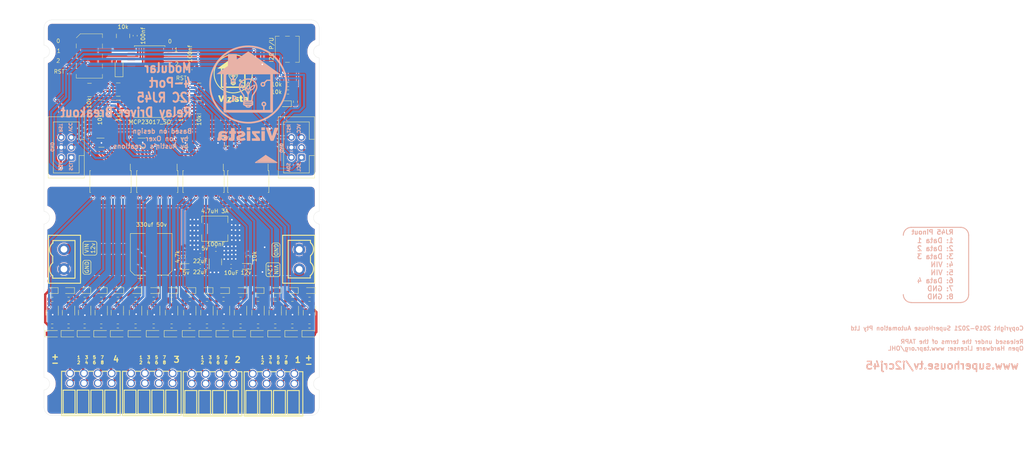
<source format=kicad_pcb>
(kicad_pcb (version 20211014) (generator pcbnew)
  (title_block (title "Modular 4-Port I2CRJ45 Relay Driver Breakout") (rev "2"))
  (layers (0 "F.Cu" signal) (31 "B.Cu" signal) (34 "B.Paste" user) (35 "F.Paste" user) (36 "B.SilkS" user "B.Silkscreen") (37 "F.SilkS" user "F.Silkscreen") (38 "B.Mask" user) (39 "F.Mask" user) (44 "Edge.Cuts" user))
  (net 0 "")
  (net 1 "Net-(C1-Pad1)")
  (net 2 "GNDREF")
  (net 3 "SCL")
  (net 4 "Net-(J1-Pad3)")
  (net 5 "SDA")
  (net 6 "RST")
  (net 7 "RC1-")
  (net 8 "RC2-")
  (net 9 "RC3-")
  (net 10 "RC4-")
  (net 11 "RC5-")
  (net 12 "RC6-")
  (net 13 "RC7-")
  (net 14 "RC8-")
  (net 15 "Net-(RN1-Pad7)")
  (net 16 "Net-(RN1-Pad5)")
  (net 17 "Net-(RN1-Pad6)")
  (net 22 "RC9-")
  (net 23 "RC10-")
  (net 24 "RC12-")
  (net 25 "RC13-")
  (net 26 "RC14-")
  (net 27 "RC15-")
  (net 28 "RC16-")
  (net 29 "Net-(LED51-Pad1)")
  (net 30 "Net-(LED52-Pad1)")
  (net 31 "Net-(LED53-Pad1)")
  (net 32 "Net-(LED54-Pad1)")
  (net 33 "Net-(LED55-Pad1)")
  (net 34 "Net-(LED56-Pad1)")
  (net 35 "Net-(LED57-Pad1)")
  (net 36 "Net-(LED58-Pad1)")
  (net 37 "Net-(D1-Pad1)")
  (net 38 "p2-a")
  (net 39 "p2-b")
  (net 40 "p2-c")
  (net 41 "p2-d")
  (net 42 "p4-a")
  (net 43 "p4-b")
  (net 44 "p4-c")
  (net 45 "p4-d")
  (net 46 "p1-a")
  (net 47 "p1-b")
  (net 48 "p1-c")
  (net 49 "p1-d")
  (net 50 "p3-a")
  (net 51 "p3-b")
  (net 52 "p3-c")
  (net 53 "p3-d")
  (net 54 "Net-(RN11-Pad5)")
  (net 55 "Net-(RN11-Pad6)")
  (net 56 "Net-(RN11-Pad7)")
  (net 57 "Net-(RN11-Pad8)")
  (net 58 "Net-(RN12-Pad5)")
  (net 59 "Net-(RN12-Pad6)")
  (net 60 "Net-(RN12-Pad7)")
  (net 63 "Net-(RN12-Pad8)")
  (net 64 "Net-(RN15-Pad5)")
  (net 65 "Net-(RN15-Pad6)")
  (net 66 "Net-(RN15-Pad7)")
  (net 67 "Net-(RN15-Pad8)")
  (net 69 "Net-(R3-Pad1)")
  (net 70 "Net-(R4-Pad1)")
  (net 71 "Net-(D3-Pad1)")
  (net 72 "Net-(D4-Pad1)")
  (net 73 "Net-(LED59-Pad1)")
  (net 74 "Net-(LED60-Pad1)")
  (net 75 "Net-(LED61-Pad1)")
  (net 76 "Net-(LED62-Pad1)")
  (net 77 "Net-(LED63-Pad1)")
  (net 78 "Net-(LED64-Pad1)")
  (net 79 "Net-(LED65-Pad1)")
  (net 80 "Net-(LED66-Pad1)")
  (net 81 "RC11-")
  (net 82 "VCC")
  (net 83 "RC10+")
  (net 84 "VDD")
  (net 85 "RC1+")
  (net 86 "RC2+")
  (net 87 "RC3+")
  (net 88 "RC4+")
  (net 89 "RC5+")
  (net 90 "RC6+")
  (net 91 "RC7+")
  (net 92 "RC8+")
  (net 93 "RC9+")
  (net 94 "RC11+")
  (net 95 "RC12+")
  (net 96 "RC13+")
  (net 97 "RC14+")
  (net 98 "RC15+")
  (net 99 "RC16+")
  (net 100 "Net-(RN16-Pad5)")
  (net 101 "Net-(RN16-Pad6)")
  (net 102 "Net-(RN16-Pad7)")
  (net 103 "Net-(RN16-Pad8)")
  (net 105 "GNDPWR")
  (net 106 "Net-(C6-Pad1)")
  (net 107 "Net-(C6-Pad2)")
  (net 108 "+5V")
  (net 109 "p1-a5")
  (net 110 "p1-b5")
  (net 111 "p1-c5")
  (net 112 "p1-d5")
  (net 113 "p2-a5")
  (net 114 "p2-b5")
  (net 115 "p2-c5")
  (net 116 "p2-d5")
  (net 117 "p3-a5")
  (net 118 "p3-b5")
  (net 119 "p3-c5")
  (net 120 "p3-d5")
  (net 121 "p4-a5")
  (net 122 "p4-b5")
  (net 123 "p4-c5")
  (net 124 "p4-d5")
  (net 125 "Net-(D2-Pad1)")
  (footprint "Connector_IDC:IDC-Header_2x03_P2.54mm_Vertical" (layer "F.Cu") (at 179.9336 54.864 180)
    (fp_text reference "J1" hide)
    (fp_text value "Conn_02x03_Odd_Even" hide)
  )
  (footprint "LED_SMD:LED_0603_1608Metric" (layer "F.Cu") (at 138.049 88.519 180)
    (fp_text reference "LED56" hide)
    (fp_text value "CH6/RED" hide)
  )
  (footprint "Resistor_SMD:R_0603_1608Metric" (layer "F.Cu") (at 151.718 97.4684)
    (fp_text reference "TH59" hide)
    (fp_text value "Fuse_PTC" hide)
  )
  (footprint "VizistaHA:CONN-TH_4P-P3.50_JILN_JL15EDGRHC-35004B02" (layer "F.Cu") (at 126.746 110.6873)
    (fp_text reference "J11" hide)
    (fp_text value "Screw_Terminal_01x08" hide)
  )
  (footprint "Diode_SMD:D_MicroSMP" (layer "F.Cu") (at 142.86215 99.441)
    (fp_text reference "D57" hide)
    (fp_text value "1N4004 SMB" hide)
  )
  (footprint "VizistaHA:CONN-TH_4P-P3.50_JILN_JL15EDGRHC-35004B02" (layer "F.Cu") (at 142.1384 110.6873)
    (fp_text reference "J12" hide)
    (fp_text value "Screw_Terminal_01x08" hide)
  )
  (footprint "Diode_SMD:D_MicroSMP" (layer "F.Cu") (at 160.487 99.441)
    (fp_text reference "D61" hide)
    (fp_text value "1N4004 SMB" hide)
  )
  (footprint "Package_SO:SO-16_5.3x10.2mm_P1.27mm" (layer "F.Cu") (at 155.194 60.96 -90)
    (fp_text reference "U5" hide)
    (fp_text value "ELQ3H7(TA)" hide)
  )
  (footprint "LED_SMD:LED_0603_1608Metric" (layer "F.Cu") (at 181.9798 88.519 180)
    (fp_text reference "LED66" hide)
    (fp_text value "CH8/RED" hide)
  )
  (footprint "Package_TO_SOT_SMD:SOT-363_SC-70-6" (layer "F.Cu") (at 129.413 51.1238)
    (fp_text reference "D8" hide)
    (fp_text value "SMF05C.TCT")
  )
  (footprint "Package_SO:SO-16_5.3x10.2mm_P1.27mm" (layer "F.Cu") (at 143.51 60.96 -90)
    (fp_text reference "U4" hide)
    (fp_text value "ELQ3H7(TA)" hide)
  )
  (footprint "Diode_SMD:D_MicroSMP" (layer "F.Cu") (at 169.2193 99.441)
    (fp_text reference "D63" hide)
    (fp_text value "1N4004 SMB" hide)
  )
  (footprint "LED_SMD:LED_0603_1608Metric" (layer "F.Cu") (at 156.0943 88.519 180)
    (fp_text reference "LED60" hide)
    (fp_text value "CH6/RED" hide)
  )
  (footprint "LED_SMD:LED_0603_1608Metric" (layer "F.Cu") (at 165.7604 82.3976 180)
    (fp_text reference "D3" hide)
    (fp_text value "red/yellow" hide)
  )
  (footprint "Resistor_SMD:R_0603_1608Metric" (layer "F.Cu") (at 147.1385 90.7217)
    (fp_text reference "R58" hide)
    (fp_text value "10K" hide)
  )
  (footprint "Package_TO_SOT_SMD:SOT-23" (layer "F.Cu") (at 129.3585 94.107 -90)
    (fp_text reference "Q54" hide)
    (fp_text value "2N7002" hide)
  )
  (footprint "Package_TO_SOT_SMD:SOT-363_SC-70-6" (layer "F.Cu") (at 161.036 50.8)
    (fp_text reference "D7" hide)
    (fp_text value "SMF05C.TCT")
  )
  (footprint "Resistor_SMD:R_0603_1608Metric" (layer "F.Cu") (at 129.3585 97.4684)
    (fp_text reference "TH54" hide)
    (fp_text value "Fuse_PTC" hide)
  )
  (footprint "LED_SMD:LED_0603_1608Metric" (layer "F.Cu") (at 133.5695 88.519 180)
    (fp_text reference "LED55" hide)
    (fp_text value "CH5/RED" hide)
  )
  (footprint "Resistor_SMD:R_0603_1608Metric" (layer "F.Cu") (at 160.2345 97.4684)
    (fp_text reference "TH61" hide)
    (fp_text value "Fuse_PTC" hide)
  )
  (footprint "LED_SMD:LED_0603_1608Metric" (layer "F.Cu") (at 147.1585 88.519 180)
    (fp_text reference "LED58" hide)
    (fp_text value "CH8/RED" hide)
  )
  (footprint "Vizista_Logo:Vizista-Logo-Text-10mm" (layer "F.Cu") (at 162.687 34.798)
    (fp_text reference "G***" hide)
    (fp_text value "LOGO" hide)
  )
  (footprint "Resistor_SMD:R_0603_1608Metric" (layer "F.Cu") (at 160.242 90.7217)
    (fp_text reference "R61" hide)
    (fp_text value "10K" hide)
  )
  (footprint "Package_TO_SOT_SMD:SOT-23" (layer "F.Cu") (at 125.1675 94.092762 -90)
    (fp_text reference "Q53" hide)
    (fp_text value "2N7002" hide)
  )
  (footprint "Package_TO_SOT_SMD:SOT-23" (layer "F.Cu") (at 168.9668 94.107 -90)
    (fp_text reference "Q63" hide)
    (fp_text value "2N7002" hide)
  )
  (footprint "LED_SMD:LED_0603_1608Metric" (layer "F.Cu") (at 168.9943 88.519 180)
    (fp_text reference "LED63" hide)
    (fp_text value "CH5/RED" hide)
  )
  (footprint "LED_SMD:LED_0603_1608Metric" (layer "F.Cu") (at 177.6535 88.519 180)
    (fp_text reference "LED65" hide)
    (fp_text value "CH7/RED" hide)
  )
  (footprint "Vizista:CONN-TH_WJ2EDGVC-5.08-2P" (layer "F.Cu") (at 179.3679 80.6348 90)
    (fp_text reference "J4" hide)
    (fp_text value "Screw_Terminal_01x02" hide)
  )
  (footprint "Connector_IDC:IDC-Header_2x03_P2.54mm_Vertical" (layer "F.Cu") (at 121.793 54.864 180)
    (fp_text reference "J2" hide)
    (fp_text value "Conn_02x03_Odd_Even" hide)
  )
  (footprint "Resistor_SMD:R_Array_Convex_4x0603" (layer "F.Cu") (at 129.0828 42.0116)
    (fp_text reference "RN9" hide)
    (fp_text value "10k")
  )
  (footprint "Resistor_SMD:R_0603_1608Metric" (layer "F.Cu") (at 166.4208 79.9084 -90)
    (fp_text reference "R5" hide)
    (fp_text value "10k")
  )
  (footprint "LED_SMD:LED_0603_1608Metric" (layer "F.Cu") (at 150.7744 82.4484)
    (fp_text reference "D2" hide)
    (fp_text value "red")
  )
  (footprint "Capacitor_SMD:C_0603_1608Metric" (layer "F.Cu") (at 137.922 24.0728 90)
    (fp_text reference "C1" hide)
    (fp_text value "100nf")
  )
  (footprint "Resistor_SMD:R_Array_Convex_4x0603" (layer "F.Cu") (at 134.874 24.13 -90)
    (fp_text reference "RN1" hide)
    (fp_text value "10k")
  )
  (footprint "Diode_SMD:D_MicroSMP" (layer "F.Cu") (at 173.5605 99.441)
    (fp_text reference "D64" hide)
    (fp_text value "1N4004 SMB" hide)
  )
  (footprint "Capacitor_SMD:C_0603_1608Metric" (layer "F.Cu") (at 162.1536 82.3976 180)
    (fp_text reference "C9" hide)
    (fp_text value "10uF")
  )
  (footprint "Resistor_SMD:R_0603_1608Metric" (layer "F.Cu") (at 176.52335 36.3963 180)
    (fp_text reference "R4" hide)
    (fp_text value "10k")
  )
  (footprint "Resistor_SMD:R_0603_1608Metric" (layer "F.Cu") (at 156.0743 90.7217)
    (fp_text reference "R60" hide)
    (fp_text value "10K" hide)
  )
  (footprint "LED_SMD:LED_0603_1608Metric" (layer "F.Cu") (at 142.621 88.519 180)
    (fp_text reference "LED57" hide)
    (fp_text value "CH7/RED" hide)
  )
  (footprint "Resistor_SMD:R_Array_Convex_4x0603" (layer "F.Cu") (at 126.3904 37.7952)
    (fp_text reference "RN7" hide)
    (fp_text value "10k" hide)
  )
  (footprint "Package_TO_SOT_SMD:TSOT-23-6" (layer "F.Cu") (at 158.1912 81.267 90)
    (fp_text reference "U2" hide)
    (fp_text value "AP63205WU" hide)
  )
  (footprint "Diode_SMD:D_MicroSMP" (layer "F.Cu") (at 125.42 99.441)
    (fp_text reference "D53" hide)
    (fp_text value "1N4004 SMB" hide)
  )
  (footprint "Resistor_SMD:R_0603_1608Metric" (layer "F.Cu") (at 156.0668 97.4684)
    (fp_text reference "TH60" hide)
    (fp_text value "Fuse_PTC" hide)
  )
  (footprint "Capacitor_SMD:C_0603_1608Metric" (layer "F.Cu") (at 154.3812 79.616)
    (fp_text reference "C7" hide)
    (fp_text value "22uF")
  )
  (footprint "Capacitor_SMD:C_0603_1608Metric" (layer "F.Cu") (at 154.3682 82.41)
    (fp_text reference "C8" hide)
    (fp_text value "22uF")
  )
  (footprint "Resistor_SMD:R_0603_1608Metric" (layer "F.Cu") (at 125.1675 90.7217)
    (fp_text reference "R53" hide)
    (fp_text value "10K" hide)
  )
  (footprint "Package_TO_SOT_SMD:SOT-363_SC-70-6" (layer "F.Cu") (at 150.68135 51.1088)
    (fp_text reference "D6" hide)
    (fp_text value "SMF05C.TCT")
  )
  (footprint "Resistor_SMD:R_0603_1608Metric" (layer "F.Cu") (at 138.0355 97.4684)
    (fp_text reference "TH56" hide)
    (fp_text value "Fuse_PTC" hide)
  )
  (footprint "LED_SMD:LED_0603_1608Metric" (layer "F.Cu") (at 125.222 88.519 180)
    (fp_text reference "LED53" hide)
    (fp_text value "CH3/RED" hide)
  )
  (footprint "Resistor_SMD:R_Array_Convex_4x0603" (layer "F.Cu") (at 133.6548 37.7028)
    (fp_text reference "RN16" hide)
    (fp_text value "1k" hide)
  )
  (footprint "Package_SO:SO-16_5.3x10.2mm_P1.27mm" (layer "F.Cu") (at 131.699 60.96 -90)
    (fp_text reference "U3" hide)
    (fp_text value "ELQ3H7(TA)" hide)
  )
  (footprint "Package_TO_SOT_SMD:SOT-23" (layer "F.Cu") (at 147.1385 94.107 -90)
    (fp_text reference "Q58" hide)
    (fp_text value "2N7002" hide)
  )
  (footprint "Resistor_SMD:R_0603_1608Metric" (layer "F.Cu") (at 116.967 90.7217)
    (fp_text reference "R51" hide)
    (fp_text value "10K" hide)
  )
  (footprint "Resistor_SMD:R_0603_1608Metric" (layer "F.Cu") (at 125.1675 97.4684)
    (fp_text reference "TH53" hide)
    (fp_text value "Fuse_PTC" hide)
  )
  (footprint "LED_SMD:LED_0603_1608Metric" (layer "F.Cu") (at 160.262 88.519 180)
    (fp_text reference "LED61" hide)
    (fp_text value "CH7/RED" hide)
  )
  (footprint "LED_SMD:LED_0603_1608Metric" (layer "F.Cu") (at 173.3355 88.519 180)
    (fp_text reference "LED64" hide)
    (fp_text value "CH6/RED" hide)
  )
  (footprint "Inductor_SMD:L_6.3x6.3_H3" (layer "F.Cu") (at 158.0512 72.885 180)
    (fp_text reference "L1" hide)
    (fp_text value "4.7uH 3A")
  )
  (footprint "Resistor_SMD:R_0603_1608Metric" (layer "F.Cu") (at 129.3585 90.7217)
    (fp_text reference "R54" hide)
    (fp_text value "10K" hide)
  )
  (footprint "Resistor_SMD:R_0603_1608Metric" (layer "F.Cu") (at 142.60965 97.4684)
    (fp_text reference "TH57" hide)
    (fp_text value "Fuse_PTC" hide)
  )
  (footprint "Diode_SMD:D_MicroSMP" (layer "F.Cu") (at 133.802 99.441)
    (fp_text reference "D55" hide)
    (fp_text value "1N4004 SMB" hide)
  )
  (footprint "LED_SMD:LED_0603_1608Metric" (layer "F.Cu") (at 121.1235 88.519 180)
    (fp_text reference "LED52" hide)
    (fp_text value "CH2/RED" hide)
  )
  (footprint "Resistor_SMD:R_0603_1608Metric" (layer "F.Cu") (at 177.6335 90.7217)
    (fp_text reference "R65" hide)
    (fp_text value "10K" hide)
  )
  (footprint "Resistor_SMD:R_0603_1608Metric" (layer "F.Cu") (at 181.9523 97.4684)
    (fp_text reference "TH66" hide)
    (fp_text value "Fuse_PTC" hide)
  )
  (footprint "Capacitor_SMD:CP_Elec_10x10" (layer "F.Cu") (at 141.986 79.3496 90)
    (fp_text reference "C5" hide)
    (fp_text value "330uf 50v")
  )
  (footprint "Resistor_SMD:R_Array_Convex_4x0603" (layer "F.Cu") (at 149.479 37.592 180)
    (fp_text reference "RN15" hide)
    (fp_text value "1k" hide)
  )
  (footprint "Resistor_SMD:R_0603_1608Metric" (layer "F.Cu") (at 133.5495 97.4684)
    (fp_text reference "TH55" hide)
    (fp_text value "Fuse_PTC" hide)
  )
  (footprint "Resistor_SMD:R_0603_1608Metric" (layer "F.Cu") (at 147.1385 97.4684)
    (fp_text reference "TH58" hide)
    (fp_text value "Fuse_PTC" hide)
  )
  (footprint "Resistor_SMD:R_0603_1608Metric" (layer "F.Cu") (at 138.0355 90.7217)
    (fp_text reference "R56" hide)
    (fp_text value "10K" hide)
  )
  (footprint "Resistor_SMD:R_0603_1608Metric" (layer "F.Cu") (at 176.52335 38.3013 180)
    (fp_text reference "R3" hide)
    (fp_text value "10k")
  )
  (footprint "LED_SMD:LED_0603_1608Metric" (layer "F.Cu") (at 151.765 88.519 180)
    (fp_text reference "LED59" hide)
    (fp_text value "CH5/RED" hide)
  )
  (footprint "Package_TO_SOT_SMD:SOT-23" (layer "F.Cu") (at 177.626 94.107 -90)
    (fp_text reference "Q65" hide)
    (fp_text value "2N7002" hide)
  )
  (footprint "LED_SMD:LED_0603_1608Metric" (layer "F.Cu") (at 116.987 88.519 180)
    (fp_text reference "LED51" hide)
    (fp_text value "CH1/RED" hide)
  )
  (footprint "LED_SMD:LED_0603_1608Metric" (layer "F.Cu") (at 175.895 41.275 180)
    (fp_text reference "D4" hide)
    (fp_text value "blue" hide)
  )
  (footprint "Resistor_SMD:R_0603_1608Metric" (layer "F.Cu") (at 164.545 97.4684)
    (fp_text reference "TH62" hide)
    (fp_text value "Fuse_PTC" hide)
  )
  (footprint "Resistor_SMD:R_0603_1608Metric" (layer "F.Cu") (at 168.9668 97.4684)
    (fp_text reference "TH63" hide)
    (fp_text value "Fuse_PTC" hide)
  )
  (footprint "Resistor_SMD:R_0603_1608Metric" (layer "F.Cu") (at 173.3155 90.7217)
    (fp_text reference "R64" hide)
    (fp_text value "10K" hide)
  )
  (footprint "Diode_SMD:D_MicroSMP" (layer "F.Cu") (at 147.391 99.441)
    (fp_text reference "D58" hide)
    (fp_text value "1N4004 SMB" hide)
  )
  (footprint "Resistor_SMD:R_0603_1608Metric" (layer "F.Cu") (at 164.5525 90.7217)
    (fp_text reference "R62" hide)
    (fp_text value "10K" hide)
  )
  (footprint "Resistor_SMD:R_Array_Convex_4x0603" (layer "F.Cu") (at 154.0764 37.7444 180)
    (fp_text reference "RN5" hide)
    (fp_text value "10k" hide)
  )
  (footprint "Diode_SMD:D_MicroSMP" (layer "F.Cu") (at 177.8785 99.441)
    (fp_text reference "D65" hide)
    (fp_text value "1N4004 SMB" hide)
  )
  (footprint "Diode_SMD:D_MicroSMP" (layer "F.Cu") (at 156.1705 99.441)
    (fp_text reference "D60" hide)
    (fp_text value "1N4004 SMB" hide)
  )
  (footprint "Package_TO_SOT_SMD:SOT-23" (layer "F.Cu") (at 142.60965 94.107 -90)
    (fp_text reference "Q57" hide)
    (fp_text value "2N7002" hide)
  )
  (footprint "Diode_SMD:D_MicroSMP" (layer "F.Cu") (at 121.356 99.441)
    (fp_text reference "D52" hide)
    (fp_text value "1N4004 SMB" hide)
  )
  (footprint "Resistor_SMD:R_0603_1608Metric" (layer "F.Cu") (at 181.9598 90.7217)
    (fp_text reference "R66" hide)
    (fp_text value "10K" hide)
  )
  (footprint "Package_TO_SOT_SMD:SOT-23" (layer "F.Cu") (at 160.2345 94.107 -90)
    (fp_text reference "Q61" hide)
    (fp_text value "2N7002" hide)
  )
  (footprint "Package_SO:SOIC-28W_7.5x17.9mm_P1.27mm" (layer "F.Cu") (at 141.605 35.687 180)
    (fp_text reference "U1" hide)
    (fp_text value "MCP23017_SO")
  )
  (footprint "Diode_SMD:D_MicroSMP" (layer "F.Cu") (at 129.611 99.441)
    (fp_text reference "D54" hide)
    (fp_text value "1N4004 SMB" hide)
  )
  (footprint "Resistor_SMD:R_0603_1608Metric" (layer "F.Cu") (at 142.60965 90.7217)
    (fp_text reference "R57" hide)
    (fp_text value "10K" hide)
  )
  (footprint "Resistor_SMD:R_0603_1608Metric" (layer "F.Cu") (at 151.7255 90.7217)
    (fp_text reference "R59" hide)
    (fp_text value "10K" hide)
  )
  (footprint "Package_TO_SOT_SMD:SOT-23" (layer "F.Cu") (at 156.0668 94.107 -90)
    (fp_text reference "Q60" hide)
    (fp_text value "2N7002" hide)
  )
  (footprint "Resistor_SMD:R_Array_Convex_4x0603" (layer "F.Cu") (at 154.0764 42.164 180)
    (fp_text reference "RN3" hide)
    (fp_text value "10k")
  )
  (footprint "VizistaHA:CONN-TH_4P-P3.50_JILN_JL15EDGRHC-35004B02" (layer "F.Cu") (at 172.8724 110.7889)
    (fp_text reference "J14" hide)
    (fp_text value "Screw_Terminal_01x08" hide)
  )
  (footprint "VizistaHA:CONN-TH_4P-P3.50_JILN_JL15EDGRHC-35004B02" (layer "F.Cu") (at 157.48 110.7889)
    (fp_text reference "J13" hide)
    (fp_text value "Screw_Terminal_01x08" hide)
  )
  (footprint "Resistor_SMD:R_Array_Convex_4x0603" (layer "F.Cu") (at 149.479 42.164 180)
    (fp_text reference "RN11" hide)
    (fp_text value "1k")
  )
  (footprint "Package_TO_SOT_SMD:SOT-23" (layer "F.Cu") (at 121.1035 94.107 -90)
    (fp_text reference "Q52" hide)
    (fp_text value "2N7002" hide)
  )
  (footprint "Package_TO_SOT_SMD:SOT-23" (layer "F.Cu") (at 151.718 94.107 -90)
    (fp_text reference "Q59" hide)
    (fp_text value "2N7002" hide)
  )
  (footprint "Package_TO_SOT_SMD:SOT-23" (layer "F.Cu") (at 138.0355 94.107 -90)
    (fp_text reference "Q56" hide)
    (fp_text value "2N7002" hide)
  )
  (footprint "Resistor_SMD:R_0603_1608Metric" (layer "F.Cu") (at 133.5495 90.7217)
    (fp_text reference "R55" hide)
    (fp_text value "10K" hide)
  )
  (footprint "Resistor_SMD:R_0603_1608Metric" (layer "F.Cu") (at 116.967 97.4684)
    (fp_text reference "TH51" hide)
    (fp_text value "Fuse_PTC" hide)
  )
  (footprint "Vizista:CONN-TH_WJ2EDGVC-5.08-2P" (layer "F.Cu") (at 119.9388 80.5688 -90)
    (fp_text reference "J3" hide)
    (fp_text value "Screw_Terminal_01x02" hide)
  )
  (footprint "Resistor_SMD:R_0603_1608Metric" (layer "F.Cu") (at 121.1035 90.7217)
    (fp_text reference "R52" hide)
    (fp_text value "10K" hide)
  )
  (footprint "Austins creations:2P_DIP" (layer "F.Cu") (at 176.403 27.5063 90)
    (fp_text reference "SW5" hide)
    (fp_text value "2P_DIP" hide)
  )
  (footprint "Package_SO:SO-16_5.3x10.2mm_P1.27mm" (layer "F.Cu") (at 166.497 60.96 -90)
    (fp_text reference "U6" hide)
    (fp_text value "ELQ3H7(TA)" hide)
  )
  (footprint "Resistor_SMD:R_Array_Convex_4x0603" (layer "F.Cu") (at 133.6548 42.0624)
    (fp_text reference "RN12" hide)
    (fp_text value "1k")
  )
  (footprint "Package_TO_SOT_SMD:SOT-23" (layer "F.Cu") (at 164.545 94.107 -90)
    (fp_text reference "Q62" hide)
    (fp_text value "2N7002" hide)
  )
  (footprint "Austins creations:4P_DIP" (layer "F.Cu") (at 126.365 29.21)
    (fp_text reference "SW1" hide)
    (fp_text value "SW_DIP_x04" hide)
  )
  (footprint "Diode_SMD:D_MicroSMP" (layer "F.Cu") (at 151.9705 99.441)
    (fp_text reference "D59" hide)
    (fp_text value "1N4004 SMB" hide)
  )
  (footprint "Diode_SMD:D_MicroSMP" (layer "F.Cu") (at 138.288 99.441)
    (fp_text reference "D56" hide)
    (fp_text value "1N4004 SMB" hide)
  )
  (footprint "Capacitor_SMD:C_0603_1608Metric" (layer "F.Cu") (at 158.3182 78.092 180)
    (fp_text reference "C6" hide)
    (fp_text value "100nF")
  )
  (footprint "Package_TO_SOT_SMD:SOT-23" (layer "F.Cu") (at 133.4225 94.107 -90)
    (fp_text reference "Q55" hide)
    (fp_text value "2N7002" hide)
  )
  (footprint "Resistor_SMD:R_0603_1608Metric" (layer "F.Cu") (at 178.435 40.767 90)
    (fp_text reference "R6" hide)
    (fp_text value "1k" hide)
  )
  (footprint "Resistor_SMD:R_0603_1608Metric" (layer "F.Cu") (at 168.9743 90.7217)
    (fp_text reference "R63" hide)
    (fp_text value "10K" hide)
  )
  (footprint "LED_SMD:LED_0603_1608Metric" (layer "F.Cu") (at 164.719 88.519 180)
    (fp_text reference "LED62" hide)
    (fp_text value "CH8/RED" hide)
  )
  (footprint "Package_TO_SOT_SMD:SOT-23" (layer "F.Cu") (at 116.967 94.107 -90)
    (fp_text reference "Q51" hide)
    (fp_text value "2N7002" hide)
  )
  (footprint "Diode_SMD:D_SOD-123F" (layer "F.Cu") (at 133.858 32.258 90)
    (fp_text reference "D1" hide)
    (fp_text value "SM4007" hide)
  )
  (footprint "Capacitor_SMD:C_0603_1608Metric" (layer "F.Cu") (at 151.765 32.639 -90)
    (fp_text reference "C3" hide)
    (fp_text value "100nf")
  )
  (footprint "LED_SMD:LED_0603_1608Metric" (layer "F.Cu") (at 129.3785 88.519 180)
    (fp_text reference "LED54" hide)
    (fp_text value "CH4/RED" hide)
  )
  (footprint "Resistor_SMD:R_0603_1608Metric" (layer "F.Cu") (at 150.0632 79.9592 -90)
    (fp_text reference "R1" hide)
    (fp_text value "4.7k")
  )
  (footprint "Resistor_SMD:R_0603_1608Metric" (layer "F.Cu") (at 177.626 97.4684)
    (fp_text reference "TH65" hide)
    (fp_text value "Fuse_PTC" hide)
  )
  (footprint "Package_TO_SOT_SMD:SOT-23" (layer "F.Cu") (at 181.9523 94.107 -90)
    (fp_text reference "Q66" hide)
    (fp_text value "2N7002" hide)
  )
  (footprint "Diode_SMD:D_MicroSMP" (layer "F.Cu") (at 117.2195 99.441)
    (fp_text reference "D51" hide)
    (fp_text value "1N4004 SMB" hide)
  )
  (footprint "Resistor_SMD:R_0603_1608Metric" (layer "F.Cu") (at 121.1035 97.4684)
    (fp_text reference "TH52" hide)
    (fp_text value "Fuse_PTC" hide)
  )
  (footprint "Resistor_SMD:R_0603_1608Metric" (layer "F.Cu") (at 173.308 97.4684)
    (fp_text reference "TH64" hide)
    (fp_text value "Fuse_PTC" hide)
  )
  (footprint "Diode_SMD:D_MicroSMP" (layer "F.Cu") (at 182.2048 99.441)
    (fp_text reference "D66" hide)
    (fp_text value "1N4004 SMB" hide)
  )
  (footprint "Diode_SMD:D_MicroSMP" (layer "F.Cu") (at 164.7975 99.441)
    (fp_text reference "D62" hide)
    (fp_text value "1N4004 SMB" hide)
  )
  (footprint "Package_TO_SOT_SMD:SOT-363_SC-70-6" (layer "F.Cu") (at 139.82035 51.1238)
    (fp_text reference "D5" hide)
    (fp_text value "SMF05C.TCT")
  )
  (footprint "Package_TO_SOT_SMD:SOT-23" (layer "F.Cu") (at 173.308 94.107 -90)
    (fp_text reference "Q64" hide)
    (fp_text value "2N7002" hide)
  )
  (footprint "Vizista_Logo:Vizista-Logo-Text-20mm" (layer "B.Cu") (at 166.497 38.608 180)
    (fp_text reference "G***" hide)
    (fp_text value "LOGO" hide)
  )
  (gr_line (start 348.456014 74.534986) (end 348.456014 89.534986) (layer "B.SilkS") (width 0.254))
  (gr_arc (start 348.456014 89.534986) (mid 347.870233 90.949214) (end 346.456014 91.534986) (layer "B.SilkS") (width 0.254))
  (gr_arc (start 333.956014 91.534986) (mid 332.541796 90.949204) (end 331.956014 89.534986) (layer "B.SilkS") (width 0.254))
  (gr_line (start 173.688351 56.1308) (end 170.894351 54.3528) (layer "B.SilkS") (width 0.254))
  (gr_line (start 173.180351 55.8768) (end 172.926351 55.8768) (layer "B.SilkS") (width 0.254))
  (gr_line (start 169.116351 55.8768) (end 170.894351 54.6068) (layer "B.SilkS") (width 0.254))
  (gr_arc (start 346.456014 72.534986) (mid 347.870223 73.120777) (end 348.456014 74.534986) (layer "B.SilkS") (width 0.254))
  (gr_line (start 168.354351 56.1308) (end 173.688351 56.1308) (layer "B.SilkS") (width 0.254))
  (gr_line (start 170.132351 55.3688) (end 171.402351 55.3688) (layer "B.SilkS") (width 0.4064))
  (gr_line (start 170.894351 54.3528) (end 168.354351 56.1308) (layer "B.SilkS") (width 0.254))
  (gr_line (start 171.402351 55.3688) (end 170.894351 55.1148) (layer "B.SilkS") (width 0.4064))
  (gr_arc (start 331.956014 74.534986) (mid 332.541806 73.120786) (end 333.956014 72.534986) (layer "B.SilkS") (width 0.254))
  (gr_line (start 346.451014 91.559986) (end 333.951014 91.559986) (layer "B.SilkS") (width 0.254))
  (gr_line (start 172.418351 55.6228) (end 170.894351 54.8608) (layer "B.SilkS") (width 0.4064))
  (gr_line (start 170.894351 54.6068) (end 172.926351 55.8768) (layer "B.SilkS") (width 0.254))
  (gr_line (start 172.926351 55.8768) (end 169.116351 55.8768) (layer "B.SilkS") (width 0.254))
  (gr_line (start 170.894351 54.8608) (end 170.132351 55.3688) (layer "B.SilkS") (width 0.4064))
  (gr_line (start 333.956014 72.534986) (end 346.456014 72.534986) (layer "B.SilkS") (width 0.254))
  (gr_line (start 169.624351 55.6228) (end 172.418351 55.6228) (layer "B.SilkS") (width 0.4064))
  (gr_arc (start 126.7449 83.8794) (mid 126.598453 84.232953) (end 126.2449 84.3794) (layer "F.SilkS") (width 0.15))
  (gr_arc (start 171.492047 84.989153) (mid 171.138494 84.842706) (end 170.992047 84.489153) (layer "F.SilkS") (width 0.15))
  (gr_arc (start 127.7449 76.0644) (mid 128.098453 76.210847) (end 128.2449 76.5644) (layer "F.SilkS") (width 0.15))
  (gr_line (start 174.492047 81.989153) (end 174.492047 84.489153) (layer "F.SilkS") (width 0.15))
  (gr_line (start 173.992047 79.989153) (end 172.992047 79.989153) (layer "F.SilkS") (width 0.15))
  (gr_line (start 127.7449 79.5644) (end 125.2449 79.5644) (layer "F.SilkS") (width 0.15))
  (gr_arc (start 124.7449 81.3794) (mid 124.891347 81.025847) (end 125.2449 80.8794) (layer "F.SilkS") (width 0.15))
  (gr_line (start 125.2449 76.0644) (end 127.7449 76.0644) (layer "F.SilkS") (width 0.15))
  (gr_arc (start 126.2449 80.8794) (mid 126.598453 81.025847) (end 126.7449 81.3794) (layer "F.SilkS") (width 0.15))
  (gr_arc (start 173.992047 81.489153) (mid 174.3456 81.6356) (end 174.492047 81.989153) (layer "F.SilkS") (width 0.15))
  (gr_arc (start 174.492047 79.489153) (mid 174.3456 79.842706) (end 173.992047 79.989153) (layer "F.SilkS") (width 0.15))
  (gr_arc (start 170.992047 81.989153) (mid 171.138494 81.6356) (end 171.492047 81.489153) (layer "F.SilkS") (width 0.15))
  (gr_arc (start 172.992047 79.989153) (mid 172.638494 79.842706) (end 172.492047 79.489153) (layer "F.SilkS") (width 0.15))
  (gr_line (start 170.992047 84.489153) (end 170.992047 81.989153) (layer "F.SilkS") (width 0.15))
  (gr_line (start 126.7449 81.3794) (end 126.7449 83.8794) (layer "F.SilkS") (width 0.15))
  (gr_line (start 172.492047 79.489153) (end 172.492047 76.989153) (layer "F.SilkS") (width 0.15))
  (gr_line (start 124.7449 79.0644) (end 124.7449 76.5644) (layer "F.SilkS") (width 0.15))
  (gr_line (start 125.2449 80.8794) (end 126.2449 80.8794) (layer "F.SilkS") (width 0.15))
  (gr_arc (start 174.492047 84.489153) (mid 174.3456 84.842706) (end 173.992047 84.989153) (layer "F.SilkS") (width 0.15))
  (gr_arc (start 128.2449 79.0644) (mid 128.098453 79.417953) (end 127.7449 79.5644) (layer "F.SilkS") (width 0.15))
  (gr_arc (start 125.2449 84.3794) (mid 124.891347 84.232953) (end 124.7449 83.8794) (layer "F.SilkS") (width 0.15))
  (gr_arc (start 172.492047 76.989153) (mid 172.638494 76.6356) (end 172.992047 76.489153) (layer "F.SilkS") (width 0.15))
  (gr_line (start 173.992047 76.489153) (end 172.992047 76.489153) (layer "F.SilkS") (width 0.15))
  (gr_line (start 173.992047 84.989153) (end 171.492047 84.989153) (layer "F.SilkS") (width 0.15))
  (gr_line (start 171.492047 81.489153) (end 173.992047 81.489153) (layer "F.SilkS") (width 0.15))
  (gr_line (start 174.492047 79.489153) (end 174.492047 76.989153) (layer "F.SilkS") (width 0.15))
  (gr_line (start 124.7449 81.3794) (end 124.7449 83.8794) (layer "F.SilkS") (width 0.15))
  (gr_line (start 125.2449 84.3794) (end 126.2449 84.3794) (layer "F.SilkS") (width 0.15))
  (gr_arc (start 125.2449 79.5644) (mid 124.891347 79.417953) (end 124.7449 79.0644) (layer "F.SilkS") (width 0.15))
  (gr_line (start 128.2449 76.5644) (end 128.2449 79.0644) (layer "F.SilkS") (width 0.15))
  (gr_arc (start 173.992047 76.489153) (mid 174.3456 76.6356) (end 174.492047 76.989153) (layer "F.SilkS") (width 0.15))
  (gr_arc (start 124.7449 76.5644) (mid 124.891347 76.210847) (end 125.2449 76.0644) (layer "F.SilkS") (width 0.15))
  (gr_line (start 184.396 71.682) (end 184.396 110.482) (layer "Edge.Cuts") (width 0.05))
  (gr_line (start 184.396 113.682) (end 184.396 118.082) (layer "Edge.Cuts") (width 0.05))
  (gr_line (start 182.396 120.082) (end 116.896 120.082) (layer "Edge.Cuts") (width 0.05))
  (gr_arc (start 114.896 22.082) (mid 115.481786 20.667786) (end 116.896 20.082) (layer "Edge.Cuts") (width 0.05))
  (gr_arc (start 184.396 118.082) (mid 183.810214 119.496214) (end 182.396 120.082) (layer "Edge.Cuts") (width 0.05))
  (gr_line (start 116.896 20.082) (end 182.396 20.082) (layer "Edge.Cuts") (width 0.05))
  (gr_arc (start 114.896 26.482) (mid 116.307839 28.082) (end 114.896 29.682) (layer "Edge.Cuts") (width 0.05))
  (gr_arc (start 184.396 29.682) (mid 182.984161 28.082) (end 184.396 26.482) (layer "Edge.Cuts") (width 0.05))
  (gr_arc (start 184.396 71.682) (mid 182.984161 70.082) (end 184.396 68.482) (layer "Edge.Cuts") (width 0.05))
  (gr_line (start 184.396 22.082) (end 184.396 26.482) (layer "Edge.Cuts") (width 0.05))
  (gr_line (start 114.896 118.082) (end 114.896 113.682) (layer "Edge.Cuts") (width 0.05))
  (gr_arc (start 114.896 110.482) (mid 116.307839 112.082) (end 114.896 113.682) (layer "Edge.Cuts") (width 0.05))
  (gr_line (start 114.896 22.082) (end 114.896 26.482) (layer "Edge.Cuts") (width 0.05))
  (gr_line (start 114.896 29.682) (end 114.896 68.482) (layer "Edge.Cuts") (width 0.05))
  (gr_arc (start 184.396 113.682) (mid 182.984161 112.082) (end 184.396 110.482) (layer "Edge.Cuts") (width 0.05))
  (gr_line (start 184.396 68.482) (end 184.396 29.682) (layer "Edge.Cuts") (width 0.05))
  (gr_arc (start 114.896 68.482) (mid 116.307839 70.082) (end 114.896 71.682) (layer "Edge.Cuts") (width 0.05))
  (gr_arc (start 182.396 20.082) (mid 183.810214 20.667786) (end 184.396 22.082) (layer "Edge.Cuts") (width 0.05))
  (gr_arc (start 116.896 120.082) (mid 115.481786 119.496214) (end 114.896 118.082) (layer "Edge.Cuts") (width 0.05))
  (gr_line (start 114.896 71.682) (end 114.896 110.482) (layer "Edge.Cuts") (width 0.05))
  (gr_text "www.superhouse.tv/i2crj45" (at 341.757 108.585) (layer "B.SilkS") (effects (font (size 1.909 1.909) (thickness 0.391)) (justify bottom mirror)))
  (gr_text "Modular\n4-Port\nI2C RJ45\nRelay Driver Breakout" (at 152.4 44.831) (layer "B.SilkS") (effects (font (size 2.324 2) (thickness 0.476)) (justify left bottom mirror)))
  (gr_text "VCC" (at 121.567 47.197 270) (layer "B.SilkS") (effects (font (size 0.8 0.8) (thickness 0.2)) (justify mirror)))
  (gr_text "RST" (at 119.067 47.397 270) (layer "B.SilkS") (effects (font (size 0.8 0.8) (thickness 0.2)) (justify mirror)))
  (gr_text "RST" (at 176.779 47.551 90) (layer "B.SilkS") (effects (font (size 0.8 0.8) (thickness 0.2)) (justify mirror)))
  (gr_text "1: Data 1\n2: Data 2\n3: Data 3\n4: VIN\n5: VIN\n6: Data 4\n7: GND\n8: GND" (at 344.773014 90.797986) (layer "B.SilkS") (effects (font (size 1.26 1.26) (thickness 0.24)) (justify left bottom mirror)))
  (gr_text "GND" (at 116.967 52.197 270) (layer "B.SilkS") (effects (font (size 0.8 0.8) (thickness 0.2)) (justify mirror)))
  (gr_text "SDA" (at 118.967 57.097 -90) (layer "B.SilkS") (effects (font (size 0.8 0.8) (thickness 0.2)) (justify mirror)))
  (gr_text "RJ45 Pinout" (at 344.773014 74.414986) (layer "B.SilkS") (effects (font (size 1.148 1.148) (thickness 0.252)) (justify left bottom mirror)))
  (gr_text "Copyright 2019-2021 SuperHouse Automation Pty Ltd\n\nReleased under the terms of the TAPR\nOpen Hardware License: www.tapr.org/OHL" (at 362.458 103.759) (layer "B.SilkS") (effects (font (size 1.0541 1.0541) (thickness 0.2159)) (justify left bottom mirror)))
  (gr_text "Based on design \n by Jon Oxer\n by Austin's Creations\n" (at 152.4 52.705) (layer "B.SilkS") (effects (font (size 1.180592 1.180592) (thickness 0.241808)) (justify left bottom mirror)))
  (gr_text "SCL" (at 121.667 57.097 270) (layer "B.SilkS") (effects (font (size 0.8 0.8) (thickness 0.2)) (justify mirror)))
  (gr_text "SCL" (at 179.279 57.351 90) (layer "B.SilkS") (effects (font (size 0.8 0.8) (thickness 0.2)) (justify mirror)))
  (gr_text "SDA" (at 176.679 57.351 90) (layer "B.SilkS") (effects (font (size 0.8 0.8) (thickness 0.2)) (justify mirror)))
  (gr_text "GND" (at 174.879 52.451 90) (layer "B.SilkS") (effects (font (size 0.8 0.8) (thickness 0.2)) (justify mirror)))
  (gr_text "VCC" (at 179.279 47.551 90) (layer "B.SilkS") (effects (font (size 0.8 0.8) (thickness 0.2)) (justify mirror)))
  (gr_text "   1  3  5  7 \n  2  4  6  8" (at 126.0348 106.0704) (layer "F.SilkS") (effects (font (size 0.8 0.8) (thickness 0.2))))
  (gr_text "RST" (at 118.745 33.147) (layer "F.SilkS") (effects (font (size 1 1) (thickness 0.125))))
  (gr_text "   1  3  5  7 \n  2  4  6  8" (at 141.732 106.0704) (layer "F.SilkS") (effects (font (size 0.8 0.8) (thickness 0.2))))
  (gr_text "   1  3  5  7 \n  2  4  6  8" (at 172.466 106.0704) (layer "F.SilkS") (effects (font (size 0.8 0.8) (thickness 0.2))))
  (gr_text "2" (at 148.4376 31.242) (layer "F.SilkS") (effects (font (size 1 1) (thickness 0.125))))
  (gr_text "1" (at 118.618 27.9028) (layer "F.SilkS") (effects (font (size 1 1) (thickness 0.125))))
  (gr_text "   1  3  5  7 \n  2  4  6  8" (at 157.2768 106.0704) (layer "F.SilkS") (effects (font (size 0.8 0.8) (thickness 0.2))))
  (gr_text "+" (at 181.7624 105.4608) (layer "F.SilkS") (effects (font (size 1.5 1.5) (thickness 0.3))))
  (gr_text "GND" (at 173.492047 78.239153 270) (layer "F.SilkS") (effects (font (size 1 1))))
  (gr_text "10k" (at 126.2888 41.0972 90) (layer "F.SilkS") (effects (font (size 1 1))))
  (gr_text "I2C P/U" (at 172.3644 27.6352 90) (layer "F.SilkS") (effects (font (size 1 1))))
  (gr_text "3" (at 148.3868 105.9688) (layer "F.SilkS") (effects (font (size 1.5 1.5) (thickness 0.3))))
  (gr_text "1" (at 179.0192 106.0196) (layer "F.SilkS") (effects (font (size 1.5 1.5) (thickness 0.3))))
  (gr_text "VIN\n12v" (at 172.742047 83.239153 270) (layer "F.SilkS") (effects (font (size 1 1))))
  (gr_text "-" (at 181.7624 107.0356) (layer "F.SilkS") (effects (font (size 1.5 1.5) (thickness 0.3))))
  (gr_text "VIN\n12v" (at 126.4949 77.8144 90) (layer "F.SilkS") (effects (font (size 1 1))))
  (gr_text "0" (at 146.70835 25.5028) (layer "F.SilkS") (effects (font (size 1 1) (thickness 0.125))))
  (gr_text "4" (at 133.096 105.8672) (layer "F.SilkS") (effects (font (size 1.5 1.5) (thickness 0.3))))
  (gr_text "2" (at 118.491 30.4028) (layer "F.SilkS") (effects (font (size 1 1) (thickness 0.125))))
  (gr_text "1" (at 148.2852 27.6352) (layer "F.SilkS") (effects (font (size 1 1) (thickness 0.125))))
  (gr_text "GND" (at 125.7449 82.6294 90) (layer "F.SilkS") (effects (font (size 1 1))))
  (gr_text "RST" (at 149.606 34.798) (layer "F.SilkS") (effects (font (size 1 1) (thickness 0.125))))
  (gr_text "+" (at 117.7036 105.2068) (layer "F.SilkS") (effects (font (size 1.5 1.5) (thickness 0.3))))
  (gr_text "2" (at 163.83 106.0196) (layer "F.SilkS") (effects (font (size 1.5 1.5) (thickness 0.3))))
  (gr_text "-" (at 117.7036 106.7816) (layer "F.SilkS") (effects (font (size 1.5 1.5) (thickness 0.3))))
  (gr_text "0" (at 118.491 25.4028) (layer "F.SilkS") (effects (font (size 1 1) (thickness 0.125))))
  (segment (start 136.074 25.03) (end 136.1438 25.0998) (width 0.4064) (layer "F.Cu") (net 1))
  (segment (start 139.827 26.416) (end 139.827 31.242) (width 0.4064) (layer "F.Cu") (net 1))
  (segment (start 137.922 24.8478) (end 137.7508 25.019) (width 0.4064) (layer "F.Cu") (net 1))
  (segment (start 134.242 31.242) (end 133.858 30.858) (width 0.4064) (layer "F.Cu") (net 1))
  (segment (start 136.955 31.242) (end 134.242 31.242) (width 0.4064) (layer "F.Cu") (net 1))
  (segment (start 136.1438 25.0998) (end 138.5108 25.0998) (width 0.4064) (layer "F.Cu") (net 1))
  (segment (start 137.7508 25.019) (end 136.085 25.019) (width 0.4064) (layer "F.Cu") (net 1))
  (segment (start 139.827 31.242) (end 136.955 31.242) (width 0.4064) (layer "F.Cu") (net 1))
  (segment (start 138.5108 25.0998) (end 139.827 26.416) (width 0.4064) (layer "F.Cu") (net 1))
  (segment (start 136.085 25.019) (end 136.074 25.03) (width 0.4064) (layer "F.Cu") (net 1))
  (via (at 129.413 51.181) (size 0.8) (drill 0.4) (layers "F.Cu" "B.Cu") (net 2))
  (via (at 158.8516 51.2064) (size 0.8) (drill 0.4) (layers "F.Cu" "B.Cu") (net 2))
  (via (at 150.622 51.181) (size 0.8) (drill 0.4) (layers "F.Cu" "B.Cu") (net 2))
  (via (at 139.827 51.054) (size 0.8) (drill 0.4) (layers "F.Cu" "B.Cu") (net 2))
  (segment (start 173.99 35.13295) (end 174.36435 35.5073) (width 0.25) (layer "F.Cu") (net 3))
  (segment (start 174.36435 36.9673) (end 175.69835 38.3013) (width 0.25) (layer "F.Cu") (net 3))
  (segment (start 174.36435 35.5073) (end 174.36435 36.9673) (width 0.25) (layer "F.Cu") (net 3))
  (segment (start 146.2708 29.9878) (end 146.255 29.972) (width 0.6096) (layer "F.Cu") (net 3))
  (segment (start 153.797 29.9528) (end 153.762 29.9878) (width 0.6096) (layer "F.Cu") (net 3))
  (segment (start 173.99 34.798) (end 173.99 35.13295) (width 0.25) (layer "F.Cu") (net 3))
  (segment (start 153.762 29.9878) (end 146.2708 29.9878) (width 0.6096) (layer "F.Cu") (net 3))
  (via (at 153.797 29.9528) (size 0.8) (drill 0.4) (layers "F.Cu" "B.Cu") (net 3))
  (via (at 173.99 34.798) (size 0.7564) (drill 0.35) (layers "F.Cu" "B.Cu") (net 3))
  (segment (start 153.797 29.9528) (end 124.892618 29.9528) (width 0.6096) (layer "B.Cu") (net 3))
  (segment (start 121.27835 40.13865) (end 117.50835 43.90865) (width 0.6096) (layer "B.Cu") (net 3))
  (segment (start 118.310823 56.4728) (end 120.1842 56.4728) (width 0.6096) (layer "B.Cu") (net 3))
  (segment (start 174.23735 57.658) (end 177.546 57.658) (width 0.6096) (layer "B.Cu") (net 3))
  (segment (start 173.863 34.671) (end 173.99 34.798) (width 0.6096) (layer "B.Cu") (net 3))
  (segment (start 121.27835 33.567068) (end 121.27835 40.13865) (width 0.6096) (layer "B.Cu") (net 3))
  (segment (start 177.546 57.658) (end 179.9336 55.2704) (width 0.6096) (layer "B.Cu") (net 3))
  (segment (start 177.279894 42.430106) (end 174.23735 45.47265) (width 0.6096) (layer "B.Cu") (net 3))
  (segment (start 173.99 34.798) (end 174.0643 34.8723) (width 0.6096) (layer "B.Cu") (net 3))
  (segment (start 179.9336 55.2704) (end 179.9336 54.864) (width 0.6096) (layer "B.Cu") (net 3))
  (segment (start 173.863 30.861) (end 173.863 34.671) (width 0.6096) (layer "B.Cu") (net 3))
  (segment (start 174.23735 45.47265) (end 174.23735 57.658) (width 0.6096) (layer "B.Cu") (net 3))
  (segment (start 174.0643 34.8723) (end 179.57135 34.8723) (width 0.6096) (layer "B.Cu") (net 3))
  (segment (start 120.1842 56.4728) (end 121.793 54.864) (width 0.6096) (layer "B.Cu") (net 3))
  (segment (start 117.50835 43.90865) (end 117.50835 55.670327) (width 0.6096) (layer "B.Cu") (net 3))
  (segment (start 172.9548 29.9528) (end 173.863 30.861) (width 0.6096) (layer "B.Cu") (net 3))
  (segment (start 117.50835 55.670327) (end 118.310823 56.4728) (width 0.6096) (layer "B.Cu") (net 3))
  (segment (start 153.797 29.9528) (end 172.9548 29.9528) (width 0.6096) (layer "B.Cu") (net 3))
  (segment (start 179.00835 42.430106) (end 177.279894 42.430106) (width 0.6096) (layer "B.Cu") (net 3))
  (segment (start 124.892618 29.9528) (end 121.27835 33.567068) (width 0.6096) (layer "B.Cu") (net 3))
  (segment (start 179.57135 41.867106) (end 179.00835 42.430106) (width 0.6096) (layer "B.Cu") (net 3))
  (segment (start 179.57135 34.8723) (end 179.57135 41.867106) (width 0.6096) (layer "B.Cu") (net 3))
  (segment (start 181.2884 55.776648) (end 180.719248 56.3458) (width 0.6096) (layer "F.Cu") (net 4))
  (segment (start 175.1752 52.8742) (end 170.307 48.006) (width 0.6096) (layer "F.Cu") (net 4))
  (segment (start 181.2884 53.6788) (end 181.2884 55.776648) (width 0.6096) (layer "F.Cu") (net 4))
  (segment (start 179.9336 52.324) (end 181.2884 53.6788) (width 0.6096) (layer "F.Cu") (net 4))
  (segment (start 175.1752 55.552177) (end 175.1752 52.8742) (width 0.6096) (layer "F.Cu") (net 4))
  (segment (start 170.307 48.006) (end 126.111 48.006) (width 0.6096) (layer "F.Cu") (net 4))
  (segment (start 126.111 48.006) (end 121.793 52.324) (width 0.6096) (layer "F.Cu") (net 4))
  (segment (start 180.719248 56.3458) (end 175.968823 56.3458) (width 0.6096) (layer "F.Cu") (net 4))
  (segment (start 175.968823 56.3458) (end 175.1752 55.552177) (width 0.6096) (layer "F.Cu") (net 4))
  (segment (start 153.8078 28.7128) (end 153.8028 28.7178) (width 0.6096) (layer "F.Cu") (net 5))
  (segment (start 174.879 33.9833) (end 175.69835 34.80265) (width 0.25) (layer "F.Cu") (net 5))
  (segment (start 119.126 57.531) (end 119.126 54.991) (width 0.6096) (layer "F.Cu") (net 5))
  (segment (start 119.126 54.991) (end 119.253 54.864) (width 0.6096) (layer "F.Cu") (net 5))
  (segment (start 153.8028 28.7178) (end 146.2708 28.7178) (width 0.6096) (layer "F.Cu") (net 5))
  (segment (start 175.69835 34.80265) (end 175.69835 36.3963) (width 0.25) (layer "F.Cu") (net 5))
  (segment (start 146.2708 28.7178) (end 146.255 28.702) (width 0.6096) (layer "F.Cu") (net 5))
  (via (at 153.8078 28.7128) (size 0.8) (drill 0.4) (layers "F.Cu" "B.Cu") (net 5))
  (via (at 119.126 57.531) (size 0.7564) (drill 0.35) (layers "F.Cu" "B.Cu") (net 5))
  (via (at 174.879 33.9833) (size 0.7564) (drill 0.35) (layers "F.Cu" "B.Cu") (net 5))
  (segment (start 118.224075 57.531) (end 119.126 57.531) (width 0.6096) (layer "B.Cu") (net 5))
  (segment (start 174.203297 28.7128) (end 174.752 29.261503) (width 0.6096) (layer "B.Cu") (net 5))
  (segment (start 179.343018 43.239706) (end 177.867294 43.239706) (width 0.6096) (layer "B.Cu") (net 5))
  (segment (start 175.12635 45.98065) (end 175.12635 52.59675) (width 0.6096) (layer "B.Cu") (net 5))
  (segment (start 120.46923 39.55077) (end 116.69923 43.32077) (width 0.6096) (layer "B.Cu") (net 5))
  (segment (start 174.752 33.8563) (end 174.879 33.9833) (width 0.6096) (layer "B.Cu") (net 5))
  (segment (start 120.46923 33.23192) (end 120.46923 39.55077) (width 0.6096) (layer "B.Cu") (net 5))
  (segment (start 180.594 41.988724) (end 179.343018 43.239706) (width 0.6096) (layer "B.Cu") (net 5))
  (segment (start 175.12635 52.59675) (end 177.3936 54.864) (width 0.6096) (layer "B.Cu") (net 5))
  (segment (start 116.69923 56.006155) (end 118.224075 57.531) (width 0.6096) (layer "B.Cu") (net 5))
  (segment (start 177.867294 43.239706) (end 175.12635 45.98065) (width 0.6096) (layer "B.Cu") (net 5))
  (segment (start 153.8078 28.7128) (end 174.203297 28.7128) (width 0.6096) (layer "B.Cu") (net 5))
  (segment (start 180.594 33.9833) (end 180.594 41.988724) (width 0.6096) (layer "B.Cu") (net 5))
  (segment (start 153.8078 28.7128) (end 153.7578 28.7628) (width 0.6096) (layer "B.Cu") (net 5))
  (segment (start 174.879 33.9833) (end 180.594 33.9833) (width 0.6096) (layer "B.Cu") (net 5))
  (segment (start 116.69923 43.32077) (end 116.69923 56.006155) (width 0.6096) (layer "B.Cu") (net 5))
  (segment (start 174.752 29.261503) (end 174.752 33.8563) (width 0.6096) (layer "B.Cu") (net 5))
  (segment (start 124.93835 28.7628) (end 120.46923 33.23192) (width 0.6096) (layer "B.Cu") (net 5))
  (segment (start 153.7578 28.7628) (end 124.93835 28.7628) (width 0.6096) (layer "B.Cu") (net 5))
  (segment (start 119.01836 41.42136) (end 119.01836 49.54936) (width 0.6096) (layer "F.Cu") (net 6))
  (segment (start 119.01836 49.54936) (end 119.253 49.784) (width 0.6096) (layer "F.Cu") (net 6))
  (segment (start 120.49835 31.9328) (end 121.58555 33.02) (width 0.8128) (layer "F.Cu") (net 6))
  (segment (start 167.965071 34.9948) (end 167.965071 27.886221) (width 0.6096) (layer "F.Cu") (net 6))
  (segment (start 174.1037 49.784) (end 177.3936 49.784) (width 0.6096) (layer "F.Cu") (net 6))
  (segment (start 117.856 40.259) (end 119.01836 41.42136) (width 0.6096) (layer "F.Cu") (net 6))
  (segment (start 121.58555 33.02) (end 122.415 33.02) (width 0.8128) (layer "F.Cu") (net 6))
  (segment (start 167.965071 27.886221) (end 167.88735 27.8085) (width 0.6096) (layer "F.Cu") (net 6))
  (segment (start 171.95135 47.63165) (end 174.1037 49.784) (width 0.6096) (layer "F.Cu") (net 6))
  (via (at 171.95135 47.63165) (size 0.8) (drill 0.4) (layers "F.Cu" "B.Cu") (net 6))
  (via (at 117.856 40.259) (size 0.8) (drill 0.4) (layers "F.Cu" "B.Cu") (net 6))
  (via (at 167.965071 34.9948) (size 0.8) (drill 0.4) (layers "F.Cu" "B.Cu") (net 6))
  (via (at 167.88735 27.8085) (size 0.8) (drill 0.4) (layers "F.Cu" "B.Cu") (net 6))
  (via (at 120.49835 31.9328) (size 0.7564) (drill 0.35) (layers "F.Cu" "B.Cu") (net 6))
  (segment (start 119.66011 38.45489) (end 119.66011 32.86689) (width 0.6096) (layer "B.Cu") (net 6))
  (segment (start 171.95135 47.63165) (end 171.95135 47.1868) (width 0.6096) (layer "B.Cu") (net 6))
  (segment (start 167.88735 27.8085) (end 124.62265 27.8085) (width 0.6096) (layer "B.Cu") (net 6))
  (segment (start 119.66011 32.86689) (end 120.49835 32.02865) (width 0.6096) (layer "B.Cu") (net 6))
  (segment (start 167.9956 35.025329) (end 167.965071 34.9948) (width 0.6096) (layer "B.Cu") (net 6))
  (segment (start 124.62265 27.8085) (end 120.49835 31.9328) (width 0.6096) (layer "B.Cu") (net 6))
  (segment (start 167.9956 43.23105) (end 167.9956 35.025329) (width 0.6096) (layer "B.Cu") (net 6))
  (segment (start 120.49835 32.02865) (end 120.49835 31.9328) (width 0.6096) (layer "B.Cu") (net 6))
  (segment (start 171.95135 47.1868) (end 167.9956 43.23105) (width 0.6096) (layer "B.Cu") (net 6))
  (segment (start 117.856 40.259) (end 119.66011 38.45489) (width 0.6096) (layer "B.Cu") (net 6))
  (segment (start 118.2395 99.5705) (end 123.0008 104.3318) (width 0.6096) (layer "F.Cu") (net 7))
  (segment (start 117.917 93.741475) (end 117.917 93.1695) (width 0.6096) (layer "F.Cu") (net 7))
  (segment (start 118.2395 99.441) (end 118.2395 99.5705) (width 0.6096) (layer "F.Cu") (net 7))
  (segment (start 118.6968 94.521275) (end 117.917 93.741475) (width 0.6096) (layer "F.Cu") (net 7))
  (segment (start 123.0008 104.3318) (end 123.0008 110.4325) (width 0.6096) (layer "F.Cu") (net 7))
  (segment (start 116.142 90.7217) (end 116.2487 90.7217) (width 0.6096) (layer "F.Cu") (net 7))
  (segment (start 118.6968 98.9837) (end 118.6968 94.521275) (width 0.6096) (layer "F.Cu") (net 7))
  (segment (start 116.2487 90.7217) (end 117.917 92.39) (width 0.6096) (layer "F.Cu") (net 7))
  (segment (start 117.917 92.39) (end 117.917 93.1695) (width 0.6096) (layer "F.Cu") (net 7))
  (segment (start 123.0008 110.4325) (end 121.496 111.9373) (width 0.6096) (layer "F.Cu") (net 7))
  (segment (start 118.2395 99.441) (end 118.6968 98.9837) (width 0.6096) (layer "F.Cu") (net 7))
  (segment (start 122.376 99.441) (end 122.376 99.77) (width 0.6096) (layer "F.Cu") (net 8))
  (segment (start 122.376 99.77) (end 126.5008 103.8948) (width 0.6096) (layer "F.Cu") (net 8))
  (segment (start 122.8333 96.297062) (end 122.8333 98.9837) (width 0.6096) (layer "F.Cu") (net 8))
  (segment (start 120.2785 90.7217) (end 120.2785 90.9415) (width 0.6096) (layer "F.Cu") (net 8))
  (segment (start 120.2785 90.9415) (end 122.0535 92.7165) (width 0.6096) (layer "F.Cu") (net 8))
  (segment (start 122.0535 93.1695) (end 122.0535 95.517262) (width 0.6096) (layer "F.Cu") (net 8))
  (segment (start 126.5008 103.8948) (end 126.5008 110.4325) (width 0.6096) (layer "F.Cu") (net 8))
  (segment (start 122.0535 95.517262) (end 122.8333 96.297062) (width 0.6096) (layer "F.Cu") (net 8))
  (segment (start 122.0535 92.7165) (end 122.0535 93.1695) (width 0.6096) (layer "F.Cu") (net 8))
  (segment (start 122.8333 98.9837) (end 122.376 99.441) (width 0.6096) (layer "F.Cu") (net 8))
  (segment (start 126.5008 110.4325) (end 124.996 111.9373) (width 0.6096) (layer "F.Cu") (net 8))
  (segment (start 124.3425 90.7217) (end 124.3425 90.9415) (width 0.6096) (layer "F.Cu") (net 9))
  (segment (start 126.1175 93.686975) (end 127 94.569475) (width 0.6096) (layer "F.Cu") (net 9))
  (segment (start 127.4198 100.4958) (end 130.0956 103.1716) (width 0.6096) (layer "F.Cu") (net 9))
  (segment (start 130.0956 103.1716) (end 130.0956 110.3377) (width 0.6096) (layer "F.Cu") (net 9))
  (segment (start 127.2262 100.4958) (end 127.4198 100.4958) (width 0.6096) (layer "F.Cu") (net 9))
  (segment (start 126.44 99.7096) (end 127.2262 100.4958) (width 0.6096) (layer "F.Cu") (net 9))
  (segment (start 127 94.569475) (end 127 98.881) (width 0.6096) (layer "F.Cu") (net 9))
  (segment (start 126.1175 93.155262) (end 126.1175 93.686975) (width 0.6096) (layer "F.Cu") (net 9))
  (segment (start 126.44 99.441) (end 126.44 99.7096) (width 0.6096) (layer "F.Cu") (net 9))
  (segment (start 130.0956 110.3377) (end 128.496 111.9373) (width 0.6096) (layer "F.Cu") (net 9))
  (segment (start 127 98.881) (end 126.44 99.441) (width 0.6096) (layer "F.Cu") (net 9))
  (segment (start 124.3425 90.9415) (end 126.1175 92.7165) (width 0.6096) (layer "F.Cu") (net 9))
  (segment (start 126.1175 92.7165) (end 126.1175 93.155262) (width 0.6096) (layer "F.Cu") (net 9))
  (segment (start 130.3085 93.813975) (end 131.191 94.696475) (width 0.6096) (layer "F.Cu") (net 10))
  (segment (start 131.191 94.696475) (end 131.191 98.881) (width 0.6096) (layer "F.Cu") (net 10))
  (segment (start 130.3085 93.1695) (end 130.3085 93.813975) (width 0.6096) (layer "F.Cu") (net 10))
  (segment (start 130.631 99.441) (end 130.631 100.151) (width 0.6096) (layer "F.Cu") (net 10))
  (segment (start 128.5335 90.9415) (end 130.3085 92.7165) (width 0.6096) (layer "F.Cu") (net 10))
  (segment (start 130.3085 92.7165) (end 130.3085 93.1695) (width 0.6096) (layer "F.Cu") (net 10))
  (segment (start 133.5008 103.0208) (end 133.5008 110.4325) (width 0.6096) (layer "F.Cu") (net 10))
  (segment (start 133.5008 110.4325) (end 131.996 111.9373) (width 0.6096) (layer "F.Cu") (net 10))
  (segment (start 130.631 100.151) (end 133.5008 103.0208) (width 0.6096) (layer "F.Cu") (net 10))
  (segment (start 128.5335 90.7217) (end 128.5335 90.9415) (width 0.6096) (layer "F.Cu") (net 10))
  (segment (start 131.191 98.881) (end 130.631 99.441) (width 0.6096) (layer "F.Cu") (net 10))
  (segment (start 135.382 94.179) (end 135.382 98.881) (width 0.6096) (layer "F.Cu") (net 11))
  (segment (start 135.382 98.881) (end 134.822 99.441) (width 0.6096) (layer "F.Cu") (net 11))
  (segment (start 134.3725 92.7165) (end 134.3725 93.1695) (width 0.6096) (layer "F.Cu") (net 11))
  (segment (start 132.7245 91.0685) (end 134.3725 92.7165) (width 0.6096) (layer "F.Cu") (net 11))
  (segment (start 134.3725 93.1695) (end 135.382 94.179) (width 0.6096) (layer "F.Cu") (net 11))
  (segment (start 138.2916 102.9106) (end 138.2916 110.5341) (width 0.4064) (layer "F.Cu") (net 11))
  (segment (start 132.7245 90.7217) (end 132.7245 91.0685) (width 0.6096) (layer "F.Cu") (net 11))
  (segment (start 134.822 99.441) (end 138.2916 102.9106) (width 0.4064) (layer "F.Cu") (net 11))
  (segment (start 138.2916 110.5341) (end 136.8884 111.9373) (width 0.4064) (layer "F.Cu") (net 11))
  (segment (start 137.2105 90.7217) (end 137.2105 90.7285) (width 0.6096) (layer "F.Cu") (net 12))
  (segment (start 139.7653 98.9837) (end 139.308 99.441) (width 0.6096) (layer "F.Cu") (net 12))
  (segment (start 141.7916 110.5341) (end 140.3884 111.9373) (width 0.4064) (layer "F.Cu") (net 12))
  (segment (start 138.9855 92.5035) (end 138.9855 93.1695) (width 0.6096) (layer "F.Cu") (net 12))
  (segment (start 137.2105 90.7285) (end 138.9855 92.5035) (width 0.6096) (layer "F.Cu") (net 12))
  (segment (start 139.7653 93.9493) (end 139.7653 98.9837) (width 0.6096) (layer "F.Cu") (net 12))
  (segment (start 141.7916 101.9246) (end 141.7916 110.5341) (width 0.4064) (layer "F.Cu") (net 12))
  (segment (start 138.9855 93.1695) (end 139.7653 93.9493) (width 0.6096) (layer "F.Cu") (net 12))
  (segment (start 139.308 99.441) (end 141.7916 101.9246) (width 0.4064) (layer "F.Cu") (net 12))
  (segment (start 145.1896 100.74845) (end 145.1896 108.1564) (width 0.4064) (layer "F.Cu") (net 13))
  (segment (start 145.1896 108.1564) (end 145.2916 108.2584) (width 0.4064) (layer "F.Cu") (net 13))
  (segment (start 145.2916 110.5341) (end 143.8884 111.9373) (width 0.4064) (layer "F.Cu") (net 13))
  (segment (start 143.55965 93.1695) (end 144.33945 93.9493) (width 0.6096) (layer "F.Cu") (net 13))
  (segment (start 143.88215 99.441) (end 145.1896 100.74845) (width 0.4064) (layer "F.Cu") (net 13))
  (segment (start 145.2916 108.2584) (end 145.2916 110.5341) (width 0.4064) (layer "F.Cu") (net 13))
  (segment (start 143.55965 92.4967) (end 141.78465 90.7217) (width 0.6096) (layer "F.Cu") (net 13))
  (segment (start 143.55965 93.1695) (end 143.55965 92.4967) (width 0.6096) (layer "F.Cu") (net 13))
  (segment (start 144.33945 93.9493) (end 144.33945 98.9837) (width 0.6096) (layer "F.Cu") (net 13))
  (segment (start 144.33945 98.9837) (end 143.88215 99.441) (width 0.6096) (layer "F.Cu") (net 13))
  (segment (start 148.8683 93.9493) (end 148.0885 93.1695) (width 0.6096) (layer "F.Cu") (net 14))
  (segment (start 146.3135 90.7217) (end 146.3135 91.3945) (width 0.6096) (layer "F.Cu") (net 14))
  (segment (start 149.0472 110.2785) (end 147.3884 111.9373) (width 0.4064) (layer "F.Cu") (net 14))
  (segment (start 146.3135 91.3945) (end 148.0885 93.1695) (width 0.6096) (layer "F.Cu") (net 14))
  (segment (start 148.411 99.441) (end 148.8683 98.9837) (width 0.6096) (layer "F.Cu") (net 14))
  (segment (start 148.411 99.441) (end 148.411 100.89) (width 0.4064) (layer "F.Cu") (net 14))
  (segment (start 148.8683 98.9837) (end 148.8683 93.9493) (width 0.6096) (layer "F.Cu") (net 14))
  (segment (start 148.411 100.89) (end 149.0472 101.5262) (width 0.4064) (layer "F.Cu") (net 14))
  (segment (start 149.0472 101.5262) (end 149.0472 110.2785) (width 0.4064) (layer "F.Cu") (net 14))
  (segment (start 135.4906 25.903) (end 138.425 25.903) (width 0.4064) (layer "F.Cu") (net 15))
  (segment (start 135.274 25.03) (end 135.274 25.6864) (width 0.4064) (layer "F.Cu") (net 15))
  (segment (start 139.2206 26.6986) (end 139.2206 29.845) (width 0.4064) (layer "F.Cu") (net 15))
  (segment (start 135.274 25.6864) (end 135.4906 25.903) (width 0.4064) (layer "F.Cu") (net 15))
  (segment (start 130.95 29.845) (end 130.315 30.48) (width 0.4064) (layer "F.Cu") (net 15))
  (segment (start 139.2206 29.845) (end 130.95 29.845) (width 0.4064) (layer "F.Cu") (net 15))
  (segment (start 138.425 25.903) (end 139.2206 26.6986) (width 0.4064) (layer "F.Cu") (net 15))
  (segment (start 130.8314 25.4) (end 130.315 25.4) (width 0.4064) (layer "F.Cu") (net 16))
  (segment (start 132.8634 27.432) (end 130.8314 25.4) (width 0.4064) (layer "F.Cu") (net 16))
  (segment (start 136.955 27.432) (end 133.604 27.432) (width 0.4064) (layer "F.Cu") (net 16))
  (segment (start 133.674 25.03) (end 133.674 27.362) (width 0.4064) (layer "F.Cu") (net 16))
  (segment (start 133.604 27.432) (end 132.8634 27.432) (width 0.4064) (layer "F.Cu") (net 16))
  (segment (start 133.674 27.362) (end 133.604 27.432) (width 0.4064) (layer "F.Cu") (net 16))
  (segment (start 138.6142 28.7178) (end 131.0928 28.7178) (width 0.4064) (layer "F.Cu") (net 17))
  (segment (start 131.0928 28.7178) (end 130.315 27.94) (width 0.4064) (layer "F.Cu") (net 17))
  (segment (start 134.474 25.743979) (end 135.239421 26.5094) (width 0.4064) (layer "F.Cu") (net 17))
  (segment (start 138.1424 26.5094) (end 138.6142 26.9812) (width 0.4064) (layer "F.Cu") (net 17))
  (segment (start 138.6142 26.9812) (end 138.6142 28.7178) (width 0.4064) (layer "F.Cu") (net 17))
  (segment (start 134.474 25.03) (end 134.474 25.743979) (width 0.4064) (layer "F.Cu") (net 17))
  (segment (start 135.239421 26.5094) (end 138.1424 26.5094) (width 0.4064) (layer "F.Cu") (net 17))
  (segment (start 152.668 92.4892) (end 150.9005 90.7217) (width 0.6096) (layer "F.Cu") (net 22))
  (segment (start 152.668 93.1695) (end 152.668 92.4892) (width 0.6096) (layer "F.Cu") (net 22))
  (segment (start 153.797 94.996) (end 153.797 98.6345) (width 0.6096) (layer "F.Cu") (net 22))
  (segment (start 153.797 98.6345) (end 152.9905 99.441) (width 0.6096) (layer "F.Cu") (net 22))
  (segment (start 152.668 93.1695) (end 152.668 93.867) (width 0.6096) (layer "F.Cu") (net 22))
  (segment (start 152.668 93.867) (end 153.797 94.996) (width 0.6096) (layer "F.Cu") (net 22))
  (segment (start 153.924 100.3745) (end 153.924 110.3449) (width 0.4064) (layer "F.Cu") (net 22))
  (segment (start 153.924 110.3449) (end 152.23 112.0389) (width 0.4064) (layer "F.Cu") (net 22))
  (segment (start 152.9905 99.441) (end 153.924 100.3745) (width 0.4064) (layer "F.Cu") (net 22))
  (segment (start 157.1905 99.441) (end 157.1905 100.2474) (width 0.4064) (layer "F.Cu") (net 23))
  (segment (start 157.1905 99.441) (end 157.7966 98.8349) (width 0.6096) (layer "F.Cu") (net 23))
  (segment (start 157.1905 100.2474) (end 157.3784 100.4353) (width 0.4064) (layer "F.Cu") (net 23))
  (segment (start 157.7966 94.9316) (end 157.0168 94.1518) (width 0.6096) (layer "F.Cu") (net 23))
  (segment (start 157.0168 94.1518) (end 157.0168 93.1695) (width 0.6096) (layer "F.Cu") (net 23))
  (segment (start 155.2493 90.7333) (end 157.0168 92.5008) (width 0.6096) (layer "F.Cu") (net 23))
  (segment (start 157.3784 110.3905) (end 155.73 112.0389) (width 0.4064) (layer "F.Cu") (net 23))
  (segment (start 155.2493 90.7217) (end 155.2493 90.7333) (width 0.6096) (layer "F.Cu") (net 23))
  (segment (start 157.0168 92.5008) (end 157.0168 93.1695) (width 0.6096) (layer "F.Cu") (net 23))
  (segment (start 157.3784 100.4353) (end 157.3784 110.3905) (width 0.4064) (layer "F.Cu") (net 23))
  (segment (start 157.7966 98.8349) (end 157.7966 94.9316) (width 0.6096) (layer "F.Cu") (net 23))
  (segment (start 163.7275 91.402) (end 165.495 93.1695) (width 0.6096) (layer "F.Cu") (net 24))
  (segment (start 165.8175 99.441) (end 166.2748 98.9837) (width 0.6096) (layer "F.Cu") (net 24))
  (segment (start 164.5356 110.2333) (end 162.73 112.0389) (width 0.4064) (layer "F.Cu") (net 24))
  (segment (start 163.7275 90.7217) (end 163.7275 91.402) (width 0.6096) (layer "F.Cu") (net 24))
  (segment (start 165.8175 99.8974) (end 164.5356 101.1793) (width 0.4064) (layer "F.Cu") (net 24))
  (segment (start 164.5356 101.1793) (end 164.5356 110.2333) (width 0.4064) (layer "F.Cu") (net 24))
  (segment (start 165.8175 99.441) (end 165.8175 99.8974) (width 0.4064) (layer "F.Cu") (net 24))
  (segment (start 166.2748 98.9837) (end 166.2748 93.9493) (width 0.6096) (layer "F.Cu") (net 24))
  (segment (start 166.2748 93.9493) (end 165.495 93.1695) (width 0.6096) (layer "F.Cu") (net 24))
  (segment (start 170.6966 93.9493) (end 169.9168 93.1695) (width 0.6096) (layer "F.Cu") (net 25))
  (segment (start 170.6966 98.9837) (end 170.6966 93.9493) (width 0.6096) (layer "F.Cu") (net 25))
  (segment (start 170.2393 99.8974) (end 169.5196 100.6171) (width 0.4064) (layer "F.Cu") (net 25))
  (segment (start 169.5196 110.1417) (end 167.6224 112.0389) (width 0.4064) (layer "F.Cu") (net 25))
  (segment (start 169.5196 100.6171) (end 169.5196 110.1417) (width 0.4064) (layer "F.Cu") (net 25))
  (segment (start 168.1493 91.402) (end 169.9168 93.1695) (width 0.6096) (layer "F.Cu") (net 25))
  (segment (start 168.1493 90.7217) (end 168.1493 91.402) (width 0.6096) (layer "F.Cu") (net 25))
  (segment (start 170.2393 99.441) (end 170.2393 99.8974) (width 0.4064) (layer "F.Cu") (net 25))
  (segment (start 170.2393 99.441) (end 170.6966 98.9837) (width 0.6096) (layer "F.Cu") (net 25))
  (segment (start 175.0378 98.9837) (end 175.0378 93.9493) (width 0.6096) (layer "F.Cu") (net 26))
  (segment (start 175.0378 93.9493) (end 174.258 93.1695) (width 0.6096) (layer "F.Cu") (net 26))
  (segment (start 172.974 101.8539) (end 172.974 110.1873) (width 0.4064) (layer "F.Cu") (net 26))
  (segment (start 174.5805 99.441) (end 175.0378 98.9837) (width 0.6096) (layer "F.Cu") (net 26))
  (segment (start 174.5805 100.2474) (end 172.974 101.8539) (width 0.4064) (layer "F.Cu") (net 26))
  (segment (start 172.4905 90.7217) (end 172.4905 91.402) (width 0.6096) (layer "F.Cu") (net 26))
  (segment (start 172.974 110.1873) (end 171.1224 112.0389) (width 0.4064) (layer "F.Cu") (net 26))
  (segment (start 172.4905 91.402) (end 174.258 93.1695) (width 0.6096) (layer "F.Cu") (net 26))
  (segment (start 174.5805 99.441) (end 174.5805 100.2474) (width 0.4064) (layer "F.Cu") (net 26))
  (segment (start 179.3831 98.9564) (end 179.3831 93.9766) (width 0.6096) (layer "F.Cu") (net 27))
  (segment (start 176.8085 91.402) (end 178.576 93.1695) (width 0.6096) (layer "F.Cu") (net 27))
  (segment (start 178.8985 99.441) (end 179.3831 98.9564) (width 0.6096) (layer "F.Cu") (net 27))
  (segment (start 178.8985 99.8974) (end 176.3268 102.4691) (width 0.4064) (layer "F.Cu") (net 27))
  (segment (start 176.3268 102.4691) (end 176.3268 110.3345) (width 0.4064) (layer "F.Cu") (net 27))
  (segment (start 176.8085 90.7217) (end 176.8085 91.402) (width 0.6096) (layer "F.Cu") (net 27))
  (segment (start 178.8985 99.441) (end 178.8985 99.8974) (width 0.4064) (layer "F.Cu") (net 27))
  (segment (start 176.3268 110.3345) (end 174.6224 112.0389) (width 0.4064) (layer "F.Cu") (net 27))
  (segment (start 179.3831 93.9766) (end 178.576 93.1695) (width 0.6096) (layer "F.Cu") (net 27))
  (segment (start 183.2248 99.441) (end 183.6821 98.9837) (width 0.6096) (layer "F.Cu") (net 28))
  (segment (start 183.2248 99.441) (end 183.2248 99.8974) (width 0.4064) (layer "F.Cu") (net 28))
  (segment (start 183.6821 98.9837) (end 183.6821 93.9493) (width 0.6096) (layer "F.Cu") (net 28))
  (segment (start 183.6821 93.9493) (end 182.9023 93.1695) (width 0.6096) (layer "F.Cu") (net 28))
  (segment (start 183.2248 99.8974) (end 180.1876 102.9346) (width 0.4064) (layer "F.Cu") (net 28))
  (segment (start 180.1876 102.9346) (end 180.1876 109.9737) (width 0.4064) (layer "F.Cu") (net 28))
  (segment (start 180.1876 109.9737) (end 178.1224 112.0389) (width 0.4064) (layer "F.Cu") (net 28))
  (segment (start 181.1348 91.402) (end 182.9023 93.1695) (width 0.6096) (layer "F.Cu") (net 28))
  (segment (start 181.1348 90.7217) (end 181.1348 91.402) (width 0.6096) (layer "F.Cu") (net 28))
  (segment (start 117.7745 88.519) (end 117.7745 90.5287) (width 0.6096) (layer "F.Cu") (net 29))
  (segment (start 117.7745 90.5287) (end 117.792 90.5462) (width 0.6096) (layer "F.Cu") (net 29))
  (segment (start 121.911 90.5772) (end 121.9285 90.5947) (width 0.6096) (layer "F.Cu") (net 30))
  (segment (start 121.911 88.519) (end 121.911 90.5772) (width 0.6096) (layer "F.Cu") (net 30))
  (segment (start 126.0095 88.519) (end 125.9925 88.536) (width 0.6096) (layer "F.Cu") (net 31))
  (segment (start 125.9925 88.536) (end 125.9925 90.5947) (width 0.6096) (layer "F.Cu") (net 31))
  (segment (start 130.166 90.5772) (end 130.1835 90.5947) (width 0.6096) (layer "F.Cu") (net 32))
  (segment (start 130.166 88.519) (end 130.166 90.5772) (width 0.6096) (layer "F.Cu") (net 32))
  (segment (start 134.357 90.7042) (end 134.3745 90.7217) (width 0.6096) (layer "F.Cu") (net 33))
  (segment (start 134.357 88.519) (end 134.357 90.7042) (width 0.6096) (layer "F.Cu") (net 33))
  (segment (start 138.8365 88.519) (end 138.8365 90.6977) (width 0.6096) (layer "F.Cu") (net 34))
  (segment (start 138.8365 90.6977) (end 138.8605 90.7217) (width 0.6096) (layer "F.Cu") (net 34))
  (segment (start 143.4085 88.519) (end 143.4085 90.7387) (width 0.6096) (layer "F.Cu") (net 35))
  (segment (start 147.946 90.7042) (end 147.9635 90.7217) (width 0.6096) (layer "F.Cu") (net 36))
  (segment (start 147.946 88.519) (end 147.946 90.7042) (width 0.6096) (layer "F.Cu") (net 36))
  (segment (start 133.858 33.658) (end 130.953 33.658) (width 0.4064) (layer "F.Cu") (net 37))
  (segment (start 130.953 33.658) (end 130.315 33.02) (width 0.4064) (layer "F.Cu") (net 37))
  (segment (start 138.42335 49.7268) (end 138.93135 50.2348) (width 0.6096) (layer "F.Cu") (net 38))
  (segment (start 140.335 55.499) (end 136.77235 51.93635) (width 0.4064) (layer "F.Cu") (net 38))
  (segment (start 136.77235 51.93635) (end 136.77235 49.7268) (width 0.4064) (layer "F.Cu") (net 38))
  (segment (start 132.6848 40.7924) (end 132.7548 40.8624) (width 0.4064) (layer "F.Cu") (net 38))
  (segment (start 130.002 40.7924) (end 129.9828 40.8116) (width 0.4064) (layer "F.Cu") (net 38))
  (segment (start 131.572 40.7924) (end 132.6848 40.7924) (width 0.4064) (layer "F.Cu") (net 38))
  (segment (start 131.572 40.7924) (end 130.002 40.7924) (width 0.4064) (layer "F.Cu") (net 38))
  (segment (start 136.77235 49.7268) (end 138.42335 49.7268) (width 0.6096) (layer "F.Cu") (net 38))
  (segment (start 140.335 57.4975) (end 140.335 55.499) (width 0.4064) (layer "F.Cu") (net 38))
  (via (at 136.77235 49.7268) (size 0.8) (drill 0.4) (layers "F.Cu" "B.Cu") (net 38))
  (via (at 131.572 40.7924) (size 0.7564) (drill 0.35) (layers "F.Cu" "B.Cu") (net 38))
  (segment (start 131.572 40.7924) (end 133.8072 40.7924) (width 0.6096) (layer "B.Cu") (net 38))
  (segment (start 133.8072 40.7924) (end 136.77235 43.75755) (width 0.6096) (layer "B.Cu") (net 38))
  (segment (start 136.77235 43.75755) (end 136.77235 49.7268) (width 0.6096) (layer "B.Cu") (net 38))
  (segment (start 131.485457 41.744377) (end 132.672823 41.744377) (width 0.4064) (layer "F.Cu") (net 39))
  (segment (start 138.87035 51.7738) (end 138.87035 52.18385) (width 0.4064) (layer "F.Cu") (net 39))
  (segment (start 131.25108 41.51) (end 130.0844 41.51) (width 0.4064) (layer "F.Cu") (net 39))
  (segment (start 139.3735 52.6325) (end 139.319 52.6325) (width 0.4064) (layer "F.Cu") (net 39))
  (segment (start 132.672823 41.744377) (end 132.7548 41.6624) (width 0.4064) (layer "F.Cu") (net 39))
  (segment (start 131.485457 41.744377) (end 131.25108 41.51) (width 0.4064) (layer "F.Cu") (net 39))
  (segment (start 142.875 56.134) (end 139.3735 52.6325) (width 0.4064) (layer "F.Cu") (net 39))
  (segment (start 130.0844 41.51) (end 129.9828 41.6116) (width 0.4064) (layer "F.Cu") (net 39))
  (segment (start 138.87035 52.18385) (end 139.319 52.6325) (width 0.4064) (layer "F.Cu") (net 39))
  (segment (start 142.875 57.4975) (end 142.875 56.134) (width 0.4064) (layer "F.Cu") (net 39))
  (via (at 131.485457 41.744377) (size 0.7564) (drill 0.35) (layers "F.Cu" "B.Cu") (net 39))
  (via (at 139.319 52.6325) (size 0.8) (drill 0.4) (layers "F.Cu" "B.Cu") (net 39))
  (segment (start 135.86755 50.101581) (end 138.398469 52.6325) (width 0.6096) (layer "B.Cu") (net 39))
  (segment (start 138.398469 52.6325) (end 139.319 52.6325) (width 0.6096) (layer "B.Cu") (net 39))
  (segment (start 135.86755 44.78315) (end 135.86755 50.101581) (width 0.6096) (layer "B.Cu") (net 39))
  (segment (start 132.828777 41.744377) (end 135.86755 44.78315) (width 0.6096) (layer "B.Cu") (net 39))
  (segment (start 131.485457 41.744377) (end 132.828777 41.744377) (width 0.6096) (layer "B.Cu") (net 39))
  (segment (start 141.097 52.578) (end 140.77035 52.25135) (width 0.6096) (layer "F.Cu") (net 40))
  (segment (start 140.77035 52.25135) (end 140.77035 51.8286) (width 0.6096) (layer "F.Cu") (net 40))
  (segment (start 131.464095 42.70004) (end 131.336053 42.70004) (width 0.4064) (layer "F.Cu") (net 40))
  (segment (start 145.415 56.888897) (end 145.415 57.4975) (width 0.4064) (layer "F.Cu") (net 40))
  (segment (start 130.0844 42.31) (end 129.9828 42.4116) (width 0.4064) (layer "F.Cu") (net 40))
  (segment (start 142.062903 53.5368) (end 141.104103 52.578) (width 0.6096) (layer "F.Cu") (net 40))
  (segment (start 132.7548 42.4624) (end 131.872501 42.4624) (width 0.4064) (layer "F.Cu") (net 40))
  (segment (start 130.946013 42.31) (end 130.0844 42.31) (width 0.4064) (layer "F.Cu") (net 40))
  (segment (start 142.062903 53.5368) (end 145.415 56.888897) (width 0.4064) (layer "F.Cu") (net 40))
  (segment (start 131.464095 42.70004) (end 131.634861 42.70004) (width 0.4064) (layer "F.Cu") (net 40))
  (segment (start 131.336053 42.70004) (end 130.946013 42.31) (width 0.4064) (layer "F.Cu") (net 40))
  (segment (start 131.634861 42.70004) (end 131.872501 42.4624) (width 0.4064) (layer "F.Cu") (net 40))
  (segment (start 141.104103 52.578) (end 141.097 52.578) (width 0.6096) (layer "F.Cu") (net 40))
  (via (at 131.464095 42.70004) (size 0.7564) (drill 0.35) (layers "F.Cu" "B.Cu") (net 40))
  (via (at 142.062903 53.5368) (size 0.8) (drill 0.4) (layers "F.Cu" "B.Cu") (net 40))
  (segment (start 135.05795 45.44675) (end 135.05795 50.67915) (width 0.6096) (layer "B.Cu") (net 40))
  (segment (start 135.05795 50.67915) (end 137.9156 53.5368) (width 0.6096) (layer "B.Cu") (net 40))
  (segment (start 137.9156 53.5368) (end 142.062903 53.5368) (width 0.6096) (layer "B.Cu") (net 40))
  (segment (start 131.464095 42.70004) (end 132.31124 42.70004) (width 0.6096) (layer "B.Cu") (net 40))
  (segment (start 132.31124 42.70004) (end 135.05795 45.44675) (width 0.6096) (layer "B.Cu") (net 40))
  (segment (start 142.9258 51.9938) (end 142.0558 51.1238) (width 0.6096) (layer "F.Cu") (net 41))
  (segment (start 143.0528 51.9938) (end 147.955 56.896) (width 0.4064) (layer "F.Cu") (net 41))
  (segment (start 131.324452 43.665464) (end 130.788188 43.1292) (width 0.4064) (layer "F.Cu") (net 41))
  (segment (start 131.43382 43.665464) (end 131.324452 43.665464) (width 0.4064) (layer "F.Cu") (net 41))
  (segment (start 130.0652 43.1292) (end 129.9828 43.2116) (width 0.4064) (layer "F.Cu") (net 41))
  (segment (start 147.955 56.896) (end 147.955 57.4975) (width 0.4064) (layer "F.Cu") (net 41))
  (segment (start 130.788188 43.1292) (end 130.0652 43.1292) (width 0.4064) (layer "F.Cu") (net 41))
  (segment (start 131.43382 43.665464) (end 132.351736 43.665464) (width 0.4064) (layer "F.Cu") (net 41))
  (segment (start 142.0558 51.1238) (end 141.34435 51.1238) (width 0.6096) (layer "F.Cu") (net 41))
  (segment (start 132.351736 43.665464) (end 132.7548 43.2624) (width 0.4064) (layer "F.Cu") (net 41))
  (segment (start 142.9258 51.9938) (end 143.0528 51.9938) (width 0.4064) (layer "F.Cu") (net 41))
  (via (at 142.9258 51.9938) (size 0.8) (drill 0.4) (layers "F.Cu" "B.Cu") (net 41))
  (via (at 131.43382 43.665464) (size 0.7564) (drill 0.35) (layers "F.Cu" "B.Cu") (net 41))
  (segment (start 131.752664 43.665464) (end 134.2136 46.1264) (width 0.6096) (layer "B.Cu") (net 41))
  (segment (start 137.541 54.483) (end 142.396284 54.483) (width 0.6096) (layer "B.Cu") (net 41))
  (segment (start 134.2136 46.1264) (end 134.2136 51.1556) (width 0.6096) (layer "B.Cu") (net 41))
  (segment (start 134.2136 51.1556) (end 137.541 54.483) (width 0.6096) (layer "B.Cu") (net 41))
  (segment (start 131.43382 43.665464) (end 131.752664 43.665464) (width 0.6096) (layer "B.Cu") (net 41))
  (segment (start 142.396284 54.483) (end 142.967703 53.911581) (width 0.6096) (layer "B.Cu") (net 41))
  (segment (start 142.967703 53.911581) (end 142.967703 52.035703) (width 0.6096) (layer "B.Cu") (net 41))
  (segment (start 142.967703 52.035703) (end 142.9258 51.9938) (width 0.6096) (layer "B.Cu") (net 41))
  (segment (start 151.646097 39.158703) (end 150.745703 39.158703) (width 0.4064) (layer "F.Cu") (net 42))
  (segment (start 152.962097 39.158703) (end 153.1764 38.9444) (width 0.4064) (layer "F.Cu") (net 42))
  (segment (start 157.3784 50.0888) (end 157.3784 51.2064) (width 0.4064) (layer "F.Cu") (net 42))
  (segment (start 150.745703 39.158703) (end 150.379 38.792) (width 0.4064) (layer "F.Cu") (net 42))
  (segment (start 157.3784 50.0888) (end 157.3848 50.0952) (width 0.6096) (layer "F.Cu") (net 42))
  (segment (start 162.2788 56.1068) (end 162.431143 56.1068) (width 0.4064) (layer "F.Cu") (net 42))
  (segment (start 162.431143 56.1068) (end 163.322 56.997657) (width 0.4064) (layer "F.Cu") (net 42))
  (segment (start 151.646097 39.158703) (end 152.962097 39.158703) (width 0.4064) (layer "F.Cu") (net 42))
  (segment (start 157.3784 51.2064) (end 162.2788 56.1068) (width 0.4064) (layer "F.Cu") (net 42))
  (segment (start 157.3848 50.0952) (end 160.086 50.0952) (width 0.6096) (layer "F.Cu") (net 42))
  (segment (start 163.322 56.997657) (end 163.322 57.4975) (width 0.4064) (layer "F.Cu") (net 42))
  (via (at 157.3784 50.0888) (size 0.7564) (drill 0.35) (layers "F.Cu" "B.Cu") (net 42))
  (via (at 151.646097 39.158703) (size 0.7564) (drill 0.35) (layers "F.Cu" "B.Cu") (net 42))
  (segment (start 157.3784 43.9674) (end 157.3784 50.0888) (width 0.6096) (layer "B.Cu") (net 42))
  (segment (start 151.646097 39.158703) (end 152.569703 39.158703) (width 0.6096) (layer "B.Cu") (net 42))
  (segment (start 152.569703 39.158703) (end 157.3784 43.9674) (width 0.6096) (layer "B.Cu") (net 42))
  (segment (start 165.862 56.997657) (end 165.862 57.4975) (width 0.4064) (layer "F.Cu") (net 43))
  (segment (start 160.85158 52.45762) (end 161.321963 52.45762) (width 0.4064) (layer "F.Cu") (net 43))
  (segment (start 151.6542 38.1028) (end 150.4898 38.1028) (width 0.4064) (layer "F.Cu") (net 43))
  (segment (start 161.321963 52.45762) (end 165.862 56.997657) (width 0.4064) (layer "F.Cu") (net 43))
  (segment (start 151.6704 38.119) (end 153.151 38.119) (width 0.4064) (layer "F.Cu") (net 43))
  (segment (start 153.151 38.119) (end 153.1764 38.1444) (width 0.4064) (layer "F.Cu") (net 43))
  (segment (start 160.086 51.69204) (end 160.85158 52.45762) (width 0.4064) (layer "F.Cu") (net 43))
  (segment (start 151.6542 38.1028) (end 151.6704 38.119) (width 0.4064) (layer "F.Cu") (net 43))
  (segment (start 160.086 51.45) (end 160.086 51.69204) (width 0.4064) (layer "F.Cu") (net 43))
  (segment (start 150.4898 38.1028) (end 150.379 37.992) (width 0.4064) (layer "F.Cu") (net 43))
  (via (at 151.6542 38.1028) (size 0.7564) (drill 0.35) (layers "F.Cu" "B.Cu") (net 43))
  (via (at 160.85158 52.45762) (size 0.7564) (drill 0.35) (layers "F.Cu" "B.Cu") (net 43))
  (segment (start 152.781852 38.1028) (end 160.85158 46.172528) (width 0.6096) (layer "B.Cu") (net 43))
  (segment (start 151.6542 38.1028) (end 152.781852 38.1028) (width 0.6096) (layer "B.Cu") (net 43))
  (segment (start 160.85158 46.172528) (end 160.85158 52.45762) (width 0.6096) (layer "B.Cu") (net 43))
  (segment (start 163.4236 51.9684) (end 168.402 56.9468) (width 0.4064) (layer "F.Cu") (net 44))
  (segment (start 168.402 56.9468) (end 168.402 57.4975) (width 0.4064) (layer "F.Cu") (net 44))
  (segment (start 153.151 37.319) (end 153.1764 37.3444) (width 0.4064) (layer "F.Cu") (net 44))
  (segment (start 161.9504 51.6636) (end 161.9504 51.5048) (width 0.6096) (layer "F.Cu") (net 44))
  (segment (start 151.795563 37.157408) (end 151.957155 37.319) (width 0.4064) (layer "F.Cu") (net 44))
  (segment (start 151.957155 37.319) (end 153.151 37.319) (width 0.4064) (layer "F.Cu") (net 44))
  (segment (start 151.795563 37.157408) (end 151.650171 37.3028) (width 0.4064) (layer "F.Cu") (net 44))
  (segment (start 150.4898 37.3028) (end 150.379 37.192) (width 0.4064) (layer "F.Cu") (net 44))
  (segment (start 161.9504 51.5048) (end 161.986 51.5048) (width 0.6096) (layer "F.Cu") (net 44))
  (segment (start 162.2552 51.9684) (end 161.9504 51.6636) (width 0.6096) (layer "F.Cu") (net 44))
  (segment (start 163.2712 51.9684) (end 162.2552 51.9684) (width 0.6096) (layer "F.Cu") (net 44))
  (segment (start 163.2712 51.9684) (end 163.4236 51.9684) (width 0.4064) (layer "F.Cu") (net 44))
  (segment (start 151.650171 37.3028) (end 150.4898 37.3028) (width 0.4064) (layer "F.Cu") (net 44))
  (via (at 163.2712 51.9684) (size 0.7564) (drill 0.35) (layers "F.Cu" "B.Cu") (net 44))
  (via (at 151.795563 37.157408) (size 0.7564) (drill 0.35) (layers "F.Cu" "B.Cu") (net 44))
  (segment (start 151.857955 37.2198) (end 153.0438 37.2198) (width 0.6096) (layer "B.Cu") (net 44))
  (segment (start 151.795563 37.157408) (end 151.857955 37.2198) (width 0.6096) (layer "B.Cu") (net 44))
  (segment (start 153.0438 37.2198) (end 163.2712 47.4472) (width 0.6096) (layer "B.Cu") (net 44))
  (segment (start 163.2712 47.4472) (end 163.2712 51.9684) (width 0.6096) (layer "B.Cu") (net 44))
  (segment (start 164.1537 50.9016) (end 164.8968 50.9016) (width 0.4064) (layer "F.Cu") (net 45))
  (segment (start 152.896328 36.264328) (end 153.1764 36.5444) (width 0.4064) (layer "F.Cu") (net 45))
  (segment (start 164.1537 50.9016) (end 164.0489 50.7968) (width 0.4064) (layer "F.Cu") (net 45))
  (segment (start 151.755693 36.202337) (end 151.817684 36.264328) (width 0.4064) (layer "F.Cu") (net 45))
  (segment (start 150.480006 36.290994) (end 150.379 36.392) (width 0.4064) (layer "F.Cu") (net 45))
  (segment (start 151.817684 36.264328) (end 152.896328 36.264328) (width 0.4064) (layer "F.Cu") (net 45))
  (segment (start 151.667036 36.290994) (end 150.480006 36.290994) (width 0.4064) (layer "F.Cu") (net 45))
  (segment (start 151.755693 36.202337) (end 151.667036 36.290994) (width 0.4064) (layer "F.Cu") (net 45))
  (segment (start 164.0489 50.7968) (end 161.986 50.7968) (width 0.4064) (layer "F.Cu") (net 45))
  (segment (start 164.8968 50.9016) (end 170.942 56.9468) (width 0.4064) (layer "F.Cu") (net 45))
  (segment (start 170.942 56.9468) (end 170.942 57.4975) (width 0.4064) (layer "F.Cu") (net 45))
  (via (at 164.1537 50.9016) (size 0.7564) (drill 0.35) (layers "F.Cu" "B.Cu") (net 45))
  (via (at 151.755693 36.202337) (size 0.7564) (drill 0.35) (layers "F.Cu" "B.Cu") (net 45))
  (segment (start 151.755693 36.202337) (end 153.219887 36.202337) (width 0.6096) (layer "B.Cu") (net 45))
  (segment (start 164.1537 47.13615) (end 164.1537 50.9016) (width 0.6096) (layer "B.Cu") (net 45))
  (segment (start 153.219887 36.202337) (end 164.1537 47.13615) (width 0.6096) (layer "B.Cu") (net 45))
  (segment (start 131.598497 36.246897) (end 127.638703 36.246897) (width 0.4064) (layer "F.Cu") (net 46))
  (segment (start 131.598497 36.246897) (end 132.498897 36.246897) (width 0.4064) (layer "F.Cu") (net 46))
  (segment (start 126.373874 54.847531) (end 128.524 56.997657) (width 0.4064) (layer "F.Cu") (net 46))
  (segment (start 126.373874 49.022) (end 126.373874 54.847531) (width 0.4064) (layer "F.Cu") (net 46))
  (segment (start 128.463 50.4738) (end 127.825674 50.4738) (width 0.4064) (layer "F.Cu") (net 46))
  (segment (start 127.638703 36.246897) (end 127.2904 36.5952) (width 0.4064) (layer "F.Cu") (net 46))
  (segment (start 127.825674 50.4738) (end 126.373874 49.022) (width 0.4064) (layer "F.Cu") (net 46))
  (segment (start 132.498897 36.246897) (end 132.7548 36.5028) (width 0.4064) (layer "F.Cu") (net 46))
  (segment (start 128.524 56.997657) (end 128.524 57.4975) (width 0.4064) (layer "F.Cu") (net 46))
  (via (at 131.598497 36.246897) (size 0.7564) (drill 0.35) (layers "F.Cu" "B.Cu") (net 46))
  (via (at 126.373874 49.022) (size 0.8) (drill 0.4) (layers "F.Cu" "B.Cu") (net 46))
  (segment (start 131.598497 36.246897) (end 131.678848 36.246897) (width 0.6096) (layer "B.Cu") (net 46))
  (segment (start 126.373874 44.741775) (end 126.373874 49.022) (width 0.6096) (layer "B.Cu") (net 46))
  (segment (start 132.3848 36.952849) (end 132.3848 38.730849) (width 0.6096) (layer "B.Cu") (net 46))
  (segment (start 131.678848 36.246897) (end 132.3848 36.952849) (width 0.6096) (layer "B.Cu") (net 46))
  (segment (start 132.3848 38.730849) (end 126.373874 44.741775) (width 0.6096) (layer "B.Cu") (net 46))
  (segment (start 131.064 55.989345) (end 131.064 57.4975) (width 0.4064) (layer "F.Cu") (net 47))
  (segment (start 131.486 37.3028) (end 131.4 37.3888) (width 0.4064) (layer "F.Cu") (net 47))
  (segment (start 127.176574 51.816) (end 127.176574 52.101919) (width 0.4064) (layer "F.Cu") (net 47))
  (segment (start 127.2968 37.3888) (end 127.2904 37.3952) (width 0.4064) (layer "F.Cu") (net 47))
  (segment (start 131.486 37.3028) (end 132.7548 37.3028) (width 0.4064) (layer "F.Cu") (net 47))
  (segment (start 127.218774 51.7738) (end 128.463 51.7738) (width 0.4064) (layer "F.Cu") (net 47))
  (segment (start 127.176574 52.101919) (end 131.064 55.989345) (width 0.4064) (layer "F.Cu") (net 47))
  (segment (start 127.176574 51.816) (end 127.218774 51.7738) (width 0.4064) (layer "F.Cu") (net 47))
  (segment (start 131.4 37.3888) (end 127.2968 37.3888) (width 0.4064) (layer "F.Cu") (net 47))
  (via (at 131.486 37.3028) (size 0.7564) (drill 0.35) (layers "F.Cu" "B.Cu") (net 47))
  (via (at 127.176574 51.816) (size 0.8) (drill 0.4) (layers "F.Cu" "B.Cu") (net 47))
  (segment (start 131.486 38.484701) (end 125.3744 44.596301) (width 0.6096) (layer "B.Cu") (net 47))
  (segment (start 125.3744 44.596301) (end 125.3744 50.013826) (width 0.6096) (layer "B.Cu") (net 47))
  (segment (start 125.3744 50.013826) (end 127.176574 51.816) (width 0.6096) (layer "B.Cu") (net 47))
  (segment (start 131.486 37.3028) (end 131.486 38.484701) (width 0.6096) (layer "B.Cu") (net 47))
  (segment (start 130.3873 38.1888) (end 127.2968 38.1888) (width 0.4064) (layer "F.Cu") (net 48))
  (segment (start 130.363 53.147) (end 130.363 51.7738) (width 0.4064) (layer "F.Cu") (net 48))
  (segment (start 133.604 56.261) (end 133.604 57.4975) (width 0.4064) (layer "F.Cu") (net 48))
  (segment (start 130.4064 38.1697) (end 130.4733 38.1028) (width 0.4064) (layer "F.Cu") (net 48))
  (segment (start 127.2968 38.1888) (end 127.2904 38.1952) (width 0.4064) (layer "F.Cu") (net 48))
  (segment (start 130.4064 38.1697) (end 130.3873 38.1888) (width 0.4064) (layer "F.Cu") (net 48))
  (segment (start 130.556 53.34) (end 130.683 53.34) (width 0.4064) (layer "F.Cu") (net 48))
  (segment (start 130.683 53.34) (end 133.604 56.261) (width 0.4064) (layer "F.Cu") (net 48))
  (segment (start 130.4733 38.1028) (end 132.7548 38.1028) (width 0.4064) (layer "F.Cu") (net 48))
  (segment (start 130.556 53.34) (end 130.363 53.147) (width 0.4064) (layer "F.Cu") (net 48))
  (via (at 130.4064 38.1697) (size 0.7564) (drill 0.35) (layers "F.Cu" "B.Cu") (net 48))
  (via (at 130.556 53.34) (size 0.8) (drill 0.4) (layers "F.Cu" "B.Cu") (net 48))
  (segment (start 130.13545 53.76055) (end 130.556 53.34) (width 0.6096) (layer "B.Cu") (net 48))
  (segment (start 127.841543 53.76055) (end 130.13545 53.76055) (width 0.6096) (layer "B.Cu") (net 48))
  (segment (start 124.5648 44.260954) (end 124.5648 50.483807) (width 0.6096) (layer "B.Cu") (net 48))
  (segment (start 130.4064 38.419354) (end 124.5648 44.260954) (width 0.6096) (layer "B.Cu") (net 48))
  (segment (start 130.4064 38.1697) (end 130.4064 38.419354) (width 0.6096) (layer "B.Cu") (net 48))
  (segment (start 124.5648 50.483807) (end 127.841543 53.76055) (width 0.6096) (layer "B.Cu") (net 48))
  (segment (start 128.735297 39.158703) (end 132.498897 39.158703) (width 0.4064) (layer "F.Cu") (net 49))
  (segment (start 136.144 56.642) (end 136.144 57.4975) (width 0.4064) (layer "F.Cu") (net 49))
  (segment (start 132.0927 51.8287) (end 131.3878 51.1238) (width 0.4064) (layer "F.Cu") (net 49))
  (segment (start 132.498897 39.158703) (end 132.7548 38.9028) (width 0.4064) (layer "F.Cu") (net 49))
  (segment (start 128.577152 39.000558) (end 128.735297 39.158703) (width 0.4064) (layer "F.Cu") (net 49))
  (segment (start 132.0927 52.4637) (end 132.0927 51.8287) (width 0.4064) (layer "F.Cu") (net 49))
  (segment (start 127.295758 39.000558) (end 127.2904 38.9952) (width 0.4064) (layer "F.Cu") (net 49))
  (segment (start 132.0927 52.5907) (end 136.144 56.642) (width 0.4064) (layer "F.Cu") (net 49))
  (segment (start 131.3878 51.1238) (end 130.363 51.1238) (width 0.4064) (layer "F.Cu") (net 49))
  (segment (start 128.577152 39.000558) (end 127.295758 39.000558) (width 0.4064) (layer "F.Cu") (net 49))
  (segment (start 132.0927 52.4637) (end 132.0927 52.5907) (width 0.4064) (layer "F.Cu") (net 49))
  (via (at 128.577152 39.000558) (size 0.7564) (drill 0.35) (layers "F.Cu" "B.Cu") (net 49))
  (via (at 132.0927 52.4637) (size 0.8) (drill 0.4) (layers "F.Cu" "B.Cu") (net 49))
  (segment (start 128.577152 39.000558) (end 123.7552 43.82251) (width 0.6096) (layer "B.Cu") (net 49))
  (segment (start 123.7552 50.819155) (end 127.927045 54.991) (width 0.6096) (layer "B.Cu") (net 49))
  (segment (start 132.0927 53.082881) (end 132.0927 52.4637) (width 0.6096) (layer "B.Cu") (net 49))
  (segment (start 123.7552 43.82251) (end 123.7552 50.819155) (width 0.6096) (layer "B.Cu") (net 49))
  (segment (start 127.927045 54.991) (end 130.184581 54.991) (width 0.6096) (layer "B.Cu") (net 49))
  (segment (start 130.184581 54.991) (end 132.0927 53.082881) (width 0.6096) (layer "B.Cu") (net 49))
  (segment (start 152.019 55.753) (end 147.82135 51.55535) (width 0.4064) (layer "F.Cu") (net 50))
  (segment (start 152.019 57.4975) (end 152.019 55.753) (width 0.4064) (layer "F.Cu") (net 50))
  (segment (start 147.82135 50.1078) (end 148.11755 50.404) (width 0.6096) (layer "F.Cu") (net 50))
  (segment (start 151.892494 43.628703) (end 152.911697 43.628703) (width 0.4064) (layer "F.Cu") (net 50))
  (segment (start 148.11755 50.404) (end 149.73135 50.404) (width 0.6096) (layer "F.Cu") (net 50))
  (segment (start 152.911697 43.628703) (end 153.1764 43.364) (width 0.4064) (layer "F.Cu") (net 50))
  (segment (start 147.82135 51.55535) (end 147.82135 50.1078) (width 0.4064) (layer "F.Cu") (net 50))
  (segment (start 151.892494 43.628703) (end 150.643703 43.628703) (width 0.4064) (layer "F.Cu") (net 50))
  (segment (start 150.643703 43.628703) (end 150.379 43.364) (width 0.4064) (layer "F.Cu") (net 50))
  (via (at 151.892494 43.628703) (size 0.7564) (drill 0.35) (layers "F.Cu" "B.Cu") (net 50))
  (via (at 147.82135 50.1078) (size 0.8) (drill 0.4) (layers "F.Cu" "B.Cu") (net 50))
  (segment (start 151.892494 43.628703) (end 147.60835 47.912847) (width 0.6096) (layer "B.Cu") (net 50))
  (segment (start 147.60835 49.8948) (end 147.82135 50.1078) (width 0.6096) (layer "B.Cu") (net 50))
  (segment (start 147.60835 47.912847) (end 147.60835 49.8948) (width 0.6096) (layer "B.Cu") (net 50))
  (segment (start 151.873 42.564) (end 150.379 42.564) (width 0.4064) (layer "F.Cu") (net 51))
  (segment (start 150.632043 53.0707) (end 150.6067 53.0707) (width 0.6096) (layer "F.Cu") (net 51))
  (segment (start 151.873 42.564) (end 153.1764 42.564) (width 0.4064) (layer "F.Cu") (net 51))
  (segment (start 150.6067 53.0707) (end 149.73135 52.19535) (width 0.6096) (layer "F.Cu") (net 51))
  (segment (start 154.559 56.997657) (end 154.559 57.4975) (width 0.4064) (layer "F.Cu") (net 51))
  (segment (start 149.73135 52.19535) (end 149.73135 51.8136) (width 0.6096) (layer "F.Cu") (net 51))
  (segment (start 150.632043 53.0707) (end 154.559 56.997657) (width 0.4064) (layer "F.Cu") (net 51))
  (via (at 150.632043 53.0707) (size 0.8) (drill 0.4) (layers "F.Cu" "B.Cu") (net 51))
  (via (at 151.873 42.564) (size 0.7564) (drill 0.35) (layers "F.Cu" "B.Cu") (net 51))
  (segment (start 146.79875 50.364781) (end 146.79875 47.473696) (width 0.6096) (layer "B.Cu") (net 51))
  (segment (start 150.632043 53.0707) (end 149.504669 53.0707) (width 0.6096) (layer "B.Cu") (net 51))
  (segment (start 149.504669 53.0707) (end 146.79875 50.364781) (width 0.6096) (layer "B.Cu") (net 51))
  (segment (start 146.79875 47.473696) (end 151.708446 42.564) (width 0.6096) (layer "B.Cu") (net 51))
  (segment (start 151.708446 42.564) (end 151.873 42.564) (width 0.6096) (layer "B.Cu") (net 51))
  (segment (start 151.839441 41.608687) (end 151.994754 41.764) (width 0.4064) (layer "F.Cu") (net 52))
  (segment (start 151.645328 41.8028) (end 150.4178 41.8028) (width 0.4064) (layer "F.Cu") (net 52))
  (segment (start 151.994754 41.764) (end 153.1764 41.764) (width 0.4064) (layer "F.Cu") (net 52))
  (segment (start 157.099 56.769) (end 153.289 52.959) (width 0.4064) (layer "F.Cu") (net 52))
  (segment (start 157.099 57.4975) (end 157.099 56.769) (width 0.4064) (layer "F.Cu") (net 52))
  (segment (start 151.68855 51.943) (end 151.63135 51.8858) (width 0.6096) (layer "F.Cu") (net 52))
  (segment (start 151.839441 41.608687) (end 151.645328 41.8028) (width 0.4064) (layer "F.Cu") (net 52))
  (segment (start 152.4 51.943) (end 151.68855 51.943) (width 0.6096) (layer "F.Cu") (net 52))
  (segment (start 153.289 52.959) (end 153.289 52.832) (width 0.6096) (layer "F.Cu") (net 52))
  (segment (start 150.4178 41.8028) (end 150.379 41.764) (width 0.4064) (layer "F.Cu") (net 52))
  (segment (start 153.289 52.832) (end 152.4 51.943) (width 0.6096) (layer "F.Cu") (net 52))
  (via (at 153.289 52.959) (size 0.8) (drill 0.4) (layers "F.Cu" "B.Cu") (net 52))
  (via (at 151.839441 41.608687) (size 0.7564) (drill 0.35) (layers "F.Cu" "B.Cu") (net 52))
  (segment (start 149.1742 53.975) (end 152.273 53.975) (width 0.6096) (layer "B.Cu") (net 52))
  (segment (start 151.839441 41.608687) (end 151.518812 41.608687) (width 0.6096) (layer "B.Cu") (net 52))
  (segment (start 151.518812 41.608687) (end 145.98915 47.138349) (width 0.6096) (layer "B.Cu") (net 52))
  (segment (start 152.273 53.975) (end 153.289 52.959) (width 0.6096) (layer "B.Cu") (net 52))
  (segment (start 145.98915 50.78995) (end 149.1742 53.975) (width 0.6096) (layer "B.Cu") (net 52))
  (segment (start 145.98915 47.138349) (end 145.98915 50.78995) (width 0.6096) (layer "B.Cu") (net 52))
  (segment (start 150.689485 40.653515) (end 150.379 40.964) (width 0.4064) (layer "F.Cu") (net 53))
  (segment (start 151.98429 40.760994) (end 152.973394 40.760994) (width 0.4064) (layer "F.Cu") (net 53))
  (segment (start 151.876811 40.653515) (end 151.98429 40.760994) (width 0.4064) (layer "F.Cu") (net 53))
  (segment (start 151.64635 51.1238) (end 151.63135 51.1088) (width 0.4064) (layer "F.Cu") (net 53))
  (segment (start 159.639 56.8706) (end 159.639 57.4975) (width 0.4064) (layer "F.Cu") (net 53))
  (segment (start 154.6352 51.8668) (end 159.639 56.8706) (width 0.4064) (layer "F.Cu") (net 53))
  (segment (start 152.973394 40.760994) (end 153.1764 40.964) (width 0.4064) (layer "F.Cu") (net 53))
  (segment (start 153.1302 51.1238) (end 152.26635 51.1238) (width 0.6096) (layer "F.Cu") (net 53))
  (segment (start 151.876811 40.653515) (end 150.689485 40.653515) (width 0.4064) (layer "F.Cu") (net 53))
  (segment (start 153.8732 51.8668) (end 154.6352 51.8668) (width 0.4064) (layer "F.Cu") (net 53))
  (segment (start 152.26635 51.1238) (end 151.64635 51.1238) (width 0.4064) (layer "F.Cu") (net 53))
  (segment (start 153.8732 51.8668) (end 153.1302 51.1238) (width 0.6096) (layer "F.Cu") (net 53))
  (via (at 153.8732 51.8668) (size 0.8) (drill 0.4) (layers "F.Cu" "B.Cu") (net 53))
  (via (at 151.876811 40.653515) (size 0.7564) (drill 0.35) (layers "F.Cu" "B.Cu") (net 53))
  (segment (start 151.948983 40.725687) (end 152.205192 40.725687) (width 0.6096) (layer "B.Cu") (net 53))
  (segment (start 151.876811 40.653515) (end 151.948983 40.725687) (width 0.6096) (layer "B.Cu") (net 53))
  (segment (start 152.205192 40.725687) (end 152.8064 41.326895) (width 0.6096) (layer "B.Cu") (net 53))
  (segment (start 152.8064 41.326895) (end 152.8064 50.8) (width 0.6096) (layer "B.Cu") (net 53))
  (segment (start 152.8064 50.8) (end 153.8732 51.8668) (width 0.6096) (layer "B.Cu") (net 53))
  (segment (start 146.255 40.132) (end 147.747 40.132) (width 0.4064) (layer "F.Cu") (net 54))
  (segment (start 147.747 40.132) (end 148.579 40.964) (width 0.4064) (layer "F.Cu") (net 54))
  (segment (start 148.579 41.764) (end 146.617 41.764) (width 0.4064) (layer "F.Cu") (net 55))
  (segment (start 146.617 41.764) (end 146.255 41.402) (width 0.4064) (layer "F.Cu") (net 55))
  (segment (start 146.363 42.564) (end 146.255 42.672) (width 0.4064) (layer "F.Cu") (net 56))
  (segment (start 148.579 42.564) (end 146.363 42.564) (width 0.4064) (layer "F.Cu") (net 56))
  (segment (start 146.255 43.942) (end 148.001 43.942) (width 0.4064) (layer "F.Cu") (net 57))
  (segment (start 148.001 43.942) (end 148.579 43.364) (width 0.4064) (layer "F.Cu") (net 57))
  (segment (start 134.5548 43.2624) (end 135.2344 43.942) (width 0.4064) (layer "F.Cu") (net 58))
  (segment (start 135.2344 43.942) (end 136.955 43.942) (width 0.4064) (layer "F.Cu") (net 58))
  (segment (start 136.7454 42.4624) (end 136.955 42.672) (width 0.4064) (layer "F.Cu") (net 59))
  (segment (start 134.5548 42.4624) (end 136.7454 42.4624) (width 0.4064) (layer "F.Cu") (net 59))
  (segment (start 134.5548 41.6624) (end 136.6946 41.6624) (width 0.4064) (layer "F.Cu") (net 60))
  (segment (start 136.6946 41.6624) (end 136.955 41.402) (width 0.4064) (layer "F.Cu") (net 60))
  (segment (start 135.2852 40.132) (end 136.955 40.132) (width 0.4064) (layer "F.Cu") (net 63))
  (segment (start 134.5548 40.8624) (end 135.2852 40.132) (width 0.4064) (layer "F.Cu") (net 63))
  (segment (start 147.2548 35.0678) (end 148.579 36.392) (width 0.4064) (layer "F.Cu") (net 64))
  (segment (start 148.063 37.192) (end 148.579 37.192) (width 0.4064) (layer "F.Cu") (net 65))
  (segment (start 147.2088 36.3378) (end 148.063 37.192) (width 0.4064) (layer "F.Cu") (net 65))
  (segment (start 148.579 37.992) (end 146.655 37.992) (width 0.4064) (layer "F.Cu") (net 66))
  (segment (start 146.655 37.992) (end 146.255 37.592) (width 0.4064) (layer "F.Cu") (net 66))
  (segment (start 148.579 38.792) (end 148.4932 38.8778) (width 0.4064) (layer "F.Cu") (net 67))
  (segment (start 146.2708 38.8778) (end 146.255 38.862) (width 0.4064) (layer "F.Cu") (net 67))
  (segment (start 148.4932 38.8778) (end 146.2708 38.8778) (width 0.4064) (layer "F.Cu") (net 67))
  (segment (start 177.673 31.4563) (end 178.943 32.7263) (width 0.4064) (layer "F.Cu") (net 69))
  (segment (start 178.943 36.70665) (end 177.34835 38.3013) (width 0.4064) (layer "F.Cu") (net 69))
  (segment (start 178.943 32.7263) (end 178.943 36.70665) (width 0.4064) (layer "F.Cu") (net 69))
  (segment (start 176.276 35.32395) (end 176.276 32.5993) (width 0.4064) (layer "F.Cu") (net 70))
  (segment (start 176.276 32.5993) (end 175.133 31.4563) (width 0.4064) (layer "F.Cu") (net 70))
  (segment (start 177.34835 36.3963) (end 176.276 35.32395) (width 0.4064) (layer "F.Cu") (net 70))
  (segment (start 166.5479 82.3976) (end 167.299 81.6465) (width 0.4064) (layer "F.Cu") (net 71))
  (segment (start 167.299 79.9616) (end 166.4208 79.0834) (width 0.4064) (layer "F.Cu") (net 71))
  (segment (start 167.299 81.6465) (end 167.299 79.9616) (width 0.4064) (layer "F.Cu") (net 71))
  (segment (start 176.6825 41.43995) (end 176.83455 41.592) (width 0.3048) (layer "F.Cu") (net 72))
  (segment (start 176.83455 41.592) (end 178.435 41.592) (width 0.3048) (layer "F.Cu") (net 72))
  (segment (start 176.6825 41.275) (end 176.6825 41.43995) (width 0.3048) (layer "F.Cu") (net 72))
  (segment (start 152.5505 88.521) (end 152.5505 90.7217) (width 0.6096) (layer "F.Cu") (net 73))
  (segment (start 152.5525 88.519) (end 152.5505 88.521) (width 0.6096) (layer "F.Cu") (net 73))
  (segment (start 156.8818 88.519) (end 156.8818 90.7042) (width 0.6096) (layer "F.Cu") (net 74))
  (segment (start 156.8818 90.7042) (end 156.8993 90.7217) (width 0.6096) (layer "F.Cu") (net 74))
  (segment (start 161.0495 88.519) (end 161.0495 90.7042) (width 0.6096) (layer "F.Cu") (net 75))
  (segment (start 161.0495 90.7042) (end 161.067 90.7217) (width 0.6096) (layer "F.Cu") (net 75))
  (segment (start 165.481 88.5445) (end 165.481 90.6182) (width 0.6096) (layer "F.Cu") (net 76))
  (segment (start 165.5065 88.519) (end 165.481 88.5445) (width 0.6096) (layer "F.Cu") (net 76))
  (segment (start 165.481 90.6182) (end 165.3775 90.7217) (width 0.6096) (layer "F.Cu") (net 76))
  (segment (start 169.7818 90.7042) (end 169.7993 90.7217) (width 0.6096) (layer "F.Cu") (net 77))
  (segment (start 169.7818 88.519) (end 169.7818 90.7042) (width 0.6096) (layer "F.Cu") (net 77))
  (segment (start 174.123 88.519) (end 174.123 90.7042) (width 0.6096) (layer "F.Cu") (net 78))
  (segment (start 174.123 90.7042) (end 174.1405 90.7217) (width 0.6096) (layer "F.Cu") (net 78))
  (segment (start 178.441 90.7042) (end 178.4585 90.7217) (width 0.6096) (layer "F.Cu") (net 79))
  (segment (start 178.441 88.519) (end 178.441 90.7042) (width 0.6096) (layer "F.Cu") (net 79))
  (segment (start 182.7673 88.519) (end 182.7673 90.7042) (width 0.6096) (layer "F.Cu") (net 80))
  (segment (start 182.7673 90.7042) (end 182.7848 90.7217) (width 0.6096) (layer "F.Cu") (net 80))
  (segment (start 161.507 100.2474) (end 160.88461 100.86979) (width 0.4064) (layer "F.Cu") (net 81))
  (segment (start 161.9758 98.9722) (end 161.9758 93.9608) (width 0.6096) (layer "F.Cu") (net 81))
  (segment (start 159.417 90.7217) (end 159.417 91.402) (width 0.6096) (layer "F.Cu") (net 81))
  (segment (start 161.507 99.441) (end 161.507 100.2474) (width 0.4064) (layer "F.Cu") (net 81))
  (segment (start 161.9758 93.9608) (end 161.1845 93.1695) (width 0.6096) (layer "F.Cu") (net 81))
  (segment (start 161.507 99.441) (end 161.9758 98.9722) (width 0.6096) (layer "F.Cu") (net 81))
  (segment (start 160.88461 110.38429) (end 159.23 112.0389) (width 0.4064) (layer "F.Cu") (net 81))
  (segment (start 159.417 91.402) (end 161.1845 93.1695) (width 0.6096) (layer "F.Cu") (net 81))
  (segment (start 160.88461 100.86979) (end 160.88461 110.38429) (width 0.4064) (layer "F.Cu") (net 81))
  (segment (start 119.761 27.94) (end 119.761 30.48) (width 0.8128) (layer "F.Cu") (net 82))
  (segment (start 119.761 27.94) (end 119.761 25.4) (width 0.8128) (layer "F.Cu") (net 82))
  (segment (start 136.074 23.8364) (end 136.074 23.23) (width 0.4064) (layer "F.Cu") (net 82))
  (segment (start 153.9748 31.3436) (end 151.8406 33.4778) (width 0.6096) (layer "F.Cu") (net 82))
  (segment (start 171.95985 23.5563) (end 175.133 23.5563) (width 0.6096) (layer "F.Cu") (net 82))
  (segment (start 124.744587 31.0388) (end 124.185787 30.48) (width 0.6096) (layer "F.Cu") (net 82))
  (segment (start 179.9336 49.784) (end 176.0981 45.9485) (width 0.8128) (layer "F.Cu") (net 82))
  (segment (start 170.04635 25.4698) (end 171.95985 23.5563) (width 0.6096) (layer "F.Cu") (net 82))
  (segment (start 122.415 30.48) (end 122.4078 30.4728) (width 0.8128) (layer "F.Cu") (net 82))
  (segment (start 122.415 27.94) (end 119.761 27.94) (width 0.4064) (layer "F.Cu") (net 82))
  (segment (start 170.06835 38.5983) (end 170.06835 31.33355) (width 0.8128) (layer "F.Cu") (net 82))
  (segment (start 119.761 25.4) (end 119.761 24.384) (width 0.8128) (layer "F.Cu") (net 82))
  (segment (start 121.793 49.784) (end 125.6285 45.9485) (width 0.8128) (layer "F.Cu") (net 82))
  (segment (start 124.185787 30.48) (end 122.415 30.48) (width 0.6096) (layer "F.Cu") (net 82))
  (segment (start 176.0981 45.9485) (end 175.1075 45.9485) (width 0.8128) (layer "F.Cu") (net 82))
  (segment (start 170.06835 31.33355) (end 170.04635 31.31155) (width 0.8128) (layer "F.Cu") (net 82))
  (segment (start 151.8406 33.4778) (end 151.8288 33.4778) (width 0.6096) (layer "F.Cu") (net 82))
  (segment (start 151.8288 33.4778) (end 151.765 33.414) (width 0.6096) (layer "F.Cu") (net 82))
  (segment (start 125.984 31.0388) (end 124.744587 31.0388) (width 0.6096) (layer "F.Cu") (net 82))
  (segment (start 122.415 25.4) (end 119.761 25.4) (width 0.4064) (layer "F.Cu") (net 82))
  (segment (start 175.1075 45.9485) (end 175.1075 41.275) (width 0.8128) (layer "F.Cu") (net 82))
  (segment (start 175.133 23.5563) (end 177.673 23.5563) (width 0.4064) (layer "F.Cu") (net 82))
  (segment (start 175.1075 41.275) (end 172.74505 41.275) (width 0.8128) (layer "F.Cu") (net 82))
  (segment (start 119.761 24.1728) (end 135.7376 24.1728) (width 0.4064) (layer "F.Cu") (net 82))
  (segment (start 122.4078 30.4728) (end 119.8952 30.4728) (width 0.8128) (layer "F.Cu") (net 82))
  (segment (start 125.6285 45.9485) (end 175.1075 45.9485) (width 0.8128) (layer "F.Cu") (net 82))
  (segment (start 119.8952 30.4728) (end 119.888 30.48) (width 0.8128) (layer "F.Cu") (net 82))
  (segment (start 172.74505 41.275) (end 170.06835 38.5983) (width 0.8128) (layer "F.Cu") (net 82))
  (segment (start 135.7376 24.1728) (end 136.074 23.8364) (width 0.4064) (layer "F.Cu") (net 82))
  (segment (start 151.397 33.782) (end 151.765 33.414) (width 0.4064) (layer "F.Cu") (net 82))
  (segment (start 170.04635 31.31155) (end 170.04635 25.4698) (width 0.6096) (layer "F.Cu") (net 82))
  (segment (start 146.255 33.782) (end 151.397 33.782) (width 0.4064) (layer "F.Cu") (net 82))
  (via (at 125.984 31.0388) (size 0.8) (drill 0.4) (layers "F.Cu" "B.Cu") (net 82))
  (via (at 170.04635 31.31155) (size 0.8) (drill 0.4) (layers "F.Cu" "B.Cu") (net 82))
  (via (at 153.9748 31.3436) (size 0.8) (drill 0.4) (layers "F.Cu" "B.Cu") (net 82))
  (segment (start 126.238 31.2928) (end 125.984 31.0388) (width 0.8128) (layer "B.Cu") (net 82))
  (segment (start 153.9748 31.3436) (end 153.924 31.2928) (width 0.8128) (layer "B.Cu") (net 82))
  (segment (start 154.0256 31.2928) (end 153.9748 31.3436) (width 0.8128) (layer "B.Cu") (net 82))
  (segment (start 166.4171 31.31155) (end 166.39835 31.2928) (width 0.8128) (layer "B.Cu") (net 82))
  (segment (start 166.39835 31.2928) (end 154.0256 31.2928) (width 0.8128) (layer "B.Cu") (net 82))
  (segment (start 170.04635 31.31155) (end 166.4171 31.31155) (width 0.8128) (layer "B.Cu") (net 82))
  (segment (start 153.924 31.2928) (end 126.238 31.2928) (width 0.8128) (layer "B.Cu") (net 82))
  (segment (start 156.8918 97.8397) (end 155.2905 99.441) (width 0.6096) (layer "F.Cu") (net 83))
  (segment (start 154.686 108.4949) (end 155.73 109.5389) (width 0.4064) (layer "F.Cu") (net 83))
  (segment (start 156.8918 97.4684) (end 156.8918 97.8397) (width 0.6096) (layer "F.Cu") (net 83))
  (segment (start 155.2905 99.441) (end 154.686 100.0455) (width 0.4064) (layer "F.Cu") (net 83))
  (segment (start 154.686 100.0455) (end 154.686 108.4949) (width 0.4064) (layer "F.Cu") (net 83))
  (segment (start 119.3439 89.5111) (end 120.336 88.519) (width 0.6096) (layer "F.Cu") (net 84))
  (segment (start 180.1927 89.5186) (end 180.1927 94.023427) (width 0.6096) (layer "F.Cu") (net 84))
  (segment (start 163.9315 88.519) (end 162.7854 89.6651) (width 0.6096) (layer "F.Cu") (net 84))
  (segment (start 136.2759 94.023427) (end 137.16 94.907527) (width 0.6096) (layer "F.Cu") (net 84))
  (segment (start 168.2068 87.1514) (end 168.2068 88.519) (width 0.6096) (layer "F.Cu") (net 84))
  (segment (start 172.5032 94.978227) (end 172.5032 97.4482) (width 0.6096) (layer "F.Cu") (net 84))
  (segment (start 163.576 94.814027) (end 163.576 97.3244) (width 0.6096) (layer "F.Cu") (net 84))
  (segment (start 143.129 86.106) (end 155.0416 86.106) (width 2.54) (layer "F.Cu") (net 84))
  (segment (start 131.953 86.106) (end 117.094 86.106) (width 2.54) (layer "F.Cu") (net 84))
  (segment (start 181.1923 88.519) (end 180.1927 89.5186) (width 0.6096) (layer "F.Cu") (net 84))
  (segment (start 146.304 97.4589) (end 146.3135 97.4684) (width 0.6096) (layer "F.Cu") (net 84))
  (segment (start 159.385 97.4439) (end 159.4095 97.4684) (width 0.6096) (layer "F.Cu") (net 84))
  (segment (start 155.262 94.978227) (end 155.262 97.4482) (width 0.6096) (layer "F.Cu") (net 84))
  (segment (start 146.304 94.948527) (end 146.304 97.4589) (width 0.6096) (layer "F.Cu") (net 84))
  (segment (start 115.2074 89.5111) (end 115.2074 96.5338) (width 0.6096) (layer "F.Cu") (net 84))
  (segment (start 159.4745 87.249) (end 159.4745 88.519) (width 0.6096) (layer "F.Cu") (net 84))
  (segment (start 119.3439 94.023427) (end 119.3439 89.5111) (width 0.6096) (layer "F.Cu") (net 84))
  (segment (start 177.038 87.249) (end 176.866 87.421) (width 0.6096) (layer "F.Cu") (net 84))
  (segment (start 159.258 86.106) (end 164.338 86.106) (width 2.54) (layer "F.Cu") (net 84))
  (segment (start 127.5989 89.5111) (end 127.5989 94.023427) (width 0.6096) (layer "F.Cu") (net 84))
  (segment (start 136.398 86.106) (end 131.953 86.106) (width 2.54) (layer "F.Cu") (net 84))
  (segment (start 166.116 86.106) (end 179.324 86.106) (width 2.54) (layer "F.Cu") (net 84))
  (segment (start 124.4345 88.519) (end 123.4079 89.5456) (width 0.6096) (layer "F.Cu") (net 84))
  (segment (start 168.2068 88.519) (end 167.2072 89.5186) (width 0.6096) (layer "F.Cu") (net 84))
  (segment (start 176.866 87.421) (end 176.866 88.519) (width 0.6096) (layer "F.Cu") (net 84))
  (segment (start 140.85005 89.50245) (end 140.85005 94.023427) (width 0.6096) (layer "F.Cu") (net 84))
  (segment (start 158.4749 89.5186) (end 158.4749 94.023427) (width 0.6096) (layer "F.Cu") (net 84))
  (segment (start 116.1995 88.519) (end 116.1995 87.6355) (width 0.6096) (layer "F.Cu") (net 84))
  (segment (start 175.8664 89.5186) (end 175.8664 94.023427) (width 0.6096) (layer "F.Cu") (net 84))
  (segment (start 116.1995 88.519) (end 115.2074 89.5111) (width 0.6096) (layer "F.Cu") (net 84))
  (segment (start 167.2072 89.5186) (end 167.2072 94.023427) (width 0.6096) (layer "F.Cu") (net 84))
  (segment (start 167.2072 94.023427) (end 168.021 94.837227) (width 0.6096) (layer "F.Cu") (net 84))
  (segment (start 160.528 82.869092) (end 160.528 82.4992) (width 2.54) (layer "F.Cu") (net 84))
  (segment (start 158.3556 82.5689) (end 158.3556 82.4045) (width 1.2192) (layer "F.Cu") (net 84))
  (segment (start 154.3072 89.5186) (end 154.3072 94.023427) (width 0.6096) (layer "F.Cu") (net 84))
  (segment (start 115.2074 96.5338) (end 116.142 97.4684) (width 0.6096) (layer "F.Cu") (net 84))
  (segment (start 181.1923 88.519) (end 181.229 88.4823) (width 0.6096) (layer "F.Cu") (net 84))
  (segment (start 179.3679 86.0621) (end 179.324 86.106) (width 2.54) (layer "F.Cu") (net 84))
  (segment (start 137.2615 88.519) (end 136.2759 89.5046) (width 0.6096) (layer "F.Cu") (net 84))
  (segment (start 161.8488 86.106) (end 161.8488 84.189892) (width 2.54) (layer "F.Cu") (net 84))
  (segment (start 132.782 88.519) (end 131.6629 89.6381) (width 0.6096) (layer "F.Cu") (net 84))
  (segment (start 141.80485 97.4482) (end 141.78465 97.4684) (width 0.6096) (layer "F.Cu") (net 84))
  (segment (start 136.6144 77.978) (end 141.986 83.3496) (width 2.54) (layer "F.Cu") (net 84))
  (segment (start 120.2785 97.4684) (end 120.015 97.2049) (width 0.6096) (layer "F.Cu") (net 84))
  (segment (start 132.842 87.249) (end 132.782 87.309) (width 0.6096) (layer "F.Cu") (net 84))
  (segment (start 158.5592 82.664) (end 158.4507 82.664) (width 1.2192) (layer "F.Cu") (net 84))
  (segment (start 149.9584 94.023427) (end 150.876 94.941027) (width 0.6096) (layer "F.Cu") (net 84))
  (segment (start 120.015 94.694527) (end 119.3439 94.023427) (width 0.6096) (layer "F.Cu") (net 84))
  (segment (start 155.3068 87.7162) (end 155.3068 88.519) (width 0.6096) (layer "F.Cu") (net 84))
  (segment (start 155.262 97.4482) (end 155.2418 97.4684) (width 0.6096) (layer "F.Cu") (net 84))
  (segment (start 155.9204 87.1026) (end 155.3068 87.7162) (width 0.6096) (layer "F.Cu") (net 84))
  (segment (start 141.8335 88.519) (end 140.85005 89.50245) (width 0.6096) (layer "F.Cu") (net 84))
  (segment (start 176.866 88.519) (end 175.8664 89.5186) (width 0.6096) (layer "F.Cu") (net 84))
  (segment (start 150.9775 88.519) (end 149.9584 89.5381) (width 0.6096) (layer "F.Cu") (net 84))
  (segment (start 158.4749 94.023427) (end 159.385 94.933527) (width 0.6096) (layer "F.Cu") (net 84))
  (segment (start 181.1475 97.4482) (end 181.1273 97.4684) (width 0.6096) (layer "F.Cu") (net 84))
  (segment (start 150.9775 87.4015) (end 150.9775 88.519) (width 0.6096) (layer "F.Cu") (net 84))
  (segment (start 159.385 94.933527) (end 159.385 97.4439) (width 0.6096) (layer "F.Cu") (net 84))
  (segment (start 162.7854 94.023427) (end 163.576 94.814027) (width 0.6096) (layer "F.Cu") (net 84))
  (segment (start 163.9315 87.2357) (end 163.9315 88.519) (width 0.6096) (layer "F.Cu") (net 84))
  (segment (start 120.336 87.436) (end 120.336 88.519) (width 0.6096) (layer "F.Cu") (net 84))
  (segment (start 116.1995 87.6355) (end 116.713 87.122) (width 0.6096) (layer "F.Cu") (net 84))
  (segment (start 155.3068 88.519) (end 154.3072 89.5186) (width 0.6096) (layer "F.Cu") (net 84))
  (segment (start 172.548 88.519) (end 171.5484 89.5186) (width 0.6096) (layer "F.Cu") (net 84))
  (segment (start 176.784 97.4514) (end 176.801 97.4684) (width 0.6096) (layer "F.Cu") (net 84))
  (segment (start 137.2615 87.4015) (end 137.2615 88.519) (width 0.6096) (layer "F.Cu") (net 84))
  (segment (start 124.4345 87.2745) (end 124.4345 88.519) (width 0.6096) (layer "F.Cu") (net 84))
  (segment (start 164.9729 85.4711) (end 164.338 86.106) (width 0.4064) (layer "F.Cu") (net 84))
  (segment (start 146.371 88.519) (end 146.371 87.122) (width 0.6096) (layer "F.Cu") (net 84))
  (segment (start 128.397 97.3319) (end 128.5335 97.4684) (width 0.6096) (layer "F.Cu") (net 84))
  (segment (start 179.3679 83.1338) (end 179.3679 86.0621) (width 2.54) (layer "F.Cu") (net 84))
  (segment (start 137.16 94.907527) (end 137.16 97.4179) (width 0.6096) (layer "F.Cu") (net 84))
  (segment (start 181.229 88.4823) (end 181.229 87.376) (width 0.6096) (layer "F.Cu") (net 84))
  (segment (start 181.1475 94.978227) (end 181.1475 97.4482) (width 0.6096) (layer "F.Cu") (net 84))
  (segment (start 158.7618 82.4614) (end 158.5592 82.664) (width 1.2192) (layer "F.Cu") (net 84))
  (segment (start 172.548 87.548) (end 172.548 88.519) (width 0.6096) (layer "F.Cu") (net 84))
  (segment (start 127.5989 94.023427) (end 128.397 94.821527) (width 0.6096) (layer "F.Cu") (net 84))
  (segment (start 159.4745 88.519) (end 158.4749 89.5186) (width 0.6096) (layer "F.Cu") (net 84))
  (segment (start 164.9729 82.3976) (end 164.9729 85.4711) (width 0.4064) (layer "F.Cu") (net 84))
  (segment (start 141.80485 94.978227) (end 141.80485 97.4482) (width 0.6096) (layer "F.Cu") (net 84))
  (segment (start 132.782 87.309) (end 132.782 88.519) (width 0.6096) (layer "F.Cu") (net 84))
  (segment (start 172.5032 97.4482) (end 172.483 97.4684) (width 0.6096) (layer "F.Cu") (net 84))
  (segment (start 145.3789 94.023427) (end 146.304 94.948527) (width 0.6096) (layer "F.Cu") (net 84))
  (segment (start 179.324 86.106) (end 181.229 86.106) (width 2.54) (layer "F.Cu") (net 84))
  (segment (start 141.8335 87.48835) (end 141.8335 88.519) (width 0.6096) (layer "F.Cu") (net 84))
  (segment (start 172.9934 87.1026) (end 172.548 87.548) (width 0.6096) (layer "F.Cu") (net 84))
  (segment (start 128.397 94.821527) (end 128.397 97.3319) (width 0.6096) (layer "F.Cu") (net 84))
  (segment (start 168.021 94.837227) (end 168.021 97.3476) (width 0.6096) (layer "F.Cu") (net 84))
  (segment (start 150.876 97.4514) (end 150.893 97.4684) (width 0.6096) (layer "F.Cu") (net 84))
  (segment (start 137.16 97.4179) (end 137.2105 97.4684) (width 0.6096) (layer "F.Cu") (net 84))
  (segment (start 128.591 87.309) (end 128.591 88.519) (width 0.6096) (layer "F.Cu") (net 84))
  (segment (start 168.021 97.3476) (end 168.1418 97.4684) (width 0.6096) (layer "F.Cu") (net 84))
  (segment (start 161.8488 84.189892) (end 160.528 82.869092) (width 2.54) (layer "F.Cu") (net 84))
  (segment (start 171.5484 94.023427) (end 172.5032 94.978227) (width 0.6096) (layer "F.Cu") (net 84))
  (segment (start 176.784 94.941027) (end 176.784 97.4514) (width 0.6096) (layer "F.Cu") (net 84))
  (segment (start 123.4079 89.5456) (end 123.4079 94.2024) (width 0.6096) (layer "F.Cu") (net 84))
  (segment (start 162.7854 89.6651) (end 162.7854 94.023427) (width 0.6096) (layer "F.Cu") (net 84))
  (segment (start 136.2759 89.5046) (end 136.2759 94.023427) (width 0.6096) (layer "F.Cu") (net 84))
  (segment (start 140.85005 94.023427) (end 141.80485 94.978227) (width 0.6096) (layer "F.Cu") (net 84))
  (segment (start 119.9388 78.0698) (end 120.0306 77.978) (width 2.54) (layer "F.Cu") (net 84))
  (segment (start 132.588 97.3319) (end 132.7245 97.4684) (width 0.6096) (layer "F.Cu") (net 84))
  (segment (start 146.371 88.519) (end 145.3789 89.5111) (width 0.6096) (layer "F.Cu") (net 84))
  (segment (start 145.3789 89.5111) (end 145.3789 94.023427) (width 0.6096) (layer "F.Cu") (net 84))
  (segment (start 163.576 97.3244) (end 163.72 97.4684) (width 0.6096) (layer "F.Cu") (net 84))
  (segment (start 154.3072 94.023427) (end 155.262 94.978227) (width 0.6096) (layer "F.Cu") (net 84))
  (segment (start 149.9584 89.5381) (end 149.9584 94.023427) (width 0.6096) (layer "F.Cu") (net 84))
  (segment (start 120.0306 77.978) (end 136.6144 77.978) (width 2.54) (layer "F.Cu") (net 84))
  (segment (start 155.0416 86.106) (end 159.258 86.106) (width 2.54) (layer "F.Cu") (net 84))
  (segment (start 132.588 94.948527) (end 132.588 97.3319) (width 0.6096) (layer "F.Cu") (net 84))
  (segment (start 143.764 86.106) (end 136.398 86.106) (width 2.54) (layer "F.Cu") (net 84))
  (segment (start 128.591 88.519) (end 127.5989 89.5111) (width 0.6096) (layer "F.Cu") (net 84))
  (segment (start 124.3425 95.137) (end 124.3425 97.4684) (width 0.6096) (layer "F.Cu") (net 84))
  (segment (start 131.6629 94.023427) (end 132.588 94.948527) (width 0.6096) (layer "F.Cu") (net 84))
  (segment (start 180.1927 94.023427) (end 181.1475 94.978227) (width 0.6096) (layer "F.Cu") (net 84))
  (segment (start 131.6629 89.6381) (end 131.6629 94.023427) (width 0.6096) (layer "F.Cu") (net 84))
  (segment (start 161.8488 86.106) (end 162.4076 86.106) (width 0.6096) (layer "F.Cu") (net 84))
  (segment (start 164.338 86.106) (end 166.116 86.106) (width 2.54) (layer "F.Cu") (net 84))
  (segment (start 175.8664 94.023427) (end 176.784 94.941027) (width 0.6096) (layer "F.Cu") (net 84))
  (segment (start 158.4507 82.664) (end 158.3556 82.5689) (width 1.2192) (layer "F.Cu") (net 84))
  (segment (start 159.258 86.106) (end 161.8488 86.106) (width 0.6096) (layer "F.Cu") (net 84))
  (segment (start 123.4079 94.2024) (end 124.3425 95.137) (width 0.6096) (layer "F.Cu") (net 84))
  (segment (start 150.876 94.941027) (end 150.876 97.4514) (width 0.6096) (layer "F.Cu") (net 84))
  (segment (start 171.5484 89.5186) (end 171.5484 94.023427) (width 0.6096) (layer "F.Cu") (net 84))
  (segment (start 142.113 87.20885) (end 141.8335 87.48835) (width 0.6096) (layer "F.Cu") (net 84))
  (segment (start 120.015 97.2049) (end 120.015 94.694527) (width 0.6096) (layer "F.Cu") (net 84))
  (segment (start 117.792 97.4684) (end 117.792 97.9885) (width 0.6096) (layer "F.Cu") (net 85))
  (segment (start 117.792 97.9885) (end 116.3395 99.441) (width 0.6096) (layer "F.Cu") (net 85))
  (segment (start 116.3395 99.441) (end 121.496 104.5975) (width 0.6096) (layer "F.Cu") (net 85))
  (segment (start 121.496 104.5975) (end 121.496 109.4373) (width 0.6096) (layer "F.Cu") (net 85))
  (segment (start 121.5778 100.4958) (end 124.7648 103.6828) (width 0.6096) (layer "F.Cu") (net 86))
  (segment (start 121.5308 100.4958) (end 121.5778 100.4958) (width 0.6096) (layer "F.Cu") (net 86))
  (segment (start 121.9285 97.4684) (end 121.9285 97.9885) (width 0.6096) (layer "F.Cu") (net 86))
  (segment (start 124.7648 109.2061) (end 124.996 109.4373) (width 0.6096) (layer "F.Cu") (net 86))
  (segment (start 120.476 99.441) (end 121.5308 100.4958) (width 0.6096) (layer "F.Cu") (net 86))
  (segment (start 121.9285 97.9885) (end 120.476 99.441) (width 0.6096) (layer "F.Cu") (net 86))
  (segment (start 124.7648 103.6828) (end 124.7648 109.2061) (width 0.6096) (layer "F.Cu") (net 86))
  (segment (start 126.890852 101.3054) (end 126.951428 101.3054) (width 0.6096) (layer "F.Cu") (net 87))
  (segment (start 129.286 108.6473) (end 128.496 109.4373) (width 0.6096) (layer "F.Cu") (net 87))
  (segment (start 126.951428 101.3054) (end 129.286 103.639972) (width 0.6096) (layer "F.Cu") (net 87))
  (segment (start 125.4448 100.3458) (end 125.931252 100.3458) (width 0.6096) (layer "F.Cu") (net 87))
  (segment (start 125.9925 97.4684) (end 125.9925 97.9885) (width 0.6096) (layer "F.Cu") (net 87))
  (segment (start 125.9925 97.9885) (end 124.54 99.441) (width 0.6096) (layer "F.Cu") (net 87))
  (segment (start 125.931252 100.3458) (end 126.890852 101.3054) (width 0.6096) (layer "F.Cu") (net 87))
  (segment (start 129.286 103.639972) (end 129.286 108.6473) (width 0.6096) (layer "F.Cu") (net 87))
  (segment (start 124.54 99.441) (end 125.4448 100.3458) (width 0.6096) (layer "F.Cu") (net 87))
  (segment (start 131.826 102.536) (end 131.826 109.2673) (width 0.6096) (layer "F.Cu") (net 88))
  (segment (start 130.1835 97.9885) (end 128.731 99.441) (width 0.6096) (layer "F.Cu") (net 88))
  (segment (start 130.1835 97.4684) (end 130.1835 97.9885) (width 0.6096) (layer "F.Cu") (net 88))
  (segment (start 128.731 99.441) (end 131.826 102.536) (width 0.6096) (layer "F.Cu") (net 88))
  (segment (start 131.826 109.2673) (end 131.996 109.4373) (width 0.6096) (layer "F.Cu") (net 88))
  (segment (start 136.0932 108.6421) (end 136.8884 109.4373) (width 0.4064) (layer "F.Cu") (net 89))
  (segment (start 134.3745 97.9885) (end 132.922 99.441) (width 0.6096) (layer "F.Cu") (net 89))
  (segment (start 134.3745 97.4684) (end 134.3745 97.9885) (width 0.6096) (layer "F.Cu") (net 89))
  (segment (start 136.0932 102.616) (end 136.0932 108.6421) (width 0.4064) (layer "F.Cu") (net 89))
  (segment (start 132.922 99.441) (end 134.6603 101.1793) (width 0.4064) (layer "F.Cu") (net 89))
  (segment (start 134.6603 101.1831) (end 136.0932 102.616) (width 0.4064) (layer "F.Cu") (net 89))
  (segment (start 134.6603 101.1793) (end 134.6603 101.1831) (width 0.4064) (layer "F.Cu") (net 89))
  (segment (start 137.408 99.441) (end 140.716 102.749) (width 0.4064) (layer "F.Cu") (net 90))
  (segment (start 138.8605 97.9885) (end 137.408 99.441) (width 0.6096) (layer "F.Cu") (net 90))
  (segment (start 138.8605 97.4684) (end 138.8605 97.9885) (width 0.6096) (layer "F.Cu") (net 90))
  (segment (start 140.716 102.749) (end 140.716 109.1097) (width 0.4064) (layer "F.Cu") (net 90))
  (segment (start 140.716 109.1097) (end 140.3884 109.4373) (width 0.4064) (layer "F.Cu") (net 90))
  (segment (start 143.43465 97.9885) (end 141.98215 99.441) (width 0.6096) (layer "F.Cu") (net 91))
  (segment (start 143.256 100.71485) (end 143.256 108.8049) (width 0.4064) (layer "F.Cu") (net 91))
  (segment (start 141.98215 99.441) (end 143.256 100.71485) (width 0.4064) (layer "F.Cu") (net 91))
  (segment (start 143.43465 97.4684) (end 143.43465 97.9885) (width 0.6096) (layer "F.Cu") (net 91))
  (segment (start 143.256 108.8049) (end 143.8884 109.4373) (width 0.4064) (layer "F.Cu") (net 91))
  (segment (start 146.4596 108.5085) (end 147.3884 109.4373) (width 0.4064) (layer "F.Cu") (net 92))
  (segment (start 147.9635 97.9885) (end 146.511 99.441) (width 0.6096) (layer "F.Cu") (net 92))
  (segment (start 146.4596 99.4924) (end 146.4596 108.5085) (width 0.4064) (layer "F.Cu") (net 92))
  (segment (start 146.511 99.441) (end 146.4596 99.4924) (width 0.4064) (layer "F.Cu") (net 92))
  (segment (start 147.9635 97.4684) (end 147.9635 97.9885) (width 0.6096) (layer "F.Cu") (net 92))
  (segment (start 151.0905 101.6875) (end 152.146 102.743) (width 0.4064) (layer "F.Cu") (net 93))
  (segment (start 152.146 102.743) (end 152.146 109.4549) (width 0.4064) (layer "F.Cu") (net 93))
  (segment (start 152.543 97.4684) (end 152.543 97.9885) (width 0.6096) (layer "F.Cu") (net 93))
  (segment (start 152.543 97.9885) (end 151.0905 99.441) (width 0.6096) (layer "F.Cu") (net 93))
  (segment (start 152.146 109.4549) (end 152.23 109.5389) (width 0.4064) (layer "F.Cu") (net 93))
  (segment (start 151.0905 99.441) (end 151.0905 101.6875) (width 0.4064) (layer "F.Cu") (net 93))
  (segment (start 159.5628 109.2061) (end 159.23 109.5389) (width 0.4064) (layer "F.Cu") (net 94))
  (segment (start 159.5628 99.4852) (end 159.5628 109.2061) (width 0.4064) (layer "F.Cu") (net 94))
  (segment (start 159.607 99.441) (end 159.5628 99.4852) (width 0.4064) (layer "F.Cu") (net 94))
  (segment (start 161.0595 97.9885) (end 159.607 99.441) (width 0.6096) (layer "F.Cu") (net 94))
  (segment (start 161.0595 97.4684) (end 161.0595 97.9885) (width 0.6096) (layer "F.Cu") (net 94))
  (segment (start 163.9175 99.441) (end 163.195 99.441) (width 0.4064) (layer "F.Cu") (net 95))
  (segment (start 162.6616 109.4705) (end 162.73 109.5389) (width 0.4064) (layer "F.Cu") (net 95))
  (segment (start 165.37 97.4684) (end 165.37 97.9885) (width 0.6096) (layer "F.Cu") (net 95))
  (segment (start 162.6616 99.9744) (end 162.6616 109.4705) (width 0.4064) (layer "F.Cu") (net 95))
  (segment (start 165.37 97.9885) (end 163.9175 99.441) (width 0.6096) (layer "F.Cu") (net 95))
  (segment (start 163.195 99.441) (end 162.6616 99.9744) (width 0.4064) (layer "F.Cu") (net 95))
  (segment (start 169.7918 97.9885) (end 168.3393 99.441) (width 0.6096) (layer "F.Cu") (net 96))
  (segment (start 168.3393 99.441) (end 166.116 101.6643) (width 0.4064) (layer "F.Cu") (net 96))
  (segment (start 166.116 108.0325) (end 167.6224 109.5389) (width 0.4064) (layer "F.Cu") (net 96))
  (segment (start 166.116 101.6643) (end 166.116 108.0325) (width 0.4064) (layer "F.Cu") (net 96))
  (segment (start 169.7918 97.4684) (end 169.7918 97.9885) (width 0.6096) (layer "F.Cu") (net 96))
  (segment (start 174.133 97.9885) (end 172.6805 99.441) (width 0.6096) (layer "F.Cu") (net 97))
  (segment (start 174.133 97.4684) (end 174.133 97.9885) (width 0.6096) (layer "F.Cu") (net 97))
  (segment (start 171.5516 100.5699) (end 171.5516 109.1097) (width 0.4064) (layer "F.Cu") (net 97))
  (segment (start 172.6805 99.441) (end 171.5516 100.5699) (width 0.4064) (layer "F.Cu") (net 97))
  (segment (start 171.5516 109.1097) (end 171.1224 109.5389) (width 0.4064) (layer "F.Cu") (net 97))
  (segment (start 178.451 97.4684) (end 178.451 97.9885) (width 0.6096) (layer "F.Cu") (net 98))
  (segment (start 178.451 97.9885) (end 176.9985 99.441) (width 0.6096) (layer "F.Cu") (net 98))
  (segment (start 176.9985 99.441) (end 176.9985 100.3187) (width 0.4064) (layer "F.Cu") (net 98))
  (segment (start 174.8536 102.4636) (end 174.8536 109.3077) (width 0.4064) (layer "F.Cu") (net 98))
  (segment (start 174.8536 109.3077) (end 174.6224 109.5389) (width 0.4064) (layer "F.Cu") (net 98))
  (segment (start 176.9985 100.3187) (end 174.8536 102.4636) (width 0.4064) (layer "F.Cu") (net 98))
  (segment (start 181.3248 99.904) (end 178.4604 102.7684) (width 0.4064) (layer "F.Cu") (net 99))
  (segment (start 182.7773 97.4684) (end 182.7773 97.9885) (width 0.6096) (layer "F.Cu") (net 99))
  (segment (start 181.3248 99.441) (end 181.3248 99.904) (width 0.4064) (layer "F.Cu") (net 99))
  (segment (start 178.4604 102.7684) (end 178.4604 109.2009) (width 0.4064) (layer "F.Cu") (net 99))
  (segment (start 178.4604 109.2009) (end 178.1224 109.5389) (width 0.4064) (layer "F.Cu") (net 99))
  (segment (start 182.7773 97.9885) (end 181.3248 99.441) (width 0.6096) (layer "F.Cu") (net 99))
  (segment (start 134.5548 38.9028) (end 136.9142 38.9028) (width 0.4064) (layer "F.Cu") (net 100))
  (segment (start 136.9142 38.9028) (end 136.955 38.862) (width 0.4064) (layer "F.Cu") (net 100))
  (segment (start 134.5548 38.1028) (end 136.4442 38.1028) (width 0.4064) (layer "F.Cu") (net 101))
  (segment (start 136.4442 38.1028) (end 136.955 37.592) (width 0.4064) (layer "F.Cu") (net 101))
  (segment (start 136.192 36.322) (end 136.955 36.322) (width 0.4064) (layer "F.Cu") (net 102))
  (segment (start 134.5548 37.3028) (end 135.2112 37.3028) (width 0.4064) (layer "F.Cu") (net 102))
  (segment (start 135.2112 37.3028) (end 136.192 36.322) (width 0.4064) (layer "F.Cu") (net 102))
  (segment (start 134.5548 36.3364) (end 135.8392 35.052) (width 0.4064) (layer "F.Cu") (net 103))
  (segment (start 134.5548 36.5028) (end 134.5548 36.3364) (width 0.4064) (layer "F.Cu") (net 103))
  (segment (start 135.8392 35.052) (end 136.955 35.052) (width 0.4064) (layer "F.Cu") (net 103))
  (via (at 142.748 94.615) (size 0.8) (drill 0.4) (layers "F.Cu" "B.Cu") (net 105))
  (via (at 162.306 73.2028) (size 0.8) (drill 0.4) (layers "F.Cu" "B.Cu") (net 105))
  (via (at 152.8572 74.6252) (size 0.8) (drill 0.4) (layers "F.Cu" "B.Cu") (net 105))
  (via (at 151.892 72.0344) (size 0.8) (drill 0.4) (layers "F.Cu" "B.Cu") (net 105))
  (via (at 153.7716 75.8952) (size 0.8) (drill 0.4) (layers "F.Cu" "B.Cu") (net 105))
  (via (at 162.3568 80.518) (size 0.8) (drill 0.4) (layers "F.Cu" "B.Cu") (net 105))
  (via (at 147.968 83.2513) (size 0.8) (drill 0.4) (layers "F.Cu" "B.Cu") (net 105))
  (via (at 156.972 83.9216) (size 0.8) (drill 0.4) (layers "F.Cu" "B.Cu") (net 105))
  (via (at 163.322 77.3176) (size 0.8) (drill 0.4) (layers "F.Cu" "B.Cu") (net 105))
  (via (at 164.2872 74.6252) (size 0.8) (drill 0.4) (layers "F.Cu" "B.Cu") (net 105))
  (via (at 138.176 94.488) (size 0.8) (drill 0.4) (layers "F.Cu" "B.Cu") (net 105))
  (via (at 162.306 71.9328) (size 0.8) (drill 0.4) (layers "F.Cu" "B.Cu") (net 105))
  (via (at 152.8572 78.1304) (size 0.8) (drill 0.4) (layers "F.Cu" "B.Cu") (net 105))
  (via (at 163.2712 74.6252) (size 0.8) (drill 0.4) (layers "F.Cu" "B.Cu") (net 105))
  (via (at 151.892 73.3552) (size 0.8) (drill 0.4) (layers "F.Cu" "B.Cu") (net 105))
  (via (at 162.3568 75.7428) (size 0.8) (drill 0.4) (layers "F.Cu" "B.Cu") (net 105))
  (via (at 163.322 75.7936) (size 0.8) (drill 0.4) (layers "F.Cu" "B.Cu") (net 105))
  (via (at 162.306 74.5744) (size 0.8) (drill 0.4) (layers "F.Cu" "B.Cu") (net 105))
  (via (at 156.21 94.615) (size 0.8) (drill 0.4) (layers "F.Cu" "B.Cu") (net 105))
  (via (at 153.7716 77.0636) (size 0.8) (drill 0.4) (layers "F.Cu" "B.Cu") (net 105))
  (via (at 164.2872 73.2536) (size 0.8) (drill 0.4) (layers "F.Cu" "B.Cu") (net 105))
  (via (at 163.322 80.518) (size 0.8) (drill 0.4) (layers "F.Cu" "B.Cu") (net 105))
  (via (at 151.892 70.5612) (size 0.8) (drill 0.4) (layers "F.Cu" "B.Cu") (net 105))
  (via (at 117.094 94.615) (size 0.8) (drill 0.4) (layers "F.Cu" "B.Cu") (net 105))
  (via (at 173.355 94.615) (size 0.8) (drill 0.4) (layers "F.Cu" "B.Cu") (net 105))
  (via (at 177.673 94.615) (size 0.8) (drill 0.4) (layers "F.Cu" "B.Cu") (net 105))
  (via (at 160.4264 78.4352) (size 0.8) (drill 0.4) (layers "F.Cu" "B.Cu") (net 105))
  (via (at 170.0784 83.82) (size 0.8) (drill 0.4) (layers "F.Cu" "B.Cu") (net 105))
  (via (at 153.7716 72.0344) (size 0.8) (drill 0.4) (layers "F.Cu" "B.Cu") (net 105))
  (via (at 151.892 77.0636) (size 0.8) (drill 0.4) (layers "F.Cu" "B.Cu") (net 105))
  (via (at 162.3568 78.3844) (size 0.8) (drill 0.4) (layers "F.Cu" "B.Cu") (net 105))
  (via (at 125.222 94.742) (size 0.8) (drill 0.4) (layers "F.Cu" "B.Cu") (net 105))
  (via (at 164.592 94.615) (size 0.8) (drill 0.4) (layers "F.Cu" "B.Cu") (net 105))
  (via (at 161.3916 79.4512) (size 0.8) (drill 0.4) (layers "F.Cu" "B.Cu") (net 105))
  (via (at 162.3568 77.3176) (size 0.8) (drill 0.4) (layers "F.Cu" "B.Cu") (net 105))
  (via (at 160.4264 77.3684) (size 0.8) (drill 0.4) (layers "F.Cu" "B.Cu") (net 105))
  (via (at 164.338 75.7936) (size 0.8) (drill 0.4) (layers "F.Cu" "B.Cu") (net 105))
  (via (at 181.991 94.615) (size 0.8) (drill 0.4) (layers "F.Cu" "B.Cu") (net 105))
  (via (at 133.604 94.488) (size 0.8) (drill 0.4) (layers "F.Cu" "B.Cu") (net 105))
  (via (at 129.413 94.742) (size 0.8) (drill 0.4) (layers "F.Cu" "B.Cu") (net 105))
  (via (at 170.636 77.5648) (size 0.8) (drill 0.4) (layers "F.Cu" "B.Cu") (net 105))
  (via (at 151.892 94.488) (size 0.8) (drill 0.4) (layers "F.Cu" "B.Cu") (net 105))
  (via (at 161.3916 78.4352) (size 0.8) (drill 0.4) (layers "F.Cu" "B.Cu") (net 105))
  (via (at 152.8572 70.5612) (size 0.8) (drill 0.4) (layers "F.Cu" "B.Cu") (net 105))
  (via (at 163.2712 73.2536) (size 0.8) (drill 0.4) (layers "F.Cu" "B.Cu") (net 105))
  (via (at 152.8572 77.0636) (size 0.8) (drill 0.4) (layers "F.Cu" "B.Cu") (net 105))
  (via (at 153.7716 73.3552) (size 0.8) (drill 0.4) (layers "F.Cu" "B.Cu") (net 105))
  (via (at 152.8572 75.8952) (size 0.8) (drill 0.4) (layers "F.Cu" "B.Cu") (net 105))
  (via (at 161.3916 77.3684) (size 0.8) (drill 0.4) (layers "F.Cu" "B.Cu") (net 105))
  (via (at 152.8572 73.3552) (size 0.8) (drill 0.4) (layers "F.Cu" "B.Cu") (net 105))
  (via (at 158.9532 83.9216) (size 0.8) (drill 0.4) (layers "F.Cu" "B.Cu") (net 105))
  (via (at 164.2872 71.9836) (size 0.8) (drill 0.4) (layers "F.Cu" "B.Cu") (net 105))
  (via (at 151.892 75.8952) (size 0.8) (drill 0.4) (layers "F.Cu" "B.Cu") (net 105))
  (via (at 163.322 79.4004) (size 0.8) (drill 0.4) (layers "F.Cu" "B.Cu") (net 105))
  (via (at 157.9372 83.9216) (size 0.8) (drill 0.4) (layers "F.Cu" "B.Cu") (net 105))
  (via (at 161.3916 80.5688) (size 0.8) (drill 0.4) (layers "F.Cu" "B.Cu") (net 105))
  (via (at 160.4264 79.4512) (size 0.8) (drill 0.4) (layers "F.Cu" "B.Cu") (net 105))
  (via (at 151.892 74.6252) (size 0.8) (drill 0.4) (layers "F.Cu" "B.Cu") (net 105))
  (via (at 147.32 94.488) (size 0.8) (drill 0.4) (layers "F.Cu" "B.Cu") (net 105))
  (via (at 162.3568 79.4004) (size 0.8) (drill 0.4) (layers "F.Cu" "B.Cu") (net 105))
  (via (at 169.164 94.615) (size 0.8) (drill 0.4) (layers "F.Cu" "B.Cu") (net 105))
  (via (at 160.401 94.488) (size 0.8) (drill 0.4) (layers "F.Cu" "B.Cu") (net 105))
  (via (at 160.4264 80.5688) (size 0.8) (drill 0.4) (layers "F.Cu" "B.Cu") (net 105))
  (via (at 153.7716 78.1304) (size 0.8) (drill 0.4) (layers "F.Cu" "B.Cu") (net 105))
  (via (at 121.031 94.615) (size 0.8) (drill 0.4) (layers "F.Cu" "B.Cu") (net 105))
  (via (at 163.322 78.3844) (size 0.8) (drill 0.4) (layers "F.Cu" "B.Cu") (net 105))
  (via (at 153.7716 70.5612) (size 0.8) (drill 0.4) (layers "F.Cu" "B.Cu") (net 105))
  (via (at 162.3568 70.612) (size 0.8) (drill 0.4) (layers "F.Cu" "B.Cu") (net 105))
  (via (at 153.7716 74.6252) (size 0.8) (drill 0.4) (layers "F.Cu" "B.Cu") (net 105))
  (via (at 163.2712 71.9836) (size 0.8) (drill 0.4) (layers "F.Cu" "B.Cu") (net 105))
  (via (at 152.8572 72.0344) (size 0.8) (drill 0.4) (layers "F.Cu" "B.Cu") (net 105))
  (segment (start 159.0932 78.092) (end 159.0932 74.593) (width 0.6096) (layer "F.Cu") (net 106))
  (segment (start 158.1912 78.994) (end 159.0932 78.092) (width 0.6096) (layer "F.Cu") (net 106))
  (segment (start 159.0932 74.593) (end 160.8012 72.885) (width 0.6096) (layer "F.Cu") (net 106))
  (segment (start 158.1912 80.1295) (end 158.1912 78.994) (width 0.6096) (layer "F.Cu") (net 106))
  (segment (start 157.2412 78.394) (end 157.5432 78.092) (width 0.6096) (layer "F.Cu") (net 107))
  (segment (start 157.2412 80.1295) (end 157.2412 78.394) (width 0.6096) (layer "F.Cu") (net 107))
  (segment (start 154.559 67.056) (end 154.686 67.183) (width 0.6096) (layer "F.Cu") (net 108))
  (segment (start 171.196 67.183) (end 171.196 64.6765) (width 0.6096) (layer "F.Cu") (net 108))
  (segment (start 154.559 64.4225) (end 154.559 67.056) (width 0.6096) (layer "F.Cu") (net 108))
  (segment (start 128.524 64.4225) (end 128.524 67.056) (width 0.6096) (layer "F.Cu") (net 108))
  (segment (start 131.064 66.929) (end 130.81 67.183) (width 0.6096) (layer "F.Cu") (net 108))
  (segment (start 136.144 67.056) (end 136.271 67.183) (width 0.6096) (layer "F.Cu") (net 108))
  (segment (start 145.288 67.183) (end 147.701 67.183) (width 0.6096) (layer "F.Cu") (net 108))
  (segment (start 151.384 78.1304) (end 150.1394 76.8858) (width 0.6096) (layer "F.Cu") (net 108))
  (segment (start 150.1394 76.8858) (end 150.1394 67.183) (width 0.6096) (layer "F.Cu") (net 108))
  (segment (start 155.1562 81.026) (end 152.9843 81.026) (width 0.6096) (layer "F.Cu") (net 108))
  (segment (start 142.621 67.183) (end 145.288 67.183) (width 0.6096) (layer "F.Cu") (net 108))
  (segment (start 136.144 64.4225) (end 136.144 67.056) (width 0.6096) (layer "F.Cu") (net 108))
  (segment (start 142.875 64.4225) (end 142.875 66.929) (width 0.6096) (layer "F.Cu") (net 108))
  (segment (start 145.415 64.4225) (end 145.415 67.056) (width 0.6096) (layer "F.Cu") (net 108))
  (segment (start 159.385 67.183) (end 163.322 67.183) (width 0.6096) (layer "F.Cu") (net 108))
  (segment (start 152.8064 80.3656) (end 151.384 78.9432) (width 0.6096) (layer "F.Cu") (net 108))
  (segment (start 140.462 67.183) (end 142.621 67.183) (width 0.6096) (layer "F.Cu") (net 108))
  (segment (start 155.2448 72.9414) (end 155.2448 79.5274) (width 0.6096) (layer "F.Cu") (net 108))
  (segment (start 147.955 64.4225) (end 147.955 66.929) (width 0.6096) (layer "F.Cu") (net 108))
  (segment (start 171.196 64.6765) (end 170.942 64.4225) (width 0.6096) (layer "F.Cu") (net 108))
  (segment (start 142.875 66.929) (end 142.621 67.183) (width 0.6096) (layer "F.Cu") (net 108))
  (segment (start 145.415 67.056) (end 145.288 67.183) (width 0.6096) (layer "F.Cu") (net 108))
  (segment (start 155.1562 82.397) (end 155.1432 82.41) (width 0.6096) (layer "F.Cu") (net 108))
  (segment (start 157.099 67.183) (end 159.385 67.183) (width 0.6096) (layer "F.Cu") (net 108))
  (segment (start 155.3012 72.885) (end 155.2448 72.9414) (width 0.6096) (layer "F.Cu") (net 108))
  (segment (start 152.019 64.4225) (end 152.019 67.056) (width 0.6096) (layer "F.Cu") (net 108))
  (segment (start 165.862 67.183) (end 168.402 67.183) (width 0.6096) (layer "F.Cu") (net 108))
  (segment (start 131.064 64.4225) (end 131.064 66.929) (width 0.6096) (layer "F.Cu") (net 108))
  (segment (start 133.604 64.4225) (end 133.604 66.929) (width 0.6096) (layer "F.Cu") (net 108))
  (segment (start 168.402 64.4225) (end 168.402 67.183) (width 0.6096) (layer "F.Cu") (net 108))
  (segment (start 128.651 67.183) (end 130.81 67.183) (width 0.6096) (layer "F.Cu") (net 108))
  (segment (start 136.271 67.183) (end 140.462 67.183) (width 0.6096) (layer "F.Cu") (net 108))
  (segment (start 155.1487 82.4045) (end 157.2412 82.4045) (width 0.6096) (layer "F.Cu") (net 108))
  (segment (start 155.2448 79.5274) (end 155.1562 79.616) (width 0.6096) (layer "F.Cu") (net 108))
  (segment (start 130.81 67.183) (end 133.35 67.183) (width 0.6096) (layer "F.Cu") (net 108))
  (segment (start 147.701 67.183) (end 150.1394 67.183) (width 0.6096) (layer "F.Cu") (net 108))
  (segment (start 151.892 67.183) (end 154.686 67.183) (width 0.6096) (layer "F.Cu") (net 108))
  (segment (start 155.1562 79.616) (end 155.1562 82.397) (width 0.6096) (layer "F.Cu") (net 108))
  (segment (start 140.335 64.4225) (end 140.335 67.056) (width 0.6096) (layer "F.Cu") (net 108))
  (segment (start 163.322 67.183) (end 165.862 67.183) (width 0.6096) (layer "F.Cu") (net 108))
  (segment (start 154.686 67.183) (end 157.099 67.183) (width 0.6096) (layer "F.Cu") (net 108))
  (segment (start 159.639 64.4225) (end 159.639 66.929) (width 0.6096) (layer "F.Cu") (net 108))
  (segment (start 147.955 66.929) (end 147.701 67.183) (width 0.6096) (layer "F.Cu") (net 108))
  (segment (start 133.604 66.929) (end 133.35 67.183) (width 0.6096) (layer "F.Cu") (net 108))
  (segment (start 165.862 64.4225) (end 165.862 67.183) (width 0.6096) (layer "F.Cu") (net 108))
  (segment (start 152.9843 81.026) (end 151.5619 82.4484) (width 0.6096) (layer "F.Cu") (net 108))
  (segment (start 133.35 67.183) (end 136.271 67.183) (width 0.6096) (layer "F.Cu") (net 108))
  (segment (start 140.335 67.056) (end 140.462 67.183) (width 0.6096) (layer "F.Cu") (net 108))
  (segment (start 152.8064 81.2292) (end 152.8064 80.3656) (width 0.6096) (layer "F.Cu") (net 108))
  (segment (start 150.1394 67.183) (end 151.892 67.183) (width 0.6096) (layer "F.Cu") (net 108))
  (segment (start 168.402 67.183) (end 171.196 67.183) (width 0.6096) (layer "F.Cu") (net 108))
  (segment (start 163.322 64.4225) (end 163.322 67.183) (width 0.6096) (layer "F.Cu") (net 108))
  (segment (start 157.099 64.4225) (end 157.099 67.183) (width 0.6096) (layer "F.Cu") (net 108))
  (segment (start 152.019 67.056) (end 151.892 67.183) (width 0.6096) (layer "F.Cu") (net 108))
  (segment (start 159.639 66.929) (end 159.385 67.183) (width 0.6096) (layer "F.Cu") (net 108))
  (segment (start 155.1432 82.41) (end 155.1487 82.4045) (width 0.6096) (layer "F.Cu") (net 108))
  (segment (start 128.524 67.056) (end 128.651 67.183) (width 0.6096) (layer "F.Cu") (net 108))
  (segment (start 151.384 78.9432) (end 151.384 78.1304) (width 0.6096) (layer "F.Cu") (net 108))
  (via (at 127.254 65.024) (size 0.8) (drill 0.4) (layers "F.Cu" "B.Cu") (net 109))
  (via (at 116.205 92.71) (size 0.8) (drill 0.4) (layers "F.Cu" "B.Cu") (net 109))
  (segment (start 127.254 65.024) (end 116.205 76.073) (width 0.6096) (layer "B.Cu") (net 109))
  (segment (start 116.205 76.073) (end 116.205 92.71) (width 0.6096) (layer "B.Cu") (net 109))
  (via (at 120.2944 92.71) (size 0.8) (drill 0.4) (layers "F.Cu" "B.Cu") (net 110))
  (via (at 129.8448 65.1764) (size 0.8) (drill 0.4) (layers "F.Cu" "B.Cu") (net 110))
  (segment (start 129.8448 65.1764) (end 129.8448 83.1596) (width 0.6096) (layer "B.Cu") (net 110))
  (segment (start 129.8448 83.1596) (end 120.2944 92.71) (width 0.6096) (layer "B.Cu") (net 110))
  (via (at 124.333 92.583) (size 0.8) (drill 0.4) (layers "F.Cu" "B.Cu") (net 111))
  (via (at 132.334 65.024) (size 0.8) (drill 0.4) (layers "F.Cu" "B.Cu") (net 111))
  (segment (start 132.334 84.582) (end 124.333 92.583) (width 0.6096) (layer "B.Cu") (net 111))
  (segment (start 132.334 65.024) (end 132.334 84.582) (width 0.6096) (layer "B.Cu") (net 111))
  (via (at 134.874 65.024) (size 0.8) (drill 0.4) (layers "F.Cu" "B.Cu") (net 112))
  (via (at 128.524 92.71) (size 0.8) (drill 0.4) (layers "F.Cu" "B.Cu") (net 112))
  (segment (start 134.874 86.36) (end 128.524 92.71) (width 0.6096) (layer "B.Cu") (net 112))
  (segment (start 134.874 65.024) (end 134.874 86.36) (width 0.6096) (layer "B.Cu") (net 112))
  (via (at 132.588 92.71) (size 0.8) (drill 0.4) (layers "F.Cu" "B.Cu") (net 113))
  (via (at 139.065 65.024) (size 0.8) (drill 0.4) (layers "F.Cu" "B.Cu") (net 113))
  (segment (start 139.065 65.024) (end 139.065 86.233) (width 0.6096) (layer "B.Cu") (net 113))
  (segment (start 139.065 86.233) (end 132.588 92.71) (width 0.6096) (layer "B.Cu") (net 113))
  (via (at 137.287 92.71) (size 0.8) (drill 0.4) (layers "F.Cu" "B.Cu") (net 114))
  (via (at 141.605 65.024) (size 0.8) (drill 0.4) (layers "F.Cu" "B.Cu") (net 114))
  (segment (start 140.0022 89.9948) (end 137.287 92.71) (width 0.6096) (layer "B.Cu") (net 114))
  (segment (start 141.605 65.024) (end 140.0022 66.6268) (width 0.6096) (layer "B.Cu") (net 114))
  (segment (start 140.0022 66.6268) (end 140.0022 89.9948) (width 0.6096) (layer "B.Cu") (net 114))
  (via (at 144.145 65.024) (size 0.8) (drill 0.4) (layers "F.Cu" "B.Cu") (net 115))
  (via (at 141.859 92.71) (size 0.8) (drill 0.4) (layers "F.Cu" "B.Cu") (net 115))
  (segment (start 144.145 90.424) (end 141.859 92.71) (width 0.6096) (layer "B.Cu") (net 115))
  (segment (start 144.145 65.024) (end 144.145 90.424) (width 0.6096) (layer "B.Cu") (net 115))
  (via (at 146.304 92.71) (size 0.8) (drill 0.4) (layers "F.Cu" "B.Cu") (net 116))
  (via (at 146.685 65.024) (size 0.8) (drill 0.4) (layers "F.Cu" "B.Cu") (net 116))
  (segment (start 146.685 65.024) (end 146.685 92.329) (width 0.6096) (layer "B.Cu") (net 116))
  (segment (start 146.685 92.329) (end 146.304 92.71) (width 0.6096) (layer "B.Cu") (net 116))
  (via (at 150.7236 65.278) (size 0.8) (drill 0.4) (layers "F.Cu" "B.Cu") (net 117))
  (via (at 150.9776 92.6592) (size 0.8) (drill 0.4) (layers "F.Cu" "B.Cu") (net 117))
  (segment (start 148.6916 67.31) (end 148.6916 82.695319) (width 0.6096) (layer "B.Cu") (net 117))
  (segment (start 148.8728 83.626081) (end 148.6916 83.807281) (width 0.6096) (layer "B.Cu") (net 117))
  (segment (start 148.6916 82.695319) (end 148.8728 82.876519) (width 0.6096) (layer "B.Cu") (net 117))
  (segment (start 150.7236 65.278) (end 148.6916 67.31) (width 0.6096) (layer "B.Cu") (net 117))
  (segment (start 148.8728 82.876519) (end 148.8728 83.626081) (width 0.6096) (layer "B.Cu") (net 117))
  (segment (start 148.6916 90.3732) (end 150.9776 92.6592) (width 0.6096) (layer "B.Cu") (net 117))
  (segment (start 148.6916 83.807281) (end 148.6916 90.3732) (width 0.6096) (layer "B.Cu") (net 117))
  (via (at 153.289 65.024) (size 0.8) (drill 0.4) (layers "F.Cu" "B.Cu") (net 118))
  (via (at 155.321 92.71) (size 0.8) (drill 0.4) (layers "F.Cu" "B.Cu") (net 118))
  (segment (start 150.0632 87.4522) (end 155.321 92.71) (width 0.6096) (layer "B.Cu") (net 118))
  (segment (start 153.289 65.024) (end 150.0632 68.2498) (width 0.6096) (layer "B.Cu") (net 118))
  (segment (start 150.0632 68.2498) (end 150.0632 87.4522) (width 0.6096) (layer "B.Cu") (net 118))
  (via (at 159.385 92.71) (size 0.8) (drill 0.4) (layers "F.Cu" "B.Cu") (net 119))
  (via (at 155.829 65.024) (size 0.8) (drill 0.4) (layers "F.Cu" "B.Cu") (net 119))
  (segment (start 155.829 65.024) (end 155.829 89.154) (width 0.6096) (layer "B.Cu") (net 119))
  (segment (start 155.829 89.154) (end 159.385 92.71) (width 0.6096) (layer "B.Cu") (net 119))
  (via (at 158.369 65.024) (size 0.8) (drill 0.4) (layers "F.Cu" "B.Cu") (net 120))
  (via (at 163.703 92.71) (size 0.8) (drill 0.4) (layers "F.Cu" "B.Cu") (net 120))
  (segment (start 158.8008 65.024) (end 166.0652 72.2884) (width 0.6096) (layer "B.Cu") (net 120))
  (segment (start 158.369 65.024) (end 158.8008 65.024) (width 0.6096) (layer "B.Cu") (net 120))
  (segment (start 166.0652 90.3478) (end 163.703 92.71) (width 0.6096) (layer "B.Cu") (net 120))
  (segment (start 166.0652 72.2884) (end 166.0652 90.3478) (width 0.6096) (layer "B.Cu") (net 120))
  (via (at 162.052 65.024) (size 0.8) (drill 0.4) (layers "F.Cu" "B.Cu") (net 121))
  (via (at 168.148 92.837) (size 0.8) (drill 0.4) (layers "F.Cu" "B.Cu") (net 121))
  (segment (start 167.9956 92.6846) (end 168.148 92.837) (width 0.6096) (layer "B.Cu") (net 121))
  (segment (start 167.9956 70.9676) (end 167.9956 92.6846) (width 0.6096) (layer "B.Cu") (net 121))
  (segment (start 162.052 65.024) (end 167.9956 70.9676) (width 0.6096) (layer "B.Cu") (net 121))
  (via (at 164.592 65.024) (size 0.8) (drill 0.4) (layers "F.Cu" "B.Cu") (net 122))
  (via (at 172.466 92.837) (size 0.8) (drill 0.4) (layers "F.Cu" "B.Cu") (net 122))
  (segment (start 164.592 65.024) (end 172.466 72.898) (width 0.6096) (layer "B.Cu") (net 122))
  (segment (start 172.466 72.898) (end 172.466 92.837) (width 0.6096) (layer "B.Cu") (net 122))
  (via (at 167.132 65.024) (size 0.8) (drill 0.4) (layers "F.Cu" "B.Cu") (net 123))
  (via (at 176.784 92.71) (size 0.8) (drill 0.4) (layers "F.Cu" "B.Cu") (net 123))
  (segment (start 174.8536 90.7796) (end 176.784 92.71) (width 0.6096) (layer "B.Cu") (net 123))
  (segment (start 167.132 65.024) (end 174.8536 72.7456) (width 0.6096) (layer "B.Cu") (net 123))
  (segment (start 174.8536 72.7456) (end 174.8536 90.7796) (width 0.6096) (layer "B.Cu") (net 123))
  (via (at 169.7736 65.2272) (size 0.8) (drill 0.4) (layers "F.Cu" "B.Cu") (net 124))
  (via (at 181.102 92.7608) (size 0.8) (drill 0.4) (layers "F.Cu" "B.Cu") (net 124))
  (segment (start 176.6824 72.136) (end 176.6824 88.3412) (width 0.6096) (layer "B.Cu") (net 124))
  (segment (start 169.7736 65.2272) (end 176.6824 72.136) (width 0.6096) (layer "B.Cu") (net 124))
  (segment (start 176.6824 88.3412) (end 181.102 92.7608) (width 0.6096) (layer "B.Cu") (net 124))
  (segment (start 150.0632 82.3721) (end 150.0632 80.7842) (width 0.6096) (layer "F.Cu") (net 125))
  (segment (start 149.9869 82.4484) (end 150.0632 82.3721) (width 0.6096) (layer "F.Cu") (net 125))
  (zone (net 0) (net_name "") (layers F&B.Cu) (connect_pads (clearance 0)) (min_thickness 0.254)
    (keepout (tracks not_allowed) (vias not_allowed) (pads not_allowed) (copperpour not_allowed) (footprints allowed))
    (fill (thermal_gap 0.508) (thermal_bridge_width 0.508))
    (polygon (pts (xy 115.076 66.922) (xy 115.201 66.937) (xy 115.361 66.967) (xy 115.621 67.032) (xy 115.726 67.067) (xy 115.791 67.087) (xy 115.871 67.122) (xy 115.976 67.162) (xy 116.111 67.227) (xy 116.191 67.267) (xy 116.281 67.317) (xy 116.366 67.367) (xy 116.461 67.427) (xy 116.556 67.492) (xy 116.626 67.542) (xy 116.721 67.617) (xy 116.821 67.702) (xy 116.891 67.767) (xy 116.996 67.872) (xy 117.081 67.962) (xy 117.161 68.057) (xy 117.221 68.132) (xy 117.271 68.197) (xy 117.311 68.252) (xy 117.361 68.327) (xy 117.416 68.417) (xy 117.456 68.482) (xy 117.506 68.572) (xy 117.561 68.677) (xy 117.606 68.777) (xy 117.671 68.922) (xy 117.711 69.032) (xy 117.756 69.172) (xy 117.786 69.282) (xy 117.811 69.397) (xy 117.841 69.537) (xy 117.866 69.707) (xy 117.876 69.837) (xy 117.886 69.992) (xy 117.886 70.092) (xy 117.881 70.267) (xy 117.871 70.377) (xy 117.851 70.542) (xy 117.836 70.647) (xy 117.796 70.837) (xy 117.766 70.947) (xy 117.736 71.047) (xy 117.696 71.157) (xy 117.626 71.337) (xy 117.541 71.517) (xy 117.466 71.652) (xy 117.396 71.772) (xy 117.261 71.972) (xy 117.116 72.152) (xy 117.001 72.277) (xy 116.861 72.412) (xy 116.716 72.537) (xy 116.631 72.607) (xy 116.491 72.707) (xy 116.346 72.797) (xy 116.161 72.902) (xy 115.976 72.987) (xy 115.826 73.052) (xy 115.686 73.097) (xy 115.571 73.132) (xy 115.476 73.157) (xy 115.416 73.172) (xy 115.351 73.187) (xy 115.241 73.207) (xy 115.151 73.222) (xy 115.021 73.237) (xy 114.896 73.247) (xy 114.896 66.907)))
  )
  (zone (net 0) (net_name "") (layers F&B.Cu) (connect_pads (clearance 0)) (min_thickness 0.254)
    (keepout (tracks not_allowed) (vias not_allowed) (pads not_allowed) (copperpour not_allowed) (footprints allowed))
    (fill (thermal_gap 0.508) (thermal_bridge_width 0.508))
    (polygon (pts (xy 184.211 31.232) (xy 184.086 31.217) (xy 183.926 31.187) (xy 183.666 31.122) (xy 183.561 31.087) (xy 183.496 31.067) (xy 183.416 31.032) (xy 183.311 30.992) (xy 183.176 30.927) (xy 183.096 30.887) (xy 183.006 30.837) (xy 182.921 30.787) (xy 182.826 30.727) (xy 182.731 30.662) (xy 182.661 30.612) (xy 182.566 30.537) (xy 182.466 30.452) (xy 182.396 30.387) (xy 182.291 30.282) (xy 182.206 30.192) (xy 182.126 30.097) (xy 182.066 30.022) (xy 182.016 29.957) (xy 181.976 29.902) (xy 181.926 29.827) (xy 181.871 29.737) (xy 181.831 29.672) (xy 181.781 29.582) (xy 181.726 29.477) (xy 181.681 29.377) (xy 181.616 29.232) (xy 181.576 29.122) (xy 181.531 28.982) (xy 181.501 28.872) (xy 181.476 28.757) (xy 181.446 28.617) (xy 181.421 28.447) (xy 181.411 28.317) (xy 181.401 28.162) (xy 181.401 28.062) (xy 181.406 27.887) (xy 181.416 27.777) (xy 181.436 27.612) (xy 181.451 27.507) (xy 181.491 27.317) (xy 181.521 27.207) (xy 181.551 27.107) (xy 181.591 26.997) (xy 181.661 26.817) (xy 181.746 26.637) (xy 181.821 26.502) (xy 181.891 26.382) (xy 182.026 26.182) (xy 182.171 26.002) (xy 182.286 25.877) (xy 182.426 25.742) (xy 182.571 25.617) (xy 182.656 25.547) (xy 182.796 25.447) (xy 182.941 25.357) (xy 183.126 25.252) (xy 183.311 25.167) (xy 183.461 25.102) (xy 183.601 25.057) (xy 183.716 25.022) (xy 183.811 24.997) (xy 183.871 24.982) (xy 183.936 24.967) (xy 184.046 24.947) (xy 184.136 24.932) (xy 184.266 24.917) (xy 184.391 24.907) (xy 184.391 31.247)))
  )
  (zone (net 2) (net_name "GNDREF") (layers F&B.Cu) (connect_pads (clearance 0.2032)) (min_thickness 0.2032) (fill yes (thermal_gap 0.2032) (thermal_bridge_width 0.6096) (smoothing fillet) (radius 1))
    (polygon (pts (xy 183.396 59.392) (xy 115.896 59.392) (xy 115.896 21.082) (xy 183.396 21.082)))
  )
  (zone (net 105) (net_name "GNDPWR") (layers F&B.Cu) (connect_pads (clearance 0.2032)) (min_thickness 0.2032) (fill yes (thermal_gap 0.2032) (thermal_bridge_width 0.6096) (smoothing fillet) (radius 1))
    (polygon (pts (xy 183.269 119.634) (xy 115.769 119.634) (xy 115.769 62.274) (xy 183.269 62.274)))
  )
  (zone (net 0) (net_name "") (layers F&B.Cu) (connect_pads (clearance 0)) (min_thickness 0.254)
    (keepout (tracks not_allowed) (vias not_allowed) (pads not_allowed) (copperpour not_allowed) (footprints allowed))
    (fill (thermal_gap 0.508) (thermal_bridge_width 0.508))
    (polygon (pts (xy 184.216 115.222) (xy 184.091 115.207) (xy 183.931 115.177) (xy 183.671 115.112) (xy 183.566 115.077) (xy 183.501 115.057) (xy 183.421 115.022) (xy 183.316 114.982) (xy 183.181 114.917) (xy 183.101 114.877) (xy 183.011 114.827) (xy 182.926 114.777) (xy 182.831 114.717) (xy 182.736 114.652) (xy 182.666 114.602) (xy 182.571 114.527) (xy 182.471 114.442) (xy 182.401 114.377) (xy 182.296 114.272) (xy 182.211 114.182) (xy 182.131 114.087) (xy 182.071 114.012) (xy 182.021 113.947) (xy 181.981 113.892) (xy 181.931 113.817) (xy 181.876 113.727) (xy 181.836 113.662) (xy 181.786 113.572) (xy 181.731 113.467) (xy 181.686 113.367) (xy 181.621 113.222) (xy 181.581 113.112) (xy 181.536 112.972) (xy 181.506 112.862) (xy 181.481 112.747) (xy 181.451 112.607) (xy 181.426 112.437) (xy 181.416 112.307) (xy 181.406 112.152) (xy 181.406 112.052) (xy 181.411 111.877) (xy 181.421 111.767) (xy 181.441 111.602) (xy 181.456 111.497) (xy 181.496 111.307) (xy 181.526 111.197) (xy 181.556 111.097) (xy 181.596 110.987) (xy 181.666 110.807) (xy 181.751 110.627) (xy 181.826 110.492) (xy 181.896 110.372) (xy 182.031 110.172) (xy 182.176 109.992) (xy 182.291 109.867) (xy 182.431 109.732) (xy 182.576 109.607) (xy 182.661 109.537) (xy 182.801 109.437) (xy 182.946 109.347) (xy 183.131 109.242) (xy 183.316 109.157) (xy 183.466 109.092) (xy 183.606 109.047) (xy 183.721 109.012) (xy 183.816 108.987) (xy 183.876 108.972) (xy 183.941 108.957) (xy 184.051 108.937) (xy 184.141 108.922) (xy 184.271 108.907) (xy 184.396 108.897) (xy 184.396 115.237)))
  )
  (zone (net 0) (net_name "") (layers F&B.Cu) (connect_pads (clearance 0)) (min_thickness 0.254)
    (keepout (tracks not_allowed) (vias not_allowed) (pads not_allowed) (copperpour not_allowed) (footprints allowed))
    (fill (thermal_gap 0.508) (thermal_bridge_width 0.508))
    (polygon (pts (xy 115.076 24.922) (xy 115.201 24.937) (xy 115.361 24.967) (xy 115.621 25.032) (xy 115.726 25.067) (xy 115.791 25.087) (xy 115.871 25.122) (xy 115.976 25.162) (xy 116.111 25.227) (xy 116.191 25.267) (xy 116.281 25.317) (xy 116.366 25.367) (xy 116.461 25.427) (xy 116.556 25.492) (xy 116.626 25.542) (xy 116.721 25.617) (xy 116.821 25.702) (xy 116.891 25.767) (xy 116.996 25.872) (xy 117.081 25.962) (xy 117.161 26.057) (xy 117.221 26.132) (xy 117.271 26.197) (xy 117.311 26.252) (xy 117.361 26.327) (xy 117.416 26.417) (xy 117.456 26.482) (xy 117.506 26.572) (xy 117.561 26.677) (xy 117.606 26.777) (xy 117.671 26.922) (xy 117.711 27.032) (xy 117.756 27.172) (xy 117.786 27.282) (xy 117.811 27.397) (xy 117.841 27.537) (xy 117.866 27.707) (xy 117.876 27.837) (xy 117.886 27.992) (xy 117.886 28.092) (xy 117.881 28.267) (xy 117.871 28.377) (xy 117.851 28.542) (xy 117.836 28.647) (xy 117.796 28.837) (xy 117.766 28.947) (xy 117.736 29.047) (xy 117.696 29.157) (xy 117.626 29.337) (xy 117.541 29.517) (xy 117.466 29.652) (xy 117.396 29.772) (xy 117.261 29.972) (xy 117.116 30.152) (xy 117.001 30.277) (xy 116.861 30.412) (xy 116.716 30.537) (xy 116.631 30.607) (xy 116.491 30.707) (xy 116.346 30.797) (xy 116.161 30.902) (xy 115.976 30.987) (xy 115.826 31.052) (xy 115.686 31.097) (xy 115.571 31.132) (xy 115.476 31.157) (xy 115.416 31.172) (xy 115.351 31.187) (xy 115.241 31.207) (xy 115.151 31.222) (xy 115.021 31.237) (xy 114.896 31.247) (xy 114.896 24.907)))
  )
  (zone (net 0) (net_name "") (layers F&B.Cu) (connect_pads (clearance 0)) (min_thickness 0.254)
    (keepout (tracks not_allowed) (vias not_allowed) (pads not_allowed) (copperpour not_allowed) (footprints allowed))
    (fill (thermal_gap 0.508) (thermal_bridge_width 0.508))
    (polygon (pts (xy 115.076 108.917) (xy 115.201 108.932) (xy 115.361 108.962) (xy 115.621 109.027) (xy 115.726 109.062) (xy 115.791 109.082) (xy 115.871 109.117) (xy 115.976 109.157) (xy 116.111 109.222) (xy 116.191 109.262) (xy 116.281 109.312) (xy 116.366 109.362) (xy 116.461 109.422) (xy 116.556 109.487) (xy 116.626 109.537) (xy 116.721 109.612) (xy 116.821 109.697) (xy 116.891 109.762) (xy 116.996 109.867) (xy 117.081 109.957) (xy 117.161 110.052) (xy 117.221 110.127) (xy 117.271 110.192) (xy 117.311 110.247) (xy 117.361 110.322) (xy 117.416 110.412) (xy 117.456 110.477) (xy 117.506 110.567) (xy 117.561 110.672) (xy 117.606 110.772) (xy 117.671 110.917) (xy 117.711 111.027) (xy 117.756 111.167) (xy 117.786 111.277) (xy 117.811 111.392) (xy 117.841 111.532) (xy 117.866 111.702) (xy 117.876 111.832) (xy 117.886 111.987) (xy 117.886 112.087) (xy 117.881 112.262) (xy 117.871 112.372) (xy 117.851 112.537) (xy 117.836 112.642) (xy 117.796 112.832) (xy 117.766 112.942) (xy 117.736 113.042) (xy 117.696 113.152) (xy 117.626 113.332) (xy 117.541 113.512) (xy 117.466 113.647) (xy 117.396 113.767) (xy 117.261 113.967) (xy 117.116 114.147) (xy 117.001 114.272) (xy 116.861 114.407) (xy 116.716 114.532) (xy 116.631 114.602) (xy 116.491 114.702) (xy 116.346 114.792) (xy 116.161 114.897) (xy 115.976 114.982) (xy 115.826 115.047) (xy 115.686 115.092) (xy 115.571 115.127) (xy 115.476 115.152) (xy 115.416 115.167) (xy 115.351 115.182) (xy 115.241 115.202) (xy 115.151 115.217) (xy 115.021 115.232) (xy 114.896 115.242) (xy 114.896 108.902)))
  )
  (zone (net 0) (net_name "") (layers F&B.Cu) (connect_pads (clearance 0)) (min_thickness 0.254)
    (keepout (tracks not_allowed) (vias not_allowed) (pads not_allowed) (copperpour not_allowed) (footprints allowed))
    (fill (thermal_gap 0.508) (thermal_bridge_width 0.508))
    (polygon (pts (xy 184.226 73.227) (xy 184.101 73.212) (xy 183.941 73.182) (xy 183.681 73.117) (xy 183.576 73.082) (xy 183.511 73.062) (xy 183.431 73.027) (xy 183.326 72.987) (xy 183.191 72.922) (xy 183.111 72.882) (xy 183.021 72.832) (xy 182.936 72.782) (xy 182.841 72.722) (xy 182.746 72.657) (xy 182.676 72.607) (xy 182.581 72.532) (xy 182.481 72.447) (xy 182.411 72.382) (xy 182.306 72.277) (xy 182.221 72.187) (xy 182.141 72.092) (xy 182.081 72.017) (xy 182.031 71.952) (xy 181.991 71.897) (xy 181.941 71.822) (xy 181.886 71.732) (xy 181.846 71.667) (xy 181.796 71.577) (xy 181.741 71.472) (xy 181.696 71.372) (xy 181.631 71.227) (xy 181.591 71.117) (xy 181.546 70.977) (xy 181.516 70.867) (xy 181.491 70.752) (xy 181.461 70.612) (xy 181.436 70.442) (xy 181.426 70.312) (xy 181.416 70.157) (xy 181.416 70.057) (xy 181.421 69.882) (xy 181.431 69.772) (xy 181.451 69.607) (xy 181.466 69.502) (xy 181.506 69.312) (xy 181.536 69.202) (xy 181.566 69.102) (xy 181.606 68.992) (xy 181.676 68.812) (xy 181.761 68.632) (xy 181.836 68.497) (xy 181.906 68.377) (xy 182.041 68.177) (xy 182.186 67.997) (xy 182.301 67.872) (xy 182.441 67.737) (xy 182.586 67.612) (xy 182.671 67.542) (xy 182.811 67.442) (xy 182.956 67.352) (xy 183.141 67.247) (xy 183.326 67.162) (xy 183.476 67.097) (xy 183.616 67.052) (xy 183.731 67.017) (xy 183.826 66.992) (xy 183.886 66.977) (xy 183.951 66.962) (xy 184.061 66.942) (xy 184.151 66.927) (xy 184.281 66.912) (xy 184.406 66.902) (xy 184.406 73.242)))
  )
)
</source>
